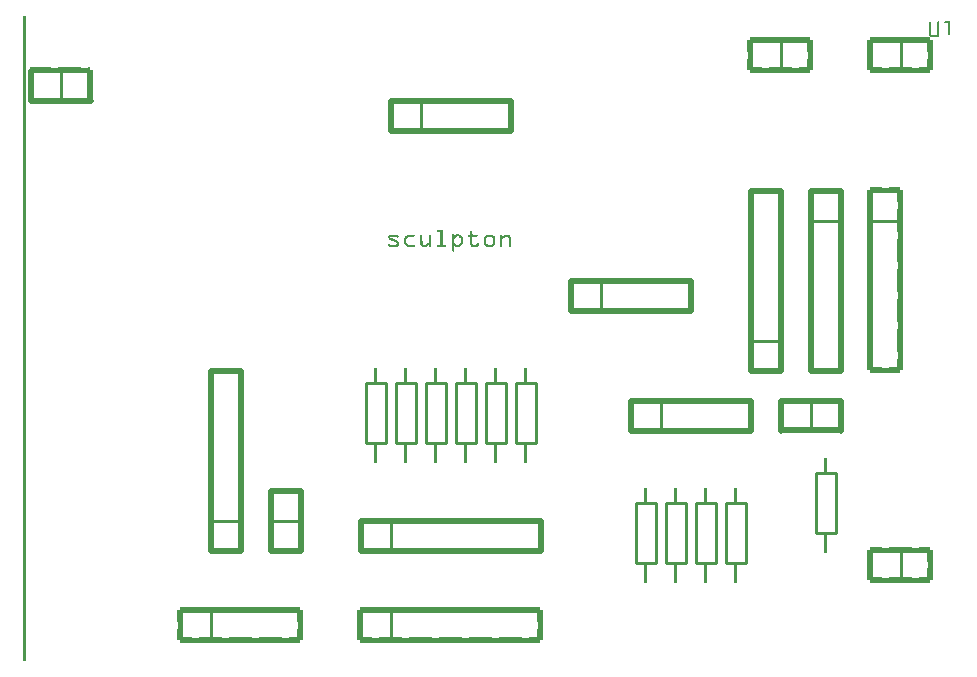
<source format=gto>
G04 MADE WITH FRITZING*
G04 WWW.FRITZING.ORG*
G04 DOUBLE SIDED*
G04 HOLES PLATED*
G04 CONTOUR ON CENTER OF CONTOUR VECTOR*
%ASAXBY*%
%FSLAX23Y23*%
%MOIN*%
%OFA0B0*%
%SFA1.0B1.0*%
%ADD10C,0.020000*%
%ADD11C,0.010000*%
%ADD12R,0.001000X0.001000*%
%LNSILK1*%
G90*
G70*
G54D10*
X28Y1872D02*
X228Y1872D01*
D02*
X28Y1972D02*
X28Y1872D01*
G54D11*
D02*
X128Y1872D02*
X128Y1972D01*
D02*
X2928Y272D02*
X2928Y372D01*
G54D10*
D02*
X2728Y772D02*
X2728Y872D01*
D02*
X2728Y872D02*
X2528Y872D01*
D02*
X2528Y872D02*
X2528Y772D01*
G54D11*
D02*
X2628Y772D02*
X2628Y872D01*
D02*
X2928Y1972D02*
X2928Y2072D01*
D02*
X1228Y72D02*
X1228Y172D01*
D02*
X2828Y1472D02*
X2928Y1472D01*
D02*
X2528Y1972D02*
X2528Y2072D01*
D02*
X628Y72D02*
X628Y172D01*
G54D10*
D02*
X2528Y972D02*
X2528Y1572D01*
D02*
X2528Y1572D02*
X2428Y1572D01*
D02*
X2428Y1572D02*
X2428Y972D01*
D02*
X2428Y972D02*
X2528Y972D01*
G54D11*
D02*
X2528Y1072D02*
X2428Y1072D01*
G54D10*
D02*
X928Y372D02*
X928Y572D01*
D02*
X928Y572D02*
X828Y572D01*
D02*
X828Y572D02*
X828Y372D01*
D02*
X828Y372D02*
X928Y372D01*
G54D11*
D02*
X928Y472D02*
X828Y472D01*
G54D10*
D02*
X1828Y1172D02*
X2228Y1172D01*
D02*
X2228Y1172D02*
X2228Y1272D01*
D02*
X2228Y1272D02*
X1828Y1272D01*
D02*
X1828Y1272D02*
X1828Y1172D01*
G54D11*
D02*
X1928Y1172D02*
X1928Y1272D01*
G54D10*
D02*
X2028Y772D02*
X2428Y772D01*
D02*
X2428Y772D02*
X2428Y872D01*
D02*
X2428Y872D02*
X2028Y872D01*
D02*
X2028Y872D02*
X2028Y772D01*
G54D11*
D02*
X2128Y772D02*
X2128Y872D01*
G54D10*
D02*
X1228Y1772D02*
X1628Y1772D01*
D02*
X1628Y1772D02*
X1628Y1872D01*
D02*
X1628Y1872D02*
X1228Y1872D01*
D02*
X1228Y1872D02*
X1228Y1772D01*
G54D11*
D02*
X1328Y1772D02*
X1328Y1872D01*
G54D10*
D02*
X728Y372D02*
X728Y972D01*
D02*
X728Y972D02*
X628Y972D01*
D02*
X628Y972D02*
X628Y372D01*
D02*
X628Y372D02*
X728Y372D01*
G54D11*
D02*
X728Y472D02*
X628Y472D01*
G54D10*
D02*
X2628Y1572D02*
X2628Y972D01*
D02*
X2628Y972D02*
X2728Y972D01*
D02*
X2728Y972D02*
X2728Y1572D01*
D02*
X2728Y1572D02*
X2628Y1572D01*
G54D11*
D02*
X2628Y1472D02*
X2728Y1472D01*
G54D10*
D02*
X1128Y372D02*
X1728Y372D01*
D02*
X1728Y372D02*
X1728Y472D01*
D02*
X1728Y472D02*
X1128Y472D01*
D02*
X1128Y472D02*
X1128Y372D01*
G54D11*
D02*
X1228Y372D02*
X1228Y472D01*
D02*
X1545Y732D02*
X1545Y932D01*
D02*
X1545Y932D02*
X1611Y932D01*
D02*
X1611Y932D02*
X1611Y732D01*
D02*
X1611Y732D02*
X1545Y732D01*
D02*
X1645Y732D02*
X1645Y932D01*
D02*
X1645Y932D02*
X1711Y932D01*
D02*
X1711Y932D02*
X1711Y732D01*
D02*
X1711Y732D02*
X1645Y732D01*
D02*
X1445Y732D02*
X1445Y932D01*
D02*
X1445Y932D02*
X1511Y932D01*
D02*
X1511Y932D02*
X1511Y732D01*
D02*
X1511Y732D02*
X1445Y732D01*
D02*
X1345Y732D02*
X1345Y932D01*
D02*
X1345Y932D02*
X1411Y932D01*
D02*
X1411Y932D02*
X1411Y732D01*
D02*
X1411Y732D02*
X1345Y732D01*
D02*
X1245Y732D02*
X1245Y932D01*
D02*
X1245Y932D02*
X1311Y932D01*
D02*
X1311Y932D02*
X1311Y732D01*
D02*
X1311Y732D02*
X1245Y732D01*
D02*
X1145Y732D02*
X1145Y932D01*
D02*
X1145Y932D02*
X1211Y932D01*
D02*
X1211Y932D02*
X1211Y732D01*
D02*
X1211Y732D02*
X1145Y732D01*
D02*
X2345Y332D02*
X2345Y532D01*
D02*
X2345Y532D02*
X2411Y532D01*
D02*
X2411Y532D02*
X2411Y332D01*
D02*
X2411Y332D02*
X2345Y332D01*
D02*
X2245Y332D02*
X2245Y532D01*
D02*
X2245Y532D02*
X2311Y532D01*
D02*
X2311Y532D02*
X2311Y332D01*
D02*
X2311Y332D02*
X2245Y332D01*
D02*
X2145Y332D02*
X2145Y532D01*
D02*
X2145Y532D02*
X2211Y532D01*
D02*
X2211Y532D02*
X2211Y332D01*
D02*
X2211Y332D02*
X2145Y332D01*
D02*
X2045Y332D02*
X2045Y532D01*
D02*
X2045Y532D02*
X2111Y532D01*
D02*
X2111Y532D02*
X2111Y332D01*
D02*
X2111Y332D02*
X2045Y332D01*
D02*
X2645Y432D02*
X2645Y632D01*
D02*
X2645Y632D02*
X2711Y632D01*
D02*
X2711Y632D02*
X2711Y432D01*
D02*
X2711Y432D02*
X2645Y432D01*
G54D12*
X4Y2155D02*
X11Y2155D01*
X4Y2154D02*
X11Y2154D01*
X4Y2153D02*
X11Y2153D01*
X4Y2152D02*
X11Y2152D01*
X4Y2151D02*
X11Y2151D01*
X4Y2150D02*
X11Y2150D01*
X4Y2149D02*
X11Y2149D01*
X4Y2148D02*
X11Y2148D01*
X4Y2147D02*
X11Y2147D01*
X4Y2146D02*
X11Y2146D01*
X4Y2145D02*
X11Y2145D01*
X4Y2144D02*
X11Y2144D01*
X4Y2143D02*
X11Y2143D01*
X4Y2142D02*
X11Y2142D01*
X4Y2141D02*
X11Y2141D01*
X4Y2140D02*
X11Y2140D01*
X4Y2139D02*
X11Y2139D01*
X4Y2138D02*
X11Y2138D01*
X4Y2137D02*
X11Y2137D01*
X3025Y2137D02*
X3027Y2137D01*
X3052Y2137D02*
X3055Y2137D01*
X3075Y2137D02*
X3093Y2137D01*
X4Y2136D02*
X11Y2136D01*
X3024Y2136D02*
X3028Y2136D01*
X3051Y2136D02*
X3056Y2136D01*
X3074Y2136D02*
X3093Y2136D01*
X4Y2135D02*
X11Y2135D01*
X3023Y2135D02*
X3029Y2135D01*
X3051Y2135D02*
X3056Y2135D01*
X3073Y2135D02*
X3093Y2135D01*
X4Y2134D02*
X11Y2134D01*
X3023Y2134D02*
X3029Y2134D01*
X3051Y2134D02*
X3057Y2134D01*
X3073Y2134D02*
X3093Y2134D01*
X4Y2133D02*
X11Y2133D01*
X3023Y2133D02*
X3029Y2133D01*
X3051Y2133D02*
X3057Y2133D01*
X3073Y2133D02*
X3093Y2133D01*
X4Y2132D02*
X11Y2132D01*
X3023Y2132D02*
X3029Y2132D01*
X3051Y2132D02*
X3057Y2132D01*
X3074Y2132D02*
X3093Y2132D01*
X4Y2131D02*
X11Y2131D01*
X3023Y2131D02*
X3029Y2131D01*
X3051Y2131D02*
X3057Y2131D01*
X3075Y2131D02*
X3093Y2131D01*
X4Y2130D02*
X11Y2130D01*
X3023Y2130D02*
X3029Y2130D01*
X3051Y2130D02*
X3057Y2130D01*
X3087Y2130D02*
X3093Y2130D01*
X4Y2129D02*
X11Y2129D01*
X3023Y2129D02*
X3029Y2129D01*
X3051Y2129D02*
X3057Y2129D01*
X3087Y2129D02*
X3093Y2129D01*
X4Y2128D02*
X11Y2128D01*
X3023Y2128D02*
X3029Y2128D01*
X3051Y2128D02*
X3057Y2128D01*
X3087Y2128D02*
X3093Y2128D01*
X4Y2127D02*
X11Y2127D01*
X3023Y2127D02*
X3029Y2127D01*
X3051Y2127D02*
X3057Y2127D01*
X3087Y2127D02*
X3093Y2127D01*
X4Y2126D02*
X11Y2126D01*
X3023Y2126D02*
X3029Y2126D01*
X3051Y2126D02*
X3057Y2126D01*
X3087Y2126D02*
X3093Y2126D01*
X4Y2125D02*
X11Y2125D01*
X3023Y2125D02*
X3029Y2125D01*
X3051Y2125D02*
X3057Y2125D01*
X3087Y2125D02*
X3093Y2125D01*
X4Y2124D02*
X11Y2124D01*
X3023Y2124D02*
X3029Y2124D01*
X3051Y2124D02*
X3057Y2124D01*
X3087Y2124D02*
X3093Y2124D01*
X4Y2123D02*
X11Y2123D01*
X3023Y2123D02*
X3029Y2123D01*
X3051Y2123D02*
X3057Y2123D01*
X3087Y2123D02*
X3093Y2123D01*
X4Y2122D02*
X11Y2122D01*
X3023Y2122D02*
X3029Y2122D01*
X3051Y2122D02*
X3057Y2122D01*
X3087Y2122D02*
X3093Y2122D01*
X4Y2121D02*
X11Y2121D01*
X3023Y2121D02*
X3029Y2121D01*
X3051Y2121D02*
X3057Y2121D01*
X3087Y2121D02*
X3093Y2121D01*
X4Y2120D02*
X11Y2120D01*
X3023Y2120D02*
X3029Y2120D01*
X3051Y2120D02*
X3057Y2120D01*
X3087Y2120D02*
X3093Y2120D01*
X4Y2119D02*
X11Y2119D01*
X3023Y2119D02*
X3029Y2119D01*
X3051Y2119D02*
X3057Y2119D01*
X3087Y2119D02*
X3093Y2119D01*
X4Y2118D02*
X11Y2118D01*
X3023Y2118D02*
X3029Y2118D01*
X3051Y2118D02*
X3057Y2118D01*
X3087Y2118D02*
X3093Y2118D01*
X4Y2117D02*
X11Y2117D01*
X3023Y2117D02*
X3029Y2117D01*
X3051Y2117D02*
X3057Y2117D01*
X3087Y2117D02*
X3093Y2117D01*
X4Y2116D02*
X11Y2116D01*
X3023Y2116D02*
X3029Y2116D01*
X3051Y2116D02*
X3057Y2116D01*
X3087Y2116D02*
X3093Y2116D01*
X4Y2115D02*
X11Y2115D01*
X3023Y2115D02*
X3029Y2115D01*
X3051Y2115D02*
X3057Y2115D01*
X3087Y2115D02*
X3093Y2115D01*
X4Y2114D02*
X11Y2114D01*
X3023Y2114D02*
X3029Y2114D01*
X3051Y2114D02*
X3057Y2114D01*
X3087Y2114D02*
X3093Y2114D01*
X4Y2113D02*
X11Y2113D01*
X3023Y2113D02*
X3029Y2113D01*
X3051Y2113D02*
X3057Y2113D01*
X3087Y2113D02*
X3093Y2113D01*
X4Y2112D02*
X11Y2112D01*
X3023Y2112D02*
X3029Y2112D01*
X3051Y2112D02*
X3057Y2112D01*
X3087Y2112D02*
X3093Y2112D01*
X4Y2111D02*
X11Y2111D01*
X3023Y2111D02*
X3029Y2111D01*
X3051Y2111D02*
X3057Y2111D01*
X3087Y2111D02*
X3093Y2111D01*
X4Y2110D02*
X11Y2110D01*
X3023Y2110D02*
X3029Y2110D01*
X3051Y2110D02*
X3057Y2110D01*
X3087Y2110D02*
X3093Y2110D01*
X4Y2109D02*
X11Y2109D01*
X3023Y2109D02*
X3029Y2109D01*
X3051Y2109D02*
X3057Y2109D01*
X3087Y2109D02*
X3093Y2109D01*
X4Y2108D02*
X11Y2108D01*
X3023Y2108D02*
X3029Y2108D01*
X3051Y2108D02*
X3057Y2108D01*
X3087Y2108D02*
X3093Y2108D01*
X4Y2107D02*
X11Y2107D01*
X3023Y2107D02*
X3029Y2107D01*
X3051Y2107D02*
X3057Y2107D01*
X3087Y2107D02*
X3093Y2107D01*
X4Y2106D02*
X11Y2106D01*
X3023Y2106D02*
X3029Y2106D01*
X3051Y2106D02*
X3057Y2106D01*
X3087Y2106D02*
X3093Y2106D01*
X4Y2105D02*
X11Y2105D01*
X3023Y2105D02*
X3029Y2105D01*
X3051Y2105D02*
X3057Y2105D01*
X3087Y2105D02*
X3093Y2105D01*
X4Y2104D02*
X11Y2104D01*
X3023Y2104D02*
X3029Y2104D01*
X3051Y2104D02*
X3057Y2104D01*
X3087Y2104D02*
X3093Y2104D01*
X4Y2103D02*
X11Y2103D01*
X3023Y2103D02*
X3029Y2103D01*
X3051Y2103D02*
X3057Y2103D01*
X3087Y2103D02*
X3093Y2103D01*
X4Y2102D02*
X11Y2102D01*
X3023Y2102D02*
X3029Y2102D01*
X3051Y2102D02*
X3057Y2102D01*
X3087Y2102D02*
X3093Y2102D01*
X4Y2101D02*
X11Y2101D01*
X3023Y2101D02*
X3029Y2101D01*
X3051Y2101D02*
X3057Y2101D01*
X3087Y2101D02*
X3093Y2101D01*
X4Y2100D02*
X11Y2100D01*
X3023Y2100D02*
X3029Y2100D01*
X3051Y2100D02*
X3057Y2100D01*
X3087Y2100D02*
X3093Y2100D01*
X4Y2099D02*
X11Y2099D01*
X3023Y2099D02*
X3029Y2099D01*
X3051Y2099D02*
X3057Y2099D01*
X3087Y2099D02*
X3093Y2099D01*
X4Y2098D02*
X11Y2098D01*
X3023Y2098D02*
X3029Y2098D01*
X3051Y2098D02*
X3057Y2098D01*
X3087Y2098D02*
X3093Y2098D01*
X4Y2097D02*
X11Y2097D01*
X3023Y2097D02*
X3029Y2097D01*
X3051Y2097D02*
X3057Y2097D01*
X3087Y2097D02*
X3093Y2097D01*
X4Y2096D02*
X11Y2096D01*
X3023Y2096D02*
X3029Y2096D01*
X3051Y2096D02*
X3057Y2096D01*
X3087Y2096D02*
X3093Y2096D01*
X4Y2095D02*
X11Y2095D01*
X3023Y2095D02*
X3029Y2095D01*
X3051Y2095D02*
X3057Y2095D01*
X3087Y2095D02*
X3093Y2095D01*
X4Y2094D02*
X11Y2094D01*
X3023Y2094D02*
X3029Y2094D01*
X3051Y2094D02*
X3057Y2094D01*
X3087Y2094D02*
X3093Y2094D01*
X4Y2093D02*
X11Y2093D01*
X3023Y2093D02*
X3029Y2093D01*
X3050Y2093D02*
X3057Y2093D01*
X3087Y2093D02*
X3093Y2093D01*
X4Y2092D02*
X11Y2092D01*
X3023Y2092D02*
X3030Y2092D01*
X3050Y2092D02*
X3056Y2092D01*
X3087Y2092D02*
X3093Y2092D01*
X4Y2091D02*
X11Y2091D01*
X3023Y2091D02*
X3030Y2091D01*
X3049Y2091D02*
X3056Y2091D01*
X3087Y2091D02*
X3093Y2091D01*
X4Y2090D02*
X11Y2090D01*
X3024Y2090D02*
X3056Y2090D01*
X4Y2089D02*
X11Y2089D01*
X3024Y2089D02*
X3055Y2089D01*
X4Y2088D02*
X11Y2088D01*
X3025Y2088D02*
X3055Y2088D01*
X4Y2087D02*
X11Y2087D01*
X3026Y2087D02*
X3054Y2087D01*
X4Y2086D02*
X11Y2086D01*
X3027Y2086D02*
X3053Y2086D01*
X4Y2085D02*
X11Y2085D01*
X3028Y2085D02*
X3052Y2085D01*
X4Y2084D02*
X11Y2084D01*
X3030Y2084D02*
X3050Y2084D01*
X3075Y2084D02*
X3105Y2084D01*
X4Y2083D02*
X11Y2083D01*
X2428Y2083D02*
X2626Y2083D01*
X2828Y2083D02*
X3026Y2083D01*
X4Y2082D02*
X11Y2082D01*
X2428Y2082D02*
X2627Y2082D01*
X2828Y2082D02*
X3027Y2082D01*
X4Y2081D02*
X11Y2081D01*
X2428Y2081D02*
X2627Y2081D01*
X2828Y2081D02*
X3027Y2081D01*
X4Y2080D02*
X11Y2080D01*
X2428Y2080D02*
X2627Y2080D01*
X2828Y2080D02*
X3027Y2080D01*
X4Y2079D02*
X11Y2079D01*
X2428Y2079D02*
X2627Y2079D01*
X2828Y2079D02*
X3027Y2079D01*
X4Y2078D02*
X11Y2078D01*
X2428Y2078D02*
X2627Y2078D01*
X2828Y2078D02*
X3027Y2078D01*
X4Y2077D02*
X11Y2077D01*
X2428Y2077D02*
X2627Y2077D01*
X2828Y2077D02*
X3027Y2077D01*
X4Y2076D02*
X11Y2076D01*
X2428Y2076D02*
X2627Y2076D01*
X2828Y2076D02*
X3027Y2076D01*
X4Y2075D02*
X11Y2075D01*
X2428Y2075D02*
X2627Y2075D01*
X2828Y2075D02*
X3027Y2075D01*
X4Y2074D02*
X11Y2074D01*
X2428Y2074D02*
X2627Y2074D01*
X2828Y2074D02*
X3027Y2074D01*
X4Y2073D02*
X11Y2073D01*
X2418Y2073D02*
X2636Y2073D01*
X2818Y2073D02*
X3036Y2073D01*
X4Y2072D02*
X11Y2072D01*
X2418Y2072D02*
X2637Y2072D01*
X2818Y2072D02*
X3037Y2072D01*
X4Y2071D02*
X11Y2071D01*
X2418Y2071D02*
X2637Y2071D01*
X2818Y2071D02*
X3037Y2071D01*
X4Y2070D02*
X11Y2070D01*
X2418Y2070D02*
X2637Y2070D01*
X2818Y2070D02*
X3037Y2070D01*
X4Y2069D02*
X11Y2069D01*
X2418Y2069D02*
X2637Y2069D01*
X2818Y2069D02*
X3037Y2069D01*
X4Y2068D02*
X11Y2068D01*
X2418Y2068D02*
X2637Y2068D01*
X2818Y2068D02*
X3037Y2068D01*
X4Y2067D02*
X11Y2067D01*
X2418Y2067D02*
X2637Y2067D01*
X2818Y2067D02*
X3037Y2067D01*
X4Y2066D02*
X11Y2066D01*
X2418Y2066D02*
X2637Y2066D01*
X2818Y2066D02*
X3037Y2066D01*
X4Y2065D02*
X11Y2065D01*
X2418Y2065D02*
X2470Y2065D01*
X2484Y2065D02*
X2570Y2065D01*
X2584Y2065D02*
X2637Y2065D01*
X2818Y2065D02*
X2870Y2065D01*
X2884Y2065D02*
X2970Y2065D01*
X2984Y2065D02*
X3037Y2065D01*
X4Y2064D02*
X11Y2064D01*
X2418Y2064D02*
X2466Y2064D01*
X2488Y2064D02*
X2566Y2064D01*
X2588Y2064D02*
X2637Y2064D01*
X2818Y2064D02*
X2866Y2064D01*
X2888Y2064D02*
X2966Y2064D01*
X2988Y2064D02*
X3037Y2064D01*
X4Y2063D02*
X11Y2063D01*
X2418Y2063D02*
X2437Y2063D01*
X2618Y2063D02*
X2637Y2063D01*
X2818Y2063D02*
X2837Y2063D01*
X3018Y2063D02*
X3037Y2063D01*
X4Y2062D02*
X11Y2062D01*
X2418Y2062D02*
X2437Y2062D01*
X2618Y2062D02*
X2637Y2062D01*
X2818Y2062D02*
X2837Y2062D01*
X3018Y2062D02*
X3037Y2062D01*
X4Y2061D02*
X11Y2061D01*
X2418Y2061D02*
X2437Y2061D01*
X2618Y2061D02*
X2637Y2061D01*
X2818Y2061D02*
X2837Y2061D01*
X3018Y2061D02*
X3037Y2061D01*
X4Y2060D02*
X11Y2060D01*
X2418Y2060D02*
X2437Y2060D01*
X2618Y2060D02*
X2637Y2060D01*
X2818Y2060D02*
X2837Y2060D01*
X3018Y2060D02*
X3037Y2060D01*
X4Y2059D02*
X11Y2059D01*
X2418Y2059D02*
X2437Y2059D01*
X2618Y2059D02*
X2637Y2059D01*
X2818Y2059D02*
X2837Y2059D01*
X3018Y2059D02*
X3037Y2059D01*
X4Y2058D02*
X11Y2058D01*
X2418Y2058D02*
X2437Y2058D01*
X2618Y2058D02*
X2637Y2058D01*
X2818Y2058D02*
X2837Y2058D01*
X3018Y2058D02*
X3037Y2058D01*
X4Y2057D02*
X11Y2057D01*
X2418Y2057D02*
X2437Y2057D01*
X2618Y2057D02*
X2637Y2057D01*
X2818Y2057D02*
X2837Y2057D01*
X3018Y2057D02*
X3037Y2057D01*
X4Y2056D02*
X11Y2056D01*
X2418Y2056D02*
X2437Y2056D01*
X2618Y2056D02*
X2637Y2056D01*
X2818Y2056D02*
X2837Y2056D01*
X3018Y2056D02*
X3037Y2056D01*
X4Y2055D02*
X11Y2055D01*
X2418Y2055D02*
X2437Y2055D01*
X2618Y2055D02*
X2637Y2055D01*
X2818Y2055D02*
X2837Y2055D01*
X3018Y2055D02*
X3037Y2055D01*
X4Y2054D02*
X11Y2054D01*
X2418Y2054D02*
X2437Y2054D01*
X2618Y2054D02*
X2637Y2054D01*
X2818Y2054D02*
X2837Y2054D01*
X3018Y2054D02*
X3037Y2054D01*
X4Y2053D02*
X11Y2053D01*
X2418Y2053D02*
X2437Y2053D01*
X2618Y2053D02*
X2637Y2053D01*
X2818Y2053D02*
X2837Y2053D01*
X3018Y2053D02*
X3037Y2053D01*
X4Y2052D02*
X11Y2052D01*
X2418Y2052D02*
X2437Y2052D01*
X2618Y2052D02*
X2637Y2052D01*
X2818Y2052D02*
X2837Y2052D01*
X3018Y2052D02*
X3037Y2052D01*
X4Y2051D02*
X11Y2051D01*
X2418Y2051D02*
X2437Y2051D01*
X2618Y2051D02*
X2637Y2051D01*
X2818Y2051D02*
X2837Y2051D01*
X3018Y2051D02*
X3037Y2051D01*
X4Y2050D02*
X11Y2050D01*
X2418Y2050D02*
X2437Y2050D01*
X2618Y2050D02*
X2637Y2050D01*
X2818Y2050D02*
X2837Y2050D01*
X3018Y2050D02*
X3037Y2050D01*
X4Y2049D02*
X11Y2049D01*
X2418Y2049D02*
X2437Y2049D01*
X2618Y2049D02*
X2637Y2049D01*
X2818Y2049D02*
X2837Y2049D01*
X3018Y2049D02*
X3037Y2049D01*
X4Y2048D02*
X11Y2048D01*
X2418Y2048D02*
X2437Y2048D01*
X2618Y2048D02*
X2637Y2048D01*
X2818Y2048D02*
X2837Y2048D01*
X3018Y2048D02*
X3037Y2048D01*
X4Y2047D02*
X11Y2047D01*
X2418Y2047D02*
X2437Y2047D01*
X2618Y2047D02*
X2637Y2047D01*
X2818Y2047D02*
X2837Y2047D01*
X3018Y2047D02*
X3037Y2047D01*
X4Y2046D02*
X11Y2046D01*
X2418Y2046D02*
X2437Y2046D01*
X2618Y2046D02*
X2637Y2046D01*
X2818Y2046D02*
X2837Y2046D01*
X3018Y2046D02*
X3037Y2046D01*
X4Y2045D02*
X11Y2045D01*
X2418Y2045D02*
X2437Y2045D01*
X2618Y2045D02*
X2637Y2045D01*
X2818Y2045D02*
X2837Y2045D01*
X3018Y2045D02*
X3037Y2045D01*
X4Y2044D02*
X11Y2044D01*
X2418Y2044D02*
X2437Y2044D01*
X2618Y2044D02*
X2637Y2044D01*
X2818Y2044D02*
X2837Y2044D01*
X3018Y2044D02*
X3037Y2044D01*
X4Y2043D02*
X11Y2043D01*
X2418Y2043D02*
X2437Y2043D01*
X2618Y2043D02*
X2637Y2043D01*
X2818Y2043D02*
X2837Y2043D01*
X3018Y2043D02*
X3037Y2043D01*
X4Y2042D02*
X11Y2042D01*
X2418Y2042D02*
X2437Y2042D01*
X2618Y2042D02*
X2637Y2042D01*
X2818Y2042D02*
X2837Y2042D01*
X3018Y2042D02*
X3037Y2042D01*
X4Y2041D02*
X11Y2041D01*
X2418Y2041D02*
X2437Y2041D01*
X2618Y2041D02*
X2637Y2041D01*
X2818Y2041D02*
X2837Y2041D01*
X3018Y2041D02*
X3037Y2041D01*
X4Y2040D02*
X11Y2040D01*
X2418Y2040D02*
X2437Y2040D01*
X2618Y2040D02*
X2637Y2040D01*
X2818Y2040D02*
X2837Y2040D01*
X3018Y2040D02*
X3037Y2040D01*
X4Y2039D02*
X11Y2039D01*
X2418Y2039D02*
X2437Y2039D01*
X2618Y2039D02*
X2637Y2039D01*
X2818Y2039D02*
X2837Y2039D01*
X3018Y2039D02*
X3037Y2039D01*
X4Y2038D02*
X11Y2038D01*
X2418Y2038D02*
X2437Y2038D01*
X2618Y2038D02*
X2637Y2038D01*
X2818Y2038D02*
X2837Y2038D01*
X3018Y2038D02*
X3037Y2038D01*
X4Y2037D02*
X11Y2037D01*
X2418Y2037D02*
X2437Y2037D01*
X2618Y2037D02*
X2637Y2037D01*
X2818Y2037D02*
X2837Y2037D01*
X3018Y2037D02*
X3037Y2037D01*
X4Y2036D02*
X11Y2036D01*
X2418Y2036D02*
X2437Y2036D01*
X2618Y2036D02*
X2637Y2036D01*
X2818Y2036D02*
X2837Y2036D01*
X3018Y2036D02*
X3037Y2036D01*
X4Y2035D02*
X11Y2035D01*
X2418Y2035D02*
X2436Y2035D01*
X2618Y2035D02*
X2637Y2035D01*
X2818Y2035D02*
X2836Y2035D01*
X3018Y2035D02*
X3037Y2035D01*
X4Y2034D02*
X11Y2034D01*
X2418Y2034D02*
X2436Y2034D01*
X2618Y2034D02*
X2637Y2034D01*
X2818Y2034D02*
X2836Y2034D01*
X3018Y2034D02*
X3037Y2034D01*
X4Y2033D02*
X11Y2033D01*
X2419Y2033D02*
X2436Y2033D01*
X2619Y2033D02*
X2637Y2033D01*
X2818Y2033D02*
X2836Y2033D01*
X3019Y2033D02*
X3037Y2033D01*
X4Y2032D02*
X11Y2032D01*
X2419Y2032D02*
X2435Y2032D01*
X2619Y2032D02*
X2637Y2032D01*
X2818Y2032D02*
X2835Y2032D01*
X3019Y2032D02*
X3037Y2032D01*
X4Y2031D02*
X11Y2031D01*
X2419Y2031D02*
X2435Y2031D01*
X2619Y2031D02*
X2637Y2031D01*
X2818Y2031D02*
X2835Y2031D01*
X3019Y2031D02*
X3037Y2031D01*
X4Y2030D02*
X11Y2030D01*
X2419Y2030D02*
X2435Y2030D01*
X2619Y2030D02*
X2637Y2030D01*
X2818Y2030D02*
X2835Y2030D01*
X3019Y2030D02*
X3037Y2030D01*
X4Y2029D02*
X11Y2029D01*
X2420Y2029D02*
X2435Y2029D01*
X2620Y2029D02*
X2637Y2029D01*
X2818Y2029D02*
X2835Y2029D01*
X3020Y2029D02*
X3037Y2029D01*
X4Y2028D02*
X11Y2028D01*
X2420Y2028D02*
X2435Y2028D01*
X2620Y2028D02*
X2637Y2028D01*
X2818Y2028D02*
X2835Y2028D01*
X3020Y2028D02*
X3037Y2028D01*
X4Y2027D02*
X11Y2027D01*
X2420Y2027D02*
X2434Y2027D01*
X2620Y2027D02*
X2637Y2027D01*
X2818Y2027D02*
X2834Y2027D01*
X3020Y2027D02*
X3037Y2027D01*
X4Y2026D02*
X11Y2026D01*
X2420Y2026D02*
X2434Y2026D01*
X2620Y2026D02*
X2637Y2026D01*
X2818Y2026D02*
X2834Y2026D01*
X3020Y2026D02*
X3037Y2026D01*
X4Y2025D02*
X11Y2025D01*
X2420Y2025D02*
X2434Y2025D01*
X2620Y2025D02*
X2637Y2025D01*
X2818Y2025D02*
X2834Y2025D01*
X3020Y2025D02*
X3037Y2025D01*
X4Y2024D02*
X11Y2024D01*
X2420Y2024D02*
X2434Y2024D01*
X2620Y2024D02*
X2637Y2024D01*
X2818Y2024D02*
X2834Y2024D01*
X3020Y2024D02*
X3037Y2024D01*
X4Y2023D02*
X11Y2023D01*
X2420Y2023D02*
X2434Y2023D01*
X2620Y2023D02*
X2637Y2023D01*
X2818Y2023D02*
X2834Y2023D01*
X3020Y2023D02*
X3037Y2023D01*
X4Y2022D02*
X11Y2022D01*
X2420Y2022D02*
X2434Y2022D01*
X2620Y2022D02*
X2637Y2022D01*
X2818Y2022D02*
X2834Y2022D01*
X3020Y2022D02*
X3037Y2022D01*
X4Y2021D02*
X11Y2021D01*
X2420Y2021D02*
X2434Y2021D01*
X2620Y2021D02*
X2637Y2021D01*
X2818Y2021D02*
X2834Y2021D01*
X3020Y2021D02*
X3037Y2021D01*
X4Y2020D02*
X11Y2020D01*
X2420Y2020D02*
X2434Y2020D01*
X2620Y2020D02*
X2637Y2020D01*
X2818Y2020D02*
X2834Y2020D01*
X3020Y2020D02*
X3037Y2020D01*
X4Y2019D02*
X11Y2019D01*
X2420Y2019D02*
X2434Y2019D01*
X2620Y2019D02*
X2637Y2019D01*
X2818Y2019D02*
X2834Y2019D01*
X3020Y2019D02*
X3037Y2019D01*
X4Y2018D02*
X11Y2018D01*
X2420Y2018D02*
X2435Y2018D01*
X2620Y2018D02*
X2637Y2018D01*
X2818Y2018D02*
X2835Y2018D01*
X3020Y2018D02*
X3037Y2018D01*
X4Y2017D02*
X11Y2017D01*
X2420Y2017D02*
X2435Y2017D01*
X2620Y2017D02*
X2637Y2017D01*
X2818Y2017D02*
X2835Y2017D01*
X3020Y2017D02*
X3037Y2017D01*
X4Y2016D02*
X11Y2016D01*
X2419Y2016D02*
X2435Y2016D01*
X2619Y2016D02*
X2637Y2016D01*
X2818Y2016D02*
X2835Y2016D01*
X3019Y2016D02*
X3037Y2016D01*
X4Y2015D02*
X11Y2015D01*
X2419Y2015D02*
X2435Y2015D01*
X2619Y2015D02*
X2637Y2015D01*
X2818Y2015D02*
X2835Y2015D01*
X3019Y2015D02*
X3037Y2015D01*
X4Y2014D02*
X11Y2014D01*
X2419Y2014D02*
X2435Y2014D01*
X2619Y2014D02*
X2637Y2014D01*
X2818Y2014D02*
X2835Y2014D01*
X3019Y2014D02*
X3037Y2014D01*
X4Y2013D02*
X11Y2013D01*
X2419Y2013D02*
X2436Y2013D01*
X2619Y2013D02*
X2637Y2013D01*
X2818Y2013D02*
X2836Y2013D01*
X3019Y2013D02*
X3037Y2013D01*
X4Y2012D02*
X11Y2012D01*
X2418Y2012D02*
X2436Y2012D01*
X2618Y2012D02*
X2637Y2012D01*
X2818Y2012D02*
X2836Y2012D01*
X3018Y2012D02*
X3037Y2012D01*
X4Y2011D02*
X11Y2011D01*
X2418Y2011D02*
X2436Y2011D01*
X2618Y2011D02*
X2637Y2011D01*
X2818Y2011D02*
X2836Y2011D01*
X3018Y2011D02*
X3037Y2011D01*
X4Y2010D02*
X11Y2010D01*
X2418Y2010D02*
X2437Y2010D01*
X2618Y2010D02*
X2637Y2010D01*
X2818Y2010D02*
X2837Y2010D01*
X3018Y2010D02*
X3037Y2010D01*
X4Y2009D02*
X11Y2009D01*
X2418Y2009D02*
X2437Y2009D01*
X2618Y2009D02*
X2637Y2009D01*
X2818Y2009D02*
X2837Y2009D01*
X3018Y2009D02*
X3037Y2009D01*
X4Y2008D02*
X11Y2008D01*
X2418Y2008D02*
X2437Y2008D01*
X2618Y2008D02*
X2637Y2008D01*
X2818Y2008D02*
X2837Y2008D01*
X3018Y2008D02*
X3037Y2008D01*
X4Y2007D02*
X11Y2007D01*
X2418Y2007D02*
X2437Y2007D01*
X2618Y2007D02*
X2637Y2007D01*
X2818Y2007D02*
X2837Y2007D01*
X3018Y2007D02*
X3037Y2007D01*
X4Y2006D02*
X11Y2006D01*
X2418Y2006D02*
X2437Y2006D01*
X2618Y2006D02*
X2637Y2006D01*
X2818Y2006D02*
X2837Y2006D01*
X3018Y2006D02*
X3037Y2006D01*
X4Y2005D02*
X11Y2005D01*
X2418Y2005D02*
X2437Y2005D01*
X2618Y2005D02*
X2637Y2005D01*
X2818Y2005D02*
X2837Y2005D01*
X3018Y2005D02*
X3037Y2005D01*
X4Y2004D02*
X11Y2004D01*
X2418Y2004D02*
X2437Y2004D01*
X2618Y2004D02*
X2637Y2004D01*
X2818Y2004D02*
X2837Y2004D01*
X3018Y2004D02*
X3037Y2004D01*
X4Y2003D02*
X11Y2003D01*
X2418Y2003D02*
X2437Y2003D01*
X2618Y2003D02*
X2637Y2003D01*
X2818Y2003D02*
X2837Y2003D01*
X3018Y2003D02*
X3037Y2003D01*
X4Y2002D02*
X11Y2002D01*
X2418Y2002D02*
X2437Y2002D01*
X2618Y2002D02*
X2637Y2002D01*
X2818Y2002D02*
X2837Y2002D01*
X3018Y2002D02*
X3037Y2002D01*
X4Y2001D02*
X11Y2001D01*
X2418Y2001D02*
X2437Y2001D01*
X2618Y2001D02*
X2637Y2001D01*
X2818Y2001D02*
X2837Y2001D01*
X3018Y2001D02*
X3037Y2001D01*
X4Y2000D02*
X11Y2000D01*
X2418Y2000D02*
X2437Y2000D01*
X2618Y2000D02*
X2637Y2000D01*
X2818Y2000D02*
X2837Y2000D01*
X3018Y2000D02*
X3037Y2000D01*
X4Y1999D02*
X11Y1999D01*
X2418Y1999D02*
X2437Y1999D01*
X2618Y1999D02*
X2637Y1999D01*
X2818Y1999D02*
X2837Y1999D01*
X3018Y1999D02*
X3037Y1999D01*
X4Y1998D02*
X11Y1998D01*
X2418Y1998D02*
X2437Y1998D01*
X2618Y1998D02*
X2637Y1998D01*
X2818Y1998D02*
X2837Y1998D01*
X3018Y1998D02*
X3037Y1998D01*
X4Y1997D02*
X11Y1997D01*
X2418Y1997D02*
X2437Y1997D01*
X2618Y1997D02*
X2637Y1997D01*
X2818Y1997D02*
X2837Y1997D01*
X3018Y1997D02*
X3037Y1997D01*
X4Y1996D02*
X11Y1996D01*
X2418Y1996D02*
X2437Y1996D01*
X2618Y1996D02*
X2637Y1996D01*
X2818Y1996D02*
X2837Y1996D01*
X3018Y1996D02*
X3037Y1996D01*
X4Y1995D02*
X11Y1995D01*
X2418Y1995D02*
X2437Y1995D01*
X2618Y1995D02*
X2637Y1995D01*
X2818Y1995D02*
X2837Y1995D01*
X3018Y1995D02*
X3037Y1995D01*
X4Y1994D02*
X11Y1994D01*
X2418Y1994D02*
X2437Y1994D01*
X2618Y1994D02*
X2637Y1994D01*
X2818Y1994D02*
X2837Y1994D01*
X3018Y1994D02*
X3037Y1994D01*
X4Y1993D02*
X11Y1993D01*
X2418Y1993D02*
X2437Y1993D01*
X2618Y1993D02*
X2637Y1993D01*
X2818Y1993D02*
X2837Y1993D01*
X3018Y1993D02*
X3037Y1993D01*
X4Y1992D02*
X11Y1992D01*
X2418Y1992D02*
X2437Y1992D01*
X2618Y1992D02*
X2637Y1992D01*
X2818Y1992D02*
X2837Y1992D01*
X3018Y1992D02*
X3037Y1992D01*
X4Y1991D02*
X11Y1991D01*
X2418Y1991D02*
X2437Y1991D01*
X2618Y1991D02*
X2637Y1991D01*
X2818Y1991D02*
X2837Y1991D01*
X3018Y1991D02*
X3037Y1991D01*
X4Y1990D02*
X11Y1990D01*
X2418Y1990D02*
X2437Y1990D01*
X2618Y1990D02*
X2637Y1990D01*
X2818Y1990D02*
X2837Y1990D01*
X3018Y1990D02*
X3037Y1990D01*
X4Y1989D02*
X11Y1989D01*
X2418Y1989D02*
X2437Y1989D01*
X2618Y1989D02*
X2637Y1989D01*
X2818Y1989D02*
X2837Y1989D01*
X3018Y1989D02*
X3037Y1989D01*
X4Y1988D02*
X11Y1988D01*
X2418Y1988D02*
X2437Y1988D01*
X2618Y1988D02*
X2637Y1988D01*
X2818Y1988D02*
X2837Y1988D01*
X3018Y1988D02*
X3037Y1988D01*
X4Y1987D02*
X11Y1987D01*
X2418Y1987D02*
X2437Y1987D01*
X2618Y1987D02*
X2637Y1987D01*
X2818Y1987D02*
X2837Y1987D01*
X3018Y1987D02*
X3037Y1987D01*
X4Y1986D02*
X11Y1986D01*
X2418Y1986D02*
X2437Y1986D01*
X2618Y1986D02*
X2637Y1986D01*
X2818Y1986D02*
X2837Y1986D01*
X3018Y1986D02*
X3037Y1986D01*
X4Y1985D02*
X11Y1985D01*
X2418Y1985D02*
X2437Y1985D01*
X2618Y1985D02*
X2637Y1985D01*
X2818Y1985D02*
X2837Y1985D01*
X3018Y1985D02*
X3037Y1985D01*
X4Y1984D02*
X11Y1984D01*
X2418Y1984D02*
X2437Y1984D01*
X2618Y1984D02*
X2637Y1984D01*
X2818Y1984D02*
X2837Y1984D01*
X3018Y1984D02*
X3037Y1984D01*
X4Y1983D02*
X11Y1983D01*
X28Y1983D02*
X94Y1983D01*
X120Y1983D02*
X194Y1983D01*
X220Y1983D02*
X226Y1983D01*
X2418Y1983D02*
X2464Y1983D01*
X2490Y1983D02*
X2564Y1983D01*
X2590Y1983D02*
X2637Y1983D01*
X2818Y1983D02*
X2864Y1983D01*
X2890Y1983D02*
X2964Y1983D01*
X2990Y1983D02*
X3037Y1983D01*
X4Y1982D02*
X11Y1982D01*
X28Y1982D02*
X97Y1982D01*
X117Y1982D02*
X197Y1982D01*
X217Y1982D02*
X227Y1982D01*
X2418Y1982D02*
X2467Y1982D01*
X2487Y1982D02*
X2567Y1982D01*
X2587Y1982D02*
X2637Y1982D01*
X2818Y1982D02*
X2867Y1982D01*
X2887Y1982D02*
X2967Y1982D01*
X2987Y1982D02*
X3037Y1982D01*
X4Y1981D02*
X11Y1981D01*
X28Y1981D02*
X102Y1981D01*
X113Y1981D02*
X202Y1981D01*
X213Y1981D02*
X227Y1981D01*
X2418Y1981D02*
X2472Y1981D01*
X2483Y1981D02*
X2572Y1981D01*
X2583Y1981D02*
X2637Y1981D01*
X2818Y1981D02*
X2872Y1981D01*
X2883Y1981D02*
X2972Y1981D01*
X2983Y1981D02*
X3037Y1981D01*
X4Y1980D02*
X11Y1980D01*
X28Y1980D02*
X227Y1980D01*
X2418Y1980D02*
X2637Y1980D01*
X2818Y1980D02*
X3037Y1980D01*
X4Y1979D02*
X11Y1979D01*
X28Y1979D02*
X227Y1979D01*
X2418Y1979D02*
X2637Y1979D01*
X2818Y1979D02*
X3037Y1979D01*
X4Y1978D02*
X11Y1978D01*
X28Y1978D02*
X227Y1978D01*
X2418Y1978D02*
X2637Y1978D01*
X2818Y1978D02*
X3037Y1978D01*
X4Y1977D02*
X11Y1977D01*
X28Y1977D02*
X227Y1977D01*
X2418Y1977D02*
X2637Y1977D01*
X2818Y1977D02*
X3037Y1977D01*
X4Y1976D02*
X11Y1976D01*
X28Y1976D02*
X227Y1976D01*
X2418Y1976D02*
X2637Y1976D01*
X2818Y1976D02*
X3037Y1976D01*
X4Y1975D02*
X11Y1975D01*
X28Y1975D02*
X227Y1975D01*
X2418Y1975D02*
X2637Y1975D01*
X2818Y1975D02*
X3037Y1975D01*
X4Y1974D02*
X11Y1974D01*
X28Y1974D02*
X227Y1974D01*
X2418Y1974D02*
X2637Y1974D01*
X2818Y1974D02*
X3037Y1974D01*
X4Y1973D02*
X11Y1973D01*
X28Y1973D02*
X236Y1973D01*
X2428Y1973D02*
X2627Y1973D01*
X2828Y1973D02*
X3027Y1973D01*
X4Y1972D02*
X11Y1972D01*
X28Y1972D02*
X237Y1972D01*
X2428Y1972D02*
X2627Y1972D01*
X2828Y1972D02*
X3027Y1972D01*
X4Y1971D02*
X11Y1971D01*
X28Y1971D02*
X237Y1971D01*
X2428Y1971D02*
X2627Y1971D01*
X2828Y1971D02*
X3027Y1971D01*
X4Y1970D02*
X11Y1970D01*
X28Y1970D02*
X237Y1970D01*
X2428Y1970D02*
X2627Y1970D01*
X2828Y1970D02*
X3027Y1970D01*
X4Y1969D02*
X11Y1969D01*
X28Y1969D02*
X237Y1969D01*
X2428Y1969D02*
X2627Y1969D01*
X2828Y1969D02*
X3027Y1969D01*
X4Y1968D02*
X11Y1968D01*
X28Y1968D02*
X237Y1968D01*
X2428Y1968D02*
X2627Y1968D01*
X2828Y1968D02*
X3027Y1968D01*
X4Y1967D02*
X11Y1967D01*
X28Y1967D02*
X237Y1967D01*
X2428Y1967D02*
X2627Y1967D01*
X2828Y1967D02*
X3027Y1967D01*
X4Y1966D02*
X11Y1966D01*
X28Y1966D02*
X237Y1966D01*
X2428Y1966D02*
X2627Y1966D01*
X2828Y1966D02*
X3027Y1966D01*
X4Y1965D02*
X11Y1965D01*
X28Y1965D02*
X237Y1965D01*
X2428Y1965D02*
X2627Y1965D01*
X2828Y1965D02*
X2870Y1965D01*
X2884Y1965D02*
X2970Y1965D01*
X2984Y1965D02*
X3027Y1965D01*
X4Y1964D02*
X11Y1964D01*
X28Y1964D02*
X237Y1964D01*
X2428Y1964D02*
X2627Y1964D01*
X2828Y1964D02*
X2866Y1964D01*
X2888Y1964D02*
X2966Y1964D01*
X2988Y1964D02*
X3027Y1964D01*
X4Y1963D02*
X11Y1963D01*
X218Y1963D02*
X237Y1963D01*
X4Y1962D02*
X11Y1962D01*
X218Y1962D02*
X237Y1962D01*
X4Y1961D02*
X11Y1961D01*
X218Y1961D02*
X237Y1961D01*
X4Y1960D02*
X11Y1960D01*
X218Y1960D02*
X237Y1960D01*
X4Y1959D02*
X11Y1959D01*
X218Y1959D02*
X237Y1959D01*
X4Y1958D02*
X11Y1958D01*
X218Y1958D02*
X237Y1958D01*
X4Y1957D02*
X11Y1957D01*
X218Y1957D02*
X237Y1957D01*
X4Y1956D02*
X11Y1956D01*
X218Y1956D02*
X237Y1956D01*
X4Y1955D02*
X11Y1955D01*
X218Y1955D02*
X237Y1955D01*
X4Y1954D02*
X11Y1954D01*
X218Y1954D02*
X237Y1954D01*
X4Y1953D02*
X11Y1953D01*
X218Y1953D02*
X237Y1953D01*
X4Y1952D02*
X11Y1952D01*
X218Y1952D02*
X237Y1952D01*
X4Y1951D02*
X11Y1951D01*
X218Y1951D02*
X237Y1951D01*
X4Y1950D02*
X11Y1950D01*
X218Y1950D02*
X237Y1950D01*
X4Y1949D02*
X11Y1949D01*
X218Y1949D02*
X237Y1949D01*
X4Y1948D02*
X11Y1948D01*
X218Y1948D02*
X237Y1948D01*
X4Y1947D02*
X11Y1947D01*
X218Y1947D02*
X237Y1947D01*
X4Y1946D02*
X11Y1946D01*
X218Y1946D02*
X237Y1946D01*
X4Y1945D02*
X11Y1945D01*
X218Y1945D02*
X237Y1945D01*
X4Y1944D02*
X11Y1944D01*
X218Y1944D02*
X237Y1944D01*
X4Y1943D02*
X11Y1943D01*
X218Y1943D02*
X237Y1943D01*
X4Y1942D02*
X11Y1942D01*
X218Y1942D02*
X237Y1942D01*
X4Y1941D02*
X11Y1941D01*
X218Y1941D02*
X237Y1941D01*
X4Y1940D02*
X11Y1940D01*
X218Y1940D02*
X237Y1940D01*
X4Y1939D02*
X11Y1939D01*
X218Y1939D02*
X237Y1939D01*
X4Y1938D02*
X11Y1938D01*
X218Y1938D02*
X237Y1938D01*
X4Y1937D02*
X11Y1937D01*
X218Y1937D02*
X237Y1937D01*
X4Y1936D02*
X11Y1936D01*
X218Y1936D02*
X237Y1936D01*
X4Y1935D02*
X11Y1935D01*
X218Y1935D02*
X237Y1935D01*
X4Y1934D02*
X11Y1934D01*
X218Y1934D02*
X237Y1934D01*
X4Y1933D02*
X11Y1933D01*
X218Y1933D02*
X237Y1933D01*
X4Y1932D02*
X11Y1932D01*
X218Y1932D02*
X237Y1932D01*
X4Y1931D02*
X11Y1931D01*
X218Y1931D02*
X237Y1931D01*
X4Y1930D02*
X11Y1930D01*
X218Y1930D02*
X237Y1930D01*
X4Y1929D02*
X11Y1929D01*
X218Y1929D02*
X237Y1929D01*
X4Y1928D02*
X11Y1928D01*
X218Y1928D02*
X237Y1928D01*
X4Y1927D02*
X11Y1927D01*
X218Y1927D02*
X237Y1927D01*
X4Y1926D02*
X11Y1926D01*
X218Y1926D02*
X237Y1926D01*
X4Y1925D02*
X11Y1925D01*
X218Y1925D02*
X237Y1925D01*
X4Y1924D02*
X11Y1924D01*
X218Y1924D02*
X237Y1924D01*
X4Y1923D02*
X11Y1923D01*
X218Y1923D02*
X237Y1923D01*
X4Y1922D02*
X11Y1922D01*
X218Y1922D02*
X237Y1922D01*
X4Y1921D02*
X11Y1921D01*
X218Y1921D02*
X237Y1921D01*
X4Y1920D02*
X11Y1920D01*
X218Y1920D02*
X237Y1920D01*
X4Y1919D02*
X11Y1919D01*
X218Y1919D02*
X237Y1919D01*
X4Y1918D02*
X11Y1918D01*
X218Y1918D02*
X237Y1918D01*
X4Y1917D02*
X11Y1917D01*
X218Y1917D02*
X237Y1917D01*
X4Y1916D02*
X11Y1916D01*
X218Y1916D02*
X237Y1916D01*
X4Y1915D02*
X11Y1915D01*
X218Y1915D02*
X237Y1915D01*
X4Y1914D02*
X11Y1914D01*
X218Y1914D02*
X237Y1914D01*
X4Y1913D02*
X11Y1913D01*
X218Y1913D02*
X237Y1913D01*
X4Y1912D02*
X11Y1912D01*
X218Y1912D02*
X237Y1912D01*
X4Y1911D02*
X11Y1911D01*
X218Y1911D02*
X237Y1911D01*
X4Y1910D02*
X11Y1910D01*
X218Y1910D02*
X237Y1910D01*
X4Y1909D02*
X11Y1909D01*
X218Y1909D02*
X237Y1909D01*
X4Y1908D02*
X11Y1908D01*
X218Y1908D02*
X237Y1908D01*
X4Y1907D02*
X11Y1907D01*
X218Y1907D02*
X237Y1907D01*
X4Y1906D02*
X11Y1906D01*
X218Y1906D02*
X237Y1906D01*
X4Y1905D02*
X11Y1905D01*
X218Y1905D02*
X237Y1905D01*
X4Y1904D02*
X11Y1904D01*
X218Y1904D02*
X237Y1904D01*
X4Y1903D02*
X11Y1903D01*
X218Y1903D02*
X237Y1903D01*
X4Y1902D02*
X11Y1902D01*
X218Y1902D02*
X237Y1902D01*
X4Y1901D02*
X11Y1901D01*
X218Y1901D02*
X237Y1901D01*
X4Y1900D02*
X11Y1900D01*
X218Y1900D02*
X237Y1900D01*
X4Y1899D02*
X11Y1899D01*
X218Y1899D02*
X237Y1899D01*
X4Y1898D02*
X11Y1898D01*
X218Y1898D02*
X237Y1898D01*
X4Y1897D02*
X11Y1897D01*
X218Y1897D02*
X237Y1897D01*
X4Y1896D02*
X11Y1896D01*
X218Y1896D02*
X237Y1896D01*
X4Y1895D02*
X11Y1895D01*
X218Y1895D02*
X237Y1895D01*
X4Y1894D02*
X11Y1894D01*
X218Y1894D02*
X237Y1894D01*
X4Y1893D02*
X11Y1893D01*
X218Y1893D02*
X237Y1893D01*
X4Y1892D02*
X11Y1892D01*
X218Y1892D02*
X237Y1892D01*
X4Y1891D02*
X11Y1891D01*
X218Y1891D02*
X237Y1891D01*
X4Y1890D02*
X11Y1890D01*
X218Y1890D02*
X237Y1890D01*
X4Y1889D02*
X11Y1889D01*
X218Y1889D02*
X237Y1889D01*
X4Y1888D02*
X11Y1888D01*
X218Y1888D02*
X237Y1888D01*
X4Y1887D02*
X11Y1887D01*
X218Y1887D02*
X237Y1887D01*
X4Y1886D02*
X11Y1886D01*
X218Y1886D02*
X237Y1886D01*
X4Y1885D02*
X11Y1885D01*
X218Y1885D02*
X237Y1885D01*
X4Y1884D02*
X11Y1884D01*
X218Y1884D02*
X237Y1884D01*
X4Y1883D02*
X11Y1883D01*
X218Y1883D02*
X237Y1883D01*
X4Y1882D02*
X11Y1882D01*
X218Y1882D02*
X237Y1882D01*
X4Y1881D02*
X11Y1881D01*
X218Y1881D02*
X237Y1881D01*
X4Y1880D02*
X11Y1880D01*
X218Y1880D02*
X237Y1880D01*
X4Y1879D02*
X11Y1879D01*
X218Y1879D02*
X237Y1879D01*
X4Y1878D02*
X11Y1878D01*
X218Y1878D02*
X237Y1878D01*
X4Y1877D02*
X11Y1877D01*
X218Y1877D02*
X237Y1877D01*
X4Y1876D02*
X11Y1876D01*
X218Y1876D02*
X237Y1876D01*
X4Y1875D02*
X11Y1875D01*
X218Y1875D02*
X237Y1875D01*
X4Y1874D02*
X11Y1874D01*
X218Y1874D02*
X237Y1874D01*
X4Y1873D02*
X11Y1873D01*
X4Y1872D02*
X11Y1872D01*
X4Y1871D02*
X11Y1871D01*
X4Y1870D02*
X11Y1870D01*
X4Y1869D02*
X11Y1869D01*
X4Y1868D02*
X11Y1868D01*
X4Y1867D02*
X11Y1867D01*
X4Y1866D02*
X11Y1866D01*
X4Y1865D02*
X11Y1865D01*
X4Y1864D02*
X11Y1864D01*
X4Y1863D02*
X11Y1863D01*
X4Y1862D02*
X11Y1862D01*
X4Y1861D02*
X11Y1861D01*
X4Y1860D02*
X11Y1860D01*
X4Y1859D02*
X11Y1859D01*
X4Y1858D02*
X11Y1858D01*
X4Y1857D02*
X11Y1857D01*
X4Y1856D02*
X11Y1856D01*
X4Y1855D02*
X11Y1855D01*
X4Y1854D02*
X11Y1854D01*
X4Y1853D02*
X11Y1853D01*
X4Y1852D02*
X11Y1852D01*
X4Y1851D02*
X11Y1851D01*
X4Y1850D02*
X11Y1850D01*
X4Y1849D02*
X11Y1849D01*
X4Y1848D02*
X11Y1848D01*
X4Y1847D02*
X11Y1847D01*
X4Y1846D02*
X11Y1846D01*
X4Y1845D02*
X11Y1845D01*
X4Y1844D02*
X11Y1844D01*
X4Y1843D02*
X11Y1843D01*
X4Y1842D02*
X11Y1842D01*
X4Y1841D02*
X11Y1841D01*
X4Y1840D02*
X11Y1840D01*
X4Y1839D02*
X11Y1839D01*
X4Y1838D02*
X11Y1838D01*
X4Y1837D02*
X11Y1837D01*
X4Y1836D02*
X11Y1836D01*
X4Y1835D02*
X11Y1835D01*
X4Y1834D02*
X11Y1834D01*
X4Y1833D02*
X11Y1833D01*
X4Y1832D02*
X11Y1832D01*
X4Y1831D02*
X11Y1831D01*
X4Y1830D02*
X11Y1830D01*
X4Y1829D02*
X11Y1829D01*
X4Y1828D02*
X11Y1828D01*
X4Y1827D02*
X11Y1827D01*
X4Y1826D02*
X11Y1826D01*
X4Y1825D02*
X11Y1825D01*
X4Y1824D02*
X11Y1824D01*
X4Y1823D02*
X11Y1823D01*
X4Y1822D02*
X11Y1822D01*
X4Y1821D02*
X11Y1821D01*
X4Y1820D02*
X11Y1820D01*
X4Y1819D02*
X11Y1819D01*
X4Y1818D02*
X11Y1818D01*
X4Y1817D02*
X11Y1817D01*
X4Y1816D02*
X11Y1816D01*
X4Y1815D02*
X11Y1815D01*
X4Y1814D02*
X11Y1814D01*
X4Y1813D02*
X11Y1813D01*
X4Y1812D02*
X11Y1812D01*
X4Y1811D02*
X11Y1811D01*
X4Y1810D02*
X11Y1810D01*
X4Y1809D02*
X11Y1809D01*
X4Y1808D02*
X11Y1808D01*
X4Y1807D02*
X11Y1807D01*
X4Y1806D02*
X11Y1806D01*
X4Y1805D02*
X11Y1805D01*
X4Y1804D02*
X11Y1804D01*
X4Y1803D02*
X11Y1803D01*
X4Y1802D02*
X11Y1802D01*
X4Y1801D02*
X11Y1801D01*
X4Y1800D02*
X11Y1800D01*
X4Y1799D02*
X11Y1799D01*
X4Y1798D02*
X11Y1798D01*
X4Y1797D02*
X11Y1797D01*
X4Y1796D02*
X11Y1796D01*
X4Y1795D02*
X11Y1795D01*
X4Y1794D02*
X11Y1794D01*
X4Y1793D02*
X11Y1793D01*
X4Y1792D02*
X11Y1792D01*
X4Y1791D02*
X11Y1791D01*
X4Y1790D02*
X11Y1790D01*
X4Y1789D02*
X11Y1789D01*
X4Y1788D02*
X11Y1788D01*
X4Y1787D02*
X11Y1787D01*
X4Y1786D02*
X11Y1786D01*
X4Y1785D02*
X11Y1785D01*
X4Y1784D02*
X11Y1784D01*
X4Y1783D02*
X11Y1783D01*
X4Y1782D02*
X11Y1782D01*
X4Y1781D02*
X11Y1781D01*
X4Y1780D02*
X11Y1780D01*
X4Y1779D02*
X11Y1779D01*
X4Y1778D02*
X11Y1778D01*
X4Y1777D02*
X11Y1777D01*
X4Y1776D02*
X11Y1776D01*
X4Y1775D02*
X11Y1775D01*
X4Y1774D02*
X11Y1774D01*
X4Y1773D02*
X11Y1773D01*
X4Y1772D02*
X11Y1772D01*
X4Y1771D02*
X11Y1771D01*
X4Y1770D02*
X11Y1770D01*
X4Y1769D02*
X11Y1769D01*
X4Y1768D02*
X11Y1768D01*
X4Y1767D02*
X11Y1767D01*
X4Y1766D02*
X11Y1766D01*
X4Y1765D02*
X11Y1765D01*
X4Y1764D02*
X11Y1764D01*
X4Y1763D02*
X11Y1763D01*
X4Y1762D02*
X11Y1762D01*
X4Y1761D02*
X11Y1761D01*
X4Y1760D02*
X11Y1760D01*
X4Y1759D02*
X11Y1759D01*
X4Y1758D02*
X11Y1758D01*
X4Y1757D02*
X11Y1757D01*
X4Y1756D02*
X11Y1756D01*
X4Y1755D02*
X11Y1755D01*
X4Y1754D02*
X11Y1754D01*
X4Y1753D02*
X11Y1753D01*
X4Y1752D02*
X11Y1752D01*
X4Y1751D02*
X11Y1751D01*
X4Y1750D02*
X11Y1750D01*
X4Y1749D02*
X11Y1749D01*
X4Y1748D02*
X11Y1748D01*
X4Y1747D02*
X11Y1747D01*
X4Y1746D02*
X11Y1746D01*
X4Y1745D02*
X11Y1745D01*
X4Y1744D02*
X11Y1744D01*
X4Y1743D02*
X11Y1743D01*
X4Y1742D02*
X11Y1742D01*
X4Y1741D02*
X11Y1741D01*
X4Y1740D02*
X11Y1740D01*
X4Y1739D02*
X11Y1739D01*
X4Y1738D02*
X11Y1738D01*
X4Y1737D02*
X11Y1737D01*
X4Y1736D02*
X11Y1736D01*
X4Y1735D02*
X11Y1735D01*
X4Y1734D02*
X11Y1734D01*
X4Y1733D02*
X11Y1733D01*
X4Y1732D02*
X11Y1732D01*
X4Y1731D02*
X11Y1731D01*
X4Y1730D02*
X11Y1730D01*
X4Y1729D02*
X11Y1729D01*
X4Y1728D02*
X11Y1728D01*
X4Y1727D02*
X11Y1727D01*
X4Y1726D02*
X11Y1726D01*
X4Y1725D02*
X11Y1725D01*
X4Y1724D02*
X11Y1724D01*
X4Y1723D02*
X11Y1723D01*
X4Y1722D02*
X11Y1722D01*
X4Y1721D02*
X11Y1721D01*
X4Y1720D02*
X11Y1720D01*
X4Y1719D02*
X11Y1719D01*
X4Y1718D02*
X11Y1718D01*
X4Y1717D02*
X11Y1717D01*
X4Y1716D02*
X11Y1716D01*
X4Y1715D02*
X11Y1715D01*
X4Y1714D02*
X11Y1714D01*
X4Y1713D02*
X11Y1713D01*
X4Y1712D02*
X11Y1712D01*
X4Y1711D02*
X11Y1711D01*
X4Y1710D02*
X11Y1710D01*
X4Y1709D02*
X11Y1709D01*
X4Y1708D02*
X11Y1708D01*
X4Y1707D02*
X11Y1707D01*
X4Y1706D02*
X11Y1706D01*
X4Y1705D02*
X11Y1705D01*
X4Y1704D02*
X11Y1704D01*
X4Y1703D02*
X11Y1703D01*
X4Y1702D02*
X11Y1702D01*
X4Y1701D02*
X11Y1701D01*
X4Y1700D02*
X11Y1700D01*
X4Y1699D02*
X11Y1699D01*
X4Y1698D02*
X11Y1698D01*
X4Y1697D02*
X11Y1697D01*
X4Y1696D02*
X11Y1696D01*
X4Y1695D02*
X11Y1695D01*
X4Y1694D02*
X11Y1694D01*
X4Y1693D02*
X11Y1693D01*
X4Y1692D02*
X11Y1692D01*
X4Y1691D02*
X11Y1691D01*
X4Y1690D02*
X11Y1690D01*
X4Y1689D02*
X11Y1689D01*
X4Y1688D02*
X11Y1688D01*
X4Y1687D02*
X11Y1687D01*
X4Y1686D02*
X11Y1686D01*
X4Y1685D02*
X11Y1685D01*
X4Y1684D02*
X11Y1684D01*
X4Y1683D02*
X11Y1683D01*
X4Y1682D02*
X11Y1682D01*
X4Y1681D02*
X11Y1681D01*
X4Y1680D02*
X11Y1680D01*
X4Y1679D02*
X11Y1679D01*
X4Y1678D02*
X11Y1678D01*
X4Y1677D02*
X11Y1677D01*
X4Y1676D02*
X11Y1676D01*
X4Y1675D02*
X11Y1675D01*
X4Y1674D02*
X11Y1674D01*
X4Y1673D02*
X11Y1673D01*
X4Y1672D02*
X11Y1672D01*
X4Y1671D02*
X11Y1671D01*
X4Y1670D02*
X11Y1670D01*
X4Y1669D02*
X11Y1669D01*
X4Y1668D02*
X11Y1668D01*
X4Y1667D02*
X11Y1667D01*
X4Y1666D02*
X11Y1666D01*
X4Y1665D02*
X11Y1665D01*
X4Y1664D02*
X11Y1664D01*
X4Y1663D02*
X11Y1663D01*
X4Y1662D02*
X11Y1662D01*
X4Y1661D02*
X11Y1661D01*
X4Y1660D02*
X11Y1660D01*
X4Y1659D02*
X11Y1659D01*
X4Y1658D02*
X11Y1658D01*
X4Y1657D02*
X11Y1657D01*
X4Y1656D02*
X11Y1656D01*
X4Y1655D02*
X11Y1655D01*
X4Y1654D02*
X11Y1654D01*
X4Y1653D02*
X11Y1653D01*
X4Y1652D02*
X11Y1652D01*
X4Y1651D02*
X11Y1651D01*
X4Y1650D02*
X11Y1650D01*
X4Y1649D02*
X11Y1649D01*
X4Y1648D02*
X11Y1648D01*
X4Y1647D02*
X11Y1647D01*
X4Y1646D02*
X11Y1646D01*
X4Y1645D02*
X11Y1645D01*
X4Y1644D02*
X11Y1644D01*
X4Y1643D02*
X11Y1643D01*
X4Y1642D02*
X11Y1642D01*
X4Y1641D02*
X11Y1641D01*
X4Y1640D02*
X11Y1640D01*
X4Y1639D02*
X11Y1639D01*
X4Y1638D02*
X11Y1638D01*
X4Y1637D02*
X11Y1637D01*
X4Y1636D02*
X11Y1636D01*
X4Y1635D02*
X11Y1635D01*
X4Y1634D02*
X11Y1634D01*
X4Y1633D02*
X11Y1633D01*
X4Y1632D02*
X11Y1632D01*
X4Y1631D02*
X11Y1631D01*
X4Y1630D02*
X11Y1630D01*
X4Y1629D02*
X11Y1629D01*
X4Y1628D02*
X11Y1628D01*
X4Y1627D02*
X11Y1627D01*
X4Y1626D02*
X11Y1626D01*
X4Y1625D02*
X11Y1625D01*
X4Y1624D02*
X11Y1624D01*
X4Y1623D02*
X11Y1623D01*
X4Y1622D02*
X11Y1622D01*
X4Y1621D02*
X11Y1621D01*
X4Y1620D02*
X11Y1620D01*
X4Y1619D02*
X11Y1619D01*
X4Y1618D02*
X11Y1618D01*
X4Y1617D02*
X11Y1617D01*
X4Y1616D02*
X11Y1616D01*
X4Y1615D02*
X11Y1615D01*
X4Y1614D02*
X11Y1614D01*
X4Y1613D02*
X11Y1613D01*
X4Y1612D02*
X11Y1612D01*
X4Y1611D02*
X11Y1611D01*
X4Y1610D02*
X11Y1610D01*
X4Y1609D02*
X11Y1609D01*
X4Y1608D02*
X11Y1608D01*
X4Y1607D02*
X11Y1607D01*
X4Y1606D02*
X11Y1606D01*
X4Y1605D02*
X11Y1605D01*
X4Y1604D02*
X11Y1604D01*
X4Y1603D02*
X11Y1603D01*
X4Y1602D02*
X11Y1602D01*
X4Y1601D02*
X11Y1601D01*
X4Y1600D02*
X11Y1600D01*
X4Y1599D02*
X11Y1599D01*
X4Y1598D02*
X11Y1598D01*
X4Y1597D02*
X11Y1597D01*
X4Y1596D02*
X11Y1596D01*
X4Y1595D02*
X11Y1595D01*
X4Y1594D02*
X11Y1594D01*
X4Y1593D02*
X11Y1593D01*
X4Y1592D02*
X11Y1592D01*
X4Y1591D02*
X11Y1591D01*
X4Y1590D02*
X11Y1590D01*
X4Y1589D02*
X11Y1589D01*
X4Y1588D02*
X11Y1588D01*
X4Y1587D02*
X11Y1587D01*
X4Y1586D02*
X11Y1586D01*
X4Y1585D02*
X11Y1585D01*
X4Y1584D02*
X11Y1584D01*
X4Y1583D02*
X11Y1583D01*
X2828Y1583D02*
X2864Y1583D01*
X2890Y1583D02*
X2927Y1583D01*
X4Y1582D02*
X11Y1582D01*
X2828Y1582D02*
X2868Y1582D01*
X2887Y1582D02*
X2927Y1582D01*
X4Y1581D02*
X11Y1581D01*
X2828Y1581D02*
X2873Y1581D01*
X2882Y1581D02*
X2927Y1581D01*
X4Y1580D02*
X11Y1580D01*
X2828Y1580D02*
X2927Y1580D01*
X4Y1579D02*
X11Y1579D01*
X2828Y1579D02*
X2927Y1579D01*
X4Y1578D02*
X11Y1578D01*
X2828Y1578D02*
X2927Y1578D01*
X4Y1577D02*
X11Y1577D01*
X2828Y1577D02*
X2927Y1577D01*
X4Y1576D02*
X11Y1576D01*
X2828Y1576D02*
X2927Y1576D01*
X4Y1575D02*
X11Y1575D01*
X2828Y1575D02*
X2927Y1575D01*
X4Y1574D02*
X11Y1574D01*
X2828Y1574D02*
X2927Y1574D01*
X4Y1573D02*
X11Y1573D01*
X2818Y1573D02*
X2937Y1573D01*
X4Y1572D02*
X11Y1572D01*
X2818Y1572D02*
X2937Y1572D01*
X4Y1571D02*
X11Y1571D01*
X2818Y1571D02*
X2937Y1571D01*
X4Y1570D02*
X11Y1570D01*
X2818Y1570D02*
X2937Y1570D01*
X4Y1569D02*
X11Y1569D01*
X2818Y1569D02*
X2937Y1569D01*
X4Y1568D02*
X11Y1568D01*
X2818Y1568D02*
X2937Y1568D01*
X4Y1567D02*
X11Y1567D01*
X2818Y1567D02*
X2937Y1567D01*
X4Y1566D02*
X11Y1566D01*
X2818Y1566D02*
X2937Y1566D01*
X4Y1565D02*
X11Y1565D01*
X2818Y1565D02*
X2870Y1565D01*
X2885Y1565D02*
X2937Y1565D01*
X4Y1564D02*
X11Y1564D01*
X2818Y1564D02*
X2866Y1564D01*
X2889Y1564D02*
X2937Y1564D01*
X4Y1563D02*
X11Y1563D01*
X2818Y1563D02*
X2837Y1563D01*
X2918Y1563D02*
X2937Y1563D01*
X4Y1562D02*
X11Y1562D01*
X2818Y1562D02*
X2837Y1562D01*
X2918Y1562D02*
X2937Y1562D01*
X4Y1561D02*
X11Y1561D01*
X2818Y1561D02*
X2837Y1561D01*
X2918Y1561D02*
X2937Y1561D01*
X4Y1560D02*
X11Y1560D01*
X2818Y1560D02*
X2837Y1560D01*
X2918Y1560D02*
X2937Y1560D01*
X4Y1559D02*
X11Y1559D01*
X2818Y1559D02*
X2837Y1559D01*
X2918Y1559D02*
X2937Y1559D01*
X4Y1558D02*
X11Y1558D01*
X2818Y1558D02*
X2837Y1558D01*
X2918Y1558D02*
X2937Y1558D01*
X4Y1557D02*
X11Y1557D01*
X2818Y1557D02*
X2837Y1557D01*
X2918Y1557D02*
X2937Y1557D01*
X4Y1556D02*
X11Y1556D01*
X2818Y1556D02*
X2837Y1556D01*
X2918Y1556D02*
X2937Y1556D01*
X4Y1555D02*
X11Y1555D01*
X2818Y1555D02*
X2837Y1555D01*
X2918Y1555D02*
X2937Y1555D01*
X4Y1554D02*
X11Y1554D01*
X2818Y1554D02*
X2837Y1554D01*
X2918Y1554D02*
X2937Y1554D01*
X4Y1553D02*
X11Y1553D01*
X2818Y1553D02*
X2837Y1553D01*
X2918Y1553D02*
X2937Y1553D01*
X4Y1552D02*
X11Y1552D01*
X2818Y1552D02*
X2837Y1552D01*
X2918Y1552D02*
X2937Y1552D01*
X4Y1551D02*
X11Y1551D01*
X2818Y1551D02*
X2837Y1551D01*
X2918Y1551D02*
X2937Y1551D01*
X4Y1550D02*
X11Y1550D01*
X2818Y1550D02*
X2837Y1550D01*
X2918Y1550D02*
X2937Y1550D01*
X4Y1549D02*
X11Y1549D01*
X2818Y1549D02*
X2837Y1549D01*
X2918Y1549D02*
X2937Y1549D01*
X4Y1548D02*
X11Y1548D01*
X2818Y1548D02*
X2837Y1548D01*
X2918Y1548D02*
X2937Y1548D01*
X4Y1547D02*
X11Y1547D01*
X2818Y1547D02*
X2837Y1547D01*
X2918Y1547D02*
X2937Y1547D01*
X4Y1546D02*
X11Y1546D01*
X2818Y1546D02*
X2837Y1546D01*
X2918Y1546D02*
X2937Y1546D01*
X4Y1545D02*
X11Y1545D01*
X2818Y1545D02*
X2837Y1545D01*
X2918Y1545D02*
X2937Y1545D01*
X4Y1544D02*
X11Y1544D01*
X2818Y1544D02*
X2837Y1544D01*
X2918Y1544D02*
X2937Y1544D01*
X4Y1543D02*
X11Y1543D01*
X2818Y1543D02*
X2837Y1543D01*
X2918Y1543D02*
X2937Y1543D01*
X4Y1542D02*
X11Y1542D01*
X2818Y1542D02*
X2837Y1542D01*
X2918Y1542D02*
X2937Y1542D01*
X4Y1541D02*
X11Y1541D01*
X2818Y1541D02*
X2837Y1541D01*
X2918Y1541D02*
X2937Y1541D01*
X4Y1540D02*
X11Y1540D01*
X2818Y1540D02*
X2837Y1540D01*
X2918Y1540D02*
X2937Y1540D01*
X4Y1539D02*
X11Y1539D01*
X2818Y1539D02*
X2837Y1539D01*
X2918Y1539D02*
X2937Y1539D01*
X4Y1538D02*
X11Y1538D01*
X2818Y1538D02*
X2837Y1538D01*
X2918Y1538D02*
X2937Y1538D01*
X4Y1537D02*
X11Y1537D01*
X2818Y1537D02*
X2837Y1537D01*
X2918Y1537D02*
X2937Y1537D01*
X4Y1536D02*
X11Y1536D01*
X2818Y1536D02*
X2837Y1536D01*
X2918Y1536D02*
X2937Y1536D01*
X4Y1535D02*
X11Y1535D01*
X2818Y1535D02*
X2836Y1535D01*
X2918Y1535D02*
X2936Y1535D01*
X4Y1534D02*
X11Y1534D01*
X2818Y1534D02*
X2836Y1534D01*
X2918Y1534D02*
X2936Y1534D01*
X4Y1533D02*
X11Y1533D01*
X2818Y1533D02*
X2836Y1533D01*
X2919Y1533D02*
X2936Y1533D01*
X4Y1532D02*
X11Y1532D01*
X2818Y1532D02*
X2835Y1532D01*
X2919Y1532D02*
X2935Y1532D01*
X4Y1531D02*
X11Y1531D01*
X2818Y1531D02*
X2835Y1531D01*
X2919Y1531D02*
X2935Y1531D01*
X4Y1530D02*
X11Y1530D01*
X2818Y1530D02*
X2835Y1530D01*
X2919Y1530D02*
X2935Y1530D01*
X4Y1529D02*
X11Y1529D01*
X2818Y1529D02*
X2835Y1529D01*
X2920Y1529D02*
X2935Y1529D01*
X4Y1528D02*
X11Y1528D01*
X2818Y1528D02*
X2835Y1528D01*
X2920Y1528D02*
X2935Y1528D01*
X4Y1527D02*
X11Y1527D01*
X2818Y1527D02*
X2834Y1527D01*
X2920Y1527D02*
X2934Y1527D01*
X4Y1526D02*
X11Y1526D01*
X2818Y1526D02*
X2834Y1526D01*
X2920Y1526D02*
X2934Y1526D01*
X4Y1525D02*
X11Y1525D01*
X2818Y1525D02*
X2834Y1525D01*
X2920Y1525D02*
X2934Y1525D01*
X4Y1524D02*
X11Y1524D01*
X2818Y1524D02*
X2834Y1524D01*
X2920Y1524D02*
X2934Y1524D01*
X4Y1523D02*
X11Y1523D01*
X2818Y1523D02*
X2834Y1523D01*
X2920Y1523D02*
X2934Y1523D01*
X4Y1522D02*
X11Y1522D01*
X2818Y1522D02*
X2834Y1522D01*
X2920Y1522D02*
X2934Y1522D01*
X4Y1521D02*
X11Y1521D01*
X2818Y1521D02*
X2834Y1521D01*
X2920Y1521D02*
X2934Y1521D01*
X4Y1520D02*
X11Y1520D01*
X2818Y1520D02*
X2834Y1520D01*
X2920Y1520D02*
X2934Y1520D01*
X4Y1519D02*
X11Y1519D01*
X2818Y1519D02*
X2834Y1519D01*
X2920Y1519D02*
X2934Y1519D01*
X4Y1518D02*
X11Y1518D01*
X2818Y1518D02*
X2835Y1518D01*
X2920Y1518D02*
X2935Y1518D01*
X4Y1517D02*
X11Y1517D01*
X2818Y1517D02*
X2835Y1517D01*
X2920Y1517D02*
X2935Y1517D01*
X4Y1516D02*
X11Y1516D01*
X2818Y1516D02*
X2835Y1516D01*
X2919Y1516D02*
X2935Y1516D01*
X4Y1515D02*
X11Y1515D01*
X2818Y1515D02*
X2835Y1515D01*
X2919Y1515D02*
X2935Y1515D01*
X4Y1514D02*
X11Y1514D01*
X2818Y1514D02*
X2835Y1514D01*
X2919Y1514D02*
X2935Y1514D01*
X4Y1513D02*
X11Y1513D01*
X2818Y1513D02*
X2836Y1513D01*
X2919Y1513D02*
X2936Y1513D01*
X4Y1512D02*
X11Y1512D01*
X2818Y1512D02*
X2836Y1512D01*
X2918Y1512D02*
X2936Y1512D01*
X4Y1511D02*
X11Y1511D01*
X2818Y1511D02*
X2836Y1511D01*
X2918Y1511D02*
X2936Y1511D01*
X4Y1510D02*
X11Y1510D01*
X2818Y1510D02*
X2837Y1510D01*
X2918Y1510D02*
X2937Y1510D01*
X4Y1509D02*
X11Y1509D01*
X2818Y1509D02*
X2837Y1509D01*
X2918Y1509D02*
X2937Y1509D01*
X4Y1508D02*
X11Y1508D01*
X2818Y1508D02*
X2837Y1508D01*
X2918Y1508D02*
X2937Y1508D01*
X4Y1507D02*
X11Y1507D01*
X2818Y1507D02*
X2837Y1507D01*
X2918Y1507D02*
X2937Y1507D01*
X4Y1506D02*
X11Y1506D01*
X2818Y1506D02*
X2837Y1506D01*
X2918Y1506D02*
X2937Y1506D01*
X4Y1505D02*
X11Y1505D01*
X2818Y1505D02*
X2837Y1505D01*
X2918Y1505D02*
X2937Y1505D01*
X4Y1504D02*
X11Y1504D01*
X2818Y1504D02*
X2837Y1504D01*
X2918Y1504D02*
X2937Y1504D01*
X4Y1503D02*
X11Y1503D01*
X2818Y1503D02*
X2837Y1503D01*
X2918Y1503D02*
X2937Y1503D01*
X4Y1502D02*
X11Y1502D01*
X2818Y1502D02*
X2837Y1502D01*
X2918Y1502D02*
X2937Y1502D01*
X4Y1501D02*
X11Y1501D01*
X2818Y1501D02*
X2837Y1501D01*
X2918Y1501D02*
X2937Y1501D01*
X4Y1500D02*
X11Y1500D01*
X2818Y1500D02*
X2837Y1500D01*
X2918Y1500D02*
X2937Y1500D01*
X4Y1499D02*
X11Y1499D01*
X2818Y1499D02*
X2837Y1499D01*
X2918Y1499D02*
X2937Y1499D01*
X4Y1498D02*
X11Y1498D01*
X2818Y1498D02*
X2837Y1498D01*
X2918Y1498D02*
X2937Y1498D01*
X4Y1497D02*
X11Y1497D01*
X2818Y1497D02*
X2837Y1497D01*
X2918Y1497D02*
X2937Y1497D01*
X4Y1496D02*
X11Y1496D01*
X2818Y1496D02*
X2837Y1496D01*
X2918Y1496D02*
X2937Y1496D01*
X4Y1495D02*
X11Y1495D01*
X2818Y1495D02*
X2837Y1495D01*
X2918Y1495D02*
X2937Y1495D01*
X4Y1494D02*
X11Y1494D01*
X2818Y1494D02*
X2837Y1494D01*
X2918Y1494D02*
X2937Y1494D01*
X4Y1493D02*
X11Y1493D01*
X2818Y1493D02*
X2837Y1493D01*
X2918Y1493D02*
X2937Y1493D01*
X4Y1492D02*
X11Y1492D01*
X2818Y1492D02*
X2837Y1492D01*
X2918Y1492D02*
X2937Y1492D01*
X4Y1491D02*
X11Y1491D01*
X2818Y1491D02*
X2837Y1491D01*
X2918Y1491D02*
X2937Y1491D01*
X4Y1490D02*
X11Y1490D01*
X2818Y1490D02*
X2837Y1490D01*
X2918Y1490D02*
X2937Y1490D01*
X4Y1489D02*
X11Y1489D01*
X2818Y1489D02*
X2837Y1489D01*
X2918Y1489D02*
X2937Y1489D01*
X4Y1488D02*
X11Y1488D01*
X2818Y1488D02*
X2837Y1488D01*
X2918Y1488D02*
X2937Y1488D01*
X4Y1487D02*
X11Y1487D01*
X2818Y1487D02*
X2837Y1487D01*
X2918Y1487D02*
X2937Y1487D01*
X4Y1486D02*
X11Y1486D01*
X2818Y1486D02*
X2837Y1486D01*
X2918Y1486D02*
X2937Y1486D01*
X4Y1485D02*
X11Y1485D01*
X2818Y1485D02*
X2837Y1485D01*
X2918Y1485D02*
X2937Y1485D01*
X4Y1484D02*
X11Y1484D01*
X2818Y1484D02*
X2837Y1484D01*
X2918Y1484D02*
X2937Y1484D01*
X4Y1483D02*
X11Y1483D01*
X2818Y1483D02*
X2837Y1483D01*
X2918Y1483D02*
X2937Y1483D01*
X4Y1482D02*
X11Y1482D01*
X2818Y1482D02*
X2837Y1482D01*
X2918Y1482D02*
X2937Y1482D01*
X4Y1481D02*
X11Y1481D01*
X2818Y1481D02*
X2837Y1481D01*
X2918Y1481D02*
X2937Y1481D01*
X4Y1480D02*
X11Y1480D01*
X2818Y1480D02*
X2837Y1480D01*
X2918Y1480D02*
X2937Y1480D01*
X4Y1479D02*
X11Y1479D01*
X2818Y1479D02*
X2837Y1479D01*
X2918Y1479D02*
X2937Y1479D01*
X4Y1478D02*
X11Y1478D01*
X2818Y1478D02*
X2837Y1478D01*
X2918Y1478D02*
X2937Y1478D01*
X4Y1477D02*
X11Y1477D01*
X2818Y1477D02*
X2837Y1477D01*
X2918Y1477D02*
X2937Y1477D01*
X4Y1476D02*
X11Y1476D01*
X2818Y1476D02*
X2837Y1476D01*
X2918Y1476D02*
X2937Y1476D01*
X4Y1475D02*
X11Y1475D01*
X2818Y1475D02*
X2837Y1475D01*
X2918Y1475D02*
X2937Y1475D01*
X4Y1474D02*
X11Y1474D01*
X2818Y1474D02*
X2837Y1474D01*
X2918Y1474D02*
X2937Y1474D01*
X4Y1473D02*
X11Y1473D01*
X2818Y1473D02*
X2837Y1473D01*
X2918Y1473D02*
X2937Y1473D01*
X4Y1472D02*
X11Y1472D01*
X2818Y1472D02*
X2837Y1472D01*
X2918Y1472D02*
X2937Y1472D01*
X4Y1471D02*
X11Y1471D01*
X2818Y1471D02*
X2837Y1471D01*
X2918Y1471D02*
X2937Y1471D01*
X4Y1470D02*
X11Y1470D01*
X2818Y1470D02*
X2837Y1470D01*
X2918Y1470D02*
X2937Y1470D01*
X4Y1469D02*
X11Y1469D01*
X2818Y1469D02*
X2837Y1469D01*
X2918Y1469D02*
X2937Y1469D01*
X4Y1468D02*
X11Y1468D01*
X2818Y1468D02*
X2837Y1468D01*
X2918Y1468D02*
X2937Y1468D01*
X4Y1467D02*
X11Y1467D01*
X2818Y1467D02*
X2837Y1467D01*
X2918Y1467D02*
X2937Y1467D01*
X4Y1466D02*
X11Y1466D01*
X2818Y1466D02*
X2837Y1466D01*
X2918Y1466D02*
X2937Y1466D01*
X4Y1465D02*
X11Y1465D01*
X2818Y1465D02*
X2837Y1465D01*
X2918Y1465D02*
X2937Y1465D01*
X4Y1464D02*
X11Y1464D01*
X2818Y1464D02*
X2837Y1464D01*
X2918Y1464D02*
X2937Y1464D01*
X4Y1463D02*
X11Y1463D01*
X2818Y1463D02*
X2837Y1463D01*
X2918Y1463D02*
X2937Y1463D01*
X4Y1462D02*
X11Y1462D01*
X2818Y1462D02*
X2837Y1462D01*
X2918Y1462D02*
X2937Y1462D01*
X4Y1461D02*
X11Y1461D01*
X2818Y1461D02*
X2837Y1461D01*
X2918Y1461D02*
X2937Y1461D01*
X4Y1460D02*
X11Y1460D01*
X2818Y1460D02*
X2837Y1460D01*
X2918Y1460D02*
X2937Y1460D01*
X4Y1459D02*
X11Y1459D01*
X2818Y1459D02*
X2837Y1459D01*
X2918Y1459D02*
X2937Y1459D01*
X4Y1458D02*
X11Y1458D01*
X2818Y1458D02*
X2837Y1458D01*
X2918Y1458D02*
X2937Y1458D01*
X4Y1457D02*
X11Y1457D01*
X2818Y1457D02*
X2837Y1457D01*
X2918Y1457D02*
X2937Y1457D01*
X4Y1456D02*
X11Y1456D01*
X2818Y1456D02*
X2837Y1456D01*
X2918Y1456D02*
X2937Y1456D01*
X4Y1455D02*
X11Y1455D01*
X2818Y1455D02*
X2837Y1455D01*
X2918Y1455D02*
X2937Y1455D01*
X4Y1454D02*
X11Y1454D01*
X2818Y1454D02*
X2837Y1454D01*
X2918Y1454D02*
X2937Y1454D01*
X4Y1453D02*
X11Y1453D01*
X2818Y1453D02*
X2837Y1453D01*
X2918Y1453D02*
X2937Y1453D01*
X4Y1452D02*
X11Y1452D01*
X2818Y1452D02*
X2837Y1452D01*
X2918Y1452D02*
X2937Y1452D01*
X4Y1451D02*
X11Y1451D01*
X2818Y1451D02*
X2837Y1451D01*
X2918Y1451D02*
X2937Y1451D01*
X4Y1450D02*
X11Y1450D01*
X2818Y1450D02*
X2837Y1450D01*
X2918Y1450D02*
X2937Y1450D01*
X4Y1449D02*
X11Y1449D01*
X2818Y1449D02*
X2837Y1449D01*
X2918Y1449D02*
X2937Y1449D01*
X4Y1448D02*
X11Y1448D01*
X2818Y1448D02*
X2837Y1448D01*
X2918Y1448D02*
X2937Y1448D01*
X4Y1447D02*
X11Y1447D01*
X2818Y1447D02*
X2837Y1447D01*
X2918Y1447D02*
X2937Y1447D01*
X4Y1446D02*
X11Y1446D01*
X2818Y1446D02*
X2837Y1446D01*
X2918Y1446D02*
X2937Y1446D01*
X4Y1445D02*
X11Y1445D01*
X2818Y1445D02*
X2837Y1445D01*
X2918Y1445D02*
X2937Y1445D01*
X4Y1444D02*
X11Y1444D01*
X2818Y1444D02*
X2837Y1444D01*
X2918Y1444D02*
X2937Y1444D01*
X4Y1443D02*
X11Y1443D01*
X2818Y1443D02*
X2837Y1443D01*
X2918Y1443D02*
X2937Y1443D01*
X4Y1442D02*
X11Y1442D01*
X1386Y1442D02*
X1399Y1442D01*
X2818Y1442D02*
X2837Y1442D01*
X2918Y1442D02*
X2937Y1442D01*
X4Y1441D02*
X11Y1441D01*
X1384Y1441D02*
X1400Y1441D01*
X2818Y1441D02*
X2837Y1441D01*
X2918Y1441D02*
X2937Y1441D01*
X4Y1440D02*
X11Y1440D01*
X1384Y1440D02*
X1401Y1440D01*
X2818Y1440D02*
X2837Y1440D01*
X2918Y1440D02*
X2937Y1440D01*
X4Y1439D02*
X11Y1439D01*
X1383Y1439D02*
X1401Y1439D01*
X1496Y1439D02*
X1498Y1439D01*
X2818Y1439D02*
X2837Y1439D01*
X2918Y1439D02*
X2937Y1439D01*
X4Y1438D02*
X11Y1438D01*
X1384Y1438D02*
X1401Y1438D01*
X1495Y1438D02*
X1499Y1438D01*
X2818Y1438D02*
X2837Y1438D01*
X2918Y1438D02*
X2937Y1438D01*
X4Y1437D02*
X11Y1437D01*
X1384Y1437D02*
X1401Y1437D01*
X1494Y1437D02*
X1500Y1437D01*
X2818Y1437D02*
X2837Y1437D01*
X2918Y1437D02*
X2937Y1437D01*
X4Y1436D02*
X11Y1436D01*
X1385Y1436D02*
X1401Y1436D01*
X1494Y1436D02*
X1500Y1436D01*
X2818Y1436D02*
X2837Y1436D01*
X2918Y1436D02*
X2937Y1436D01*
X4Y1435D02*
X11Y1435D01*
X1387Y1435D02*
X1401Y1435D01*
X1494Y1435D02*
X1500Y1435D01*
X2818Y1435D02*
X2836Y1435D01*
X2918Y1435D02*
X2936Y1435D01*
X4Y1434D02*
X11Y1434D01*
X1394Y1434D02*
X1401Y1434D01*
X1494Y1434D02*
X1500Y1434D01*
X2818Y1434D02*
X2836Y1434D01*
X2918Y1434D02*
X2936Y1434D01*
X4Y1433D02*
X11Y1433D01*
X1394Y1433D02*
X1401Y1433D01*
X1494Y1433D02*
X1500Y1433D01*
X2818Y1433D02*
X2836Y1433D01*
X2919Y1433D02*
X2936Y1433D01*
X4Y1432D02*
X11Y1432D01*
X1394Y1432D02*
X1401Y1432D01*
X1494Y1432D02*
X1500Y1432D01*
X2818Y1432D02*
X2835Y1432D01*
X2919Y1432D02*
X2935Y1432D01*
X4Y1431D02*
X11Y1431D01*
X1394Y1431D02*
X1401Y1431D01*
X1494Y1431D02*
X1500Y1431D01*
X2818Y1431D02*
X2835Y1431D01*
X2919Y1431D02*
X2935Y1431D01*
X4Y1430D02*
X11Y1430D01*
X1394Y1430D02*
X1401Y1430D01*
X1494Y1430D02*
X1500Y1430D01*
X2818Y1430D02*
X2835Y1430D01*
X2919Y1430D02*
X2935Y1430D01*
X4Y1429D02*
X11Y1429D01*
X1394Y1429D02*
X1401Y1429D01*
X1494Y1429D02*
X1500Y1429D01*
X2818Y1429D02*
X2835Y1429D01*
X2920Y1429D02*
X2935Y1429D01*
X4Y1428D02*
X11Y1428D01*
X1394Y1428D02*
X1401Y1428D01*
X1435Y1428D02*
X1437Y1428D01*
X1448Y1428D02*
X1454Y1428D01*
X1494Y1428D02*
X1500Y1428D01*
X2818Y1428D02*
X2834Y1428D01*
X2920Y1428D02*
X2934Y1428D01*
X4Y1427D02*
X11Y1427D01*
X1394Y1427D02*
X1401Y1427D01*
X1434Y1427D02*
X1439Y1427D01*
X1446Y1427D02*
X1457Y1427D01*
X1494Y1427D02*
X1501Y1427D01*
X2818Y1427D02*
X2834Y1427D01*
X2920Y1427D02*
X2934Y1427D01*
X4Y1426D02*
X11Y1426D01*
X1226Y1426D02*
X1249Y1426D01*
X1286Y1426D02*
X1307Y1426D01*
X1328Y1426D02*
X1331Y1426D01*
X1357Y1426D02*
X1361Y1426D01*
X1394Y1426D02*
X1401Y1426D01*
X1433Y1426D02*
X1439Y1426D01*
X1444Y1426D02*
X1458Y1426D01*
X1488Y1426D02*
X1517Y1426D01*
X1550Y1426D02*
X1566Y1426D01*
X1595Y1426D02*
X1598Y1426D01*
X1610Y1426D02*
X1621Y1426D01*
X2818Y1426D02*
X2834Y1426D01*
X2920Y1426D02*
X2934Y1426D01*
X4Y1425D02*
X11Y1425D01*
X1225Y1425D02*
X1251Y1425D01*
X1284Y1425D02*
X1308Y1425D01*
X1327Y1425D02*
X1332Y1425D01*
X1356Y1425D02*
X1362Y1425D01*
X1394Y1425D02*
X1401Y1425D01*
X1433Y1425D02*
X1440Y1425D01*
X1443Y1425D02*
X1460Y1425D01*
X1487Y1425D02*
X1518Y1425D01*
X1548Y1425D02*
X1568Y1425D01*
X1594Y1425D02*
X1599Y1425D01*
X1608Y1425D02*
X1623Y1425D01*
X2818Y1425D02*
X2834Y1425D01*
X2920Y1425D02*
X2934Y1425D01*
X4Y1424D02*
X11Y1424D01*
X1223Y1424D02*
X1252Y1424D01*
X1283Y1424D02*
X1309Y1424D01*
X1327Y1424D02*
X1333Y1424D01*
X1356Y1424D02*
X1362Y1424D01*
X1394Y1424D02*
X1401Y1424D01*
X1433Y1424D02*
X1440Y1424D01*
X1442Y1424D02*
X1461Y1424D01*
X1487Y1424D02*
X1518Y1424D01*
X1546Y1424D02*
X1569Y1424D01*
X1593Y1424D02*
X1600Y1424D01*
X1606Y1424D02*
X1624Y1424D01*
X2818Y1424D02*
X2834Y1424D01*
X2920Y1424D02*
X2934Y1424D01*
X4Y1423D02*
X11Y1423D01*
X1222Y1423D02*
X1253Y1423D01*
X1282Y1423D02*
X1309Y1423D01*
X1326Y1423D02*
X1333Y1423D01*
X1356Y1423D02*
X1362Y1423D01*
X1394Y1423D02*
X1401Y1423D01*
X1433Y1423D02*
X1462Y1423D01*
X1487Y1423D02*
X1519Y1423D01*
X1545Y1423D02*
X1570Y1423D01*
X1593Y1423D02*
X1600Y1423D01*
X1605Y1423D02*
X1625Y1423D01*
X2818Y1423D02*
X2834Y1423D01*
X2920Y1423D02*
X2934Y1423D01*
X4Y1422D02*
X11Y1422D01*
X1222Y1422D02*
X1254Y1422D01*
X1281Y1422D02*
X1309Y1422D01*
X1326Y1422D02*
X1333Y1422D01*
X1356Y1422D02*
X1362Y1422D01*
X1394Y1422D02*
X1401Y1422D01*
X1433Y1422D02*
X1463Y1422D01*
X1487Y1422D02*
X1518Y1422D01*
X1544Y1422D02*
X1572Y1422D01*
X1593Y1422D02*
X1600Y1422D01*
X1603Y1422D02*
X1626Y1422D01*
X2818Y1422D02*
X2834Y1422D01*
X2920Y1422D02*
X2934Y1422D01*
X4Y1421D02*
X11Y1421D01*
X1221Y1421D02*
X1254Y1421D01*
X1279Y1421D02*
X1308Y1421D01*
X1327Y1421D02*
X1333Y1421D01*
X1356Y1421D02*
X1362Y1421D01*
X1394Y1421D02*
X1401Y1421D01*
X1433Y1421D02*
X1464Y1421D01*
X1487Y1421D02*
X1518Y1421D01*
X1543Y1421D02*
X1573Y1421D01*
X1593Y1421D02*
X1600Y1421D01*
X1602Y1421D02*
X1627Y1421D01*
X2818Y1421D02*
X2834Y1421D01*
X2920Y1421D02*
X2934Y1421D01*
X4Y1420D02*
X11Y1420D01*
X1221Y1420D02*
X1255Y1420D01*
X1278Y1420D02*
X1307Y1420D01*
X1327Y1420D02*
X1333Y1420D01*
X1356Y1420D02*
X1362Y1420D01*
X1394Y1420D02*
X1401Y1420D01*
X1433Y1420D02*
X1448Y1420D01*
X1455Y1420D02*
X1465Y1420D01*
X1488Y1420D02*
X1517Y1420D01*
X1542Y1420D02*
X1574Y1420D01*
X1593Y1420D02*
X1627Y1420D01*
X2818Y1420D02*
X2834Y1420D01*
X2920Y1420D02*
X2934Y1420D01*
X4Y1419D02*
X11Y1419D01*
X1221Y1419D02*
X1228Y1419D01*
X1247Y1419D02*
X1255Y1419D01*
X1277Y1419D02*
X1288Y1419D01*
X1327Y1419D02*
X1333Y1419D01*
X1356Y1419D02*
X1362Y1419D01*
X1394Y1419D02*
X1401Y1419D01*
X1433Y1419D02*
X1447Y1419D01*
X1456Y1419D02*
X1466Y1419D01*
X1494Y1419D02*
X1500Y1419D01*
X1542Y1419D02*
X1551Y1419D01*
X1564Y1419D02*
X1574Y1419D01*
X1593Y1419D02*
X1611Y1419D01*
X1619Y1419D02*
X1628Y1419D01*
X2818Y1419D02*
X2834Y1419D01*
X2920Y1419D02*
X2934Y1419D01*
X4Y1418D02*
X11Y1418D01*
X1221Y1418D02*
X1227Y1418D01*
X1249Y1418D02*
X1254Y1418D01*
X1276Y1418D02*
X1287Y1418D01*
X1327Y1418D02*
X1333Y1418D01*
X1356Y1418D02*
X1362Y1418D01*
X1394Y1418D02*
X1401Y1418D01*
X1433Y1418D02*
X1446Y1418D01*
X1457Y1418D02*
X1467Y1418D01*
X1494Y1418D02*
X1500Y1418D01*
X1541Y1418D02*
X1550Y1418D01*
X1566Y1418D02*
X1575Y1418D01*
X1593Y1418D02*
X1610Y1418D01*
X1621Y1418D02*
X1628Y1418D01*
X2818Y1418D02*
X2835Y1418D01*
X2920Y1418D02*
X2935Y1418D01*
X4Y1417D02*
X11Y1417D01*
X1221Y1417D02*
X1227Y1417D01*
X1250Y1417D02*
X1253Y1417D01*
X1275Y1417D02*
X1285Y1417D01*
X1327Y1417D02*
X1333Y1417D01*
X1356Y1417D02*
X1362Y1417D01*
X1394Y1417D02*
X1401Y1417D01*
X1433Y1417D02*
X1445Y1417D01*
X1458Y1417D02*
X1468Y1417D01*
X1494Y1417D02*
X1500Y1417D01*
X1541Y1417D02*
X1549Y1417D01*
X1567Y1417D02*
X1575Y1417D01*
X1593Y1417D02*
X1608Y1417D01*
X1621Y1417D02*
X1628Y1417D01*
X2818Y1417D02*
X2835Y1417D01*
X2920Y1417D02*
X2935Y1417D01*
X4Y1416D02*
X11Y1416D01*
X1221Y1416D02*
X1227Y1416D01*
X1275Y1416D02*
X1284Y1416D01*
X1327Y1416D02*
X1333Y1416D01*
X1356Y1416D02*
X1362Y1416D01*
X1394Y1416D02*
X1401Y1416D01*
X1433Y1416D02*
X1444Y1416D01*
X1459Y1416D02*
X1468Y1416D01*
X1494Y1416D02*
X1500Y1416D01*
X1540Y1416D02*
X1547Y1416D01*
X1568Y1416D02*
X1575Y1416D01*
X1593Y1416D02*
X1607Y1416D01*
X1622Y1416D02*
X1628Y1416D01*
X2818Y1416D02*
X2835Y1416D01*
X2919Y1416D02*
X2935Y1416D01*
X4Y1415D02*
X11Y1415D01*
X1221Y1415D02*
X1229Y1415D01*
X1274Y1415D02*
X1283Y1415D01*
X1327Y1415D02*
X1333Y1415D01*
X1356Y1415D02*
X1362Y1415D01*
X1394Y1415D02*
X1401Y1415D01*
X1433Y1415D02*
X1443Y1415D01*
X1461Y1415D02*
X1469Y1415D01*
X1494Y1415D02*
X1500Y1415D01*
X1540Y1415D02*
X1547Y1415D01*
X1569Y1415D02*
X1576Y1415D01*
X1593Y1415D02*
X1605Y1415D01*
X1622Y1415D02*
X1628Y1415D01*
X2818Y1415D02*
X2835Y1415D01*
X2919Y1415D02*
X2935Y1415D01*
X4Y1414D02*
X11Y1414D01*
X1221Y1414D02*
X1231Y1414D01*
X1274Y1414D02*
X1282Y1414D01*
X1327Y1414D02*
X1333Y1414D01*
X1356Y1414D02*
X1362Y1414D01*
X1394Y1414D02*
X1401Y1414D01*
X1433Y1414D02*
X1442Y1414D01*
X1462Y1414D02*
X1469Y1414D01*
X1494Y1414D02*
X1500Y1414D01*
X1540Y1414D02*
X1546Y1414D01*
X1569Y1414D02*
X1576Y1414D01*
X1593Y1414D02*
X1604Y1414D01*
X1622Y1414D02*
X1628Y1414D01*
X2818Y1414D02*
X2835Y1414D01*
X2919Y1414D02*
X2935Y1414D01*
X4Y1413D02*
X11Y1413D01*
X1222Y1413D02*
X1234Y1413D01*
X1273Y1413D02*
X1281Y1413D01*
X1327Y1413D02*
X1333Y1413D01*
X1356Y1413D02*
X1362Y1413D01*
X1394Y1413D02*
X1401Y1413D01*
X1433Y1413D02*
X1441Y1413D01*
X1462Y1413D02*
X1469Y1413D01*
X1494Y1413D02*
X1500Y1413D01*
X1540Y1413D02*
X1546Y1413D01*
X1569Y1413D02*
X1576Y1413D01*
X1593Y1413D02*
X1602Y1413D01*
X1622Y1413D02*
X1628Y1413D01*
X2818Y1413D02*
X2836Y1413D01*
X2919Y1413D02*
X2936Y1413D01*
X4Y1412D02*
X11Y1412D01*
X1222Y1412D02*
X1236Y1412D01*
X1273Y1412D02*
X1280Y1412D01*
X1327Y1412D02*
X1333Y1412D01*
X1356Y1412D02*
X1362Y1412D01*
X1394Y1412D02*
X1401Y1412D01*
X1433Y1412D02*
X1440Y1412D01*
X1462Y1412D02*
X1469Y1412D01*
X1494Y1412D02*
X1500Y1412D01*
X1540Y1412D02*
X1546Y1412D01*
X1569Y1412D02*
X1576Y1412D01*
X1593Y1412D02*
X1600Y1412D01*
X1622Y1412D02*
X1628Y1412D01*
X2818Y1412D02*
X2836Y1412D01*
X2918Y1412D02*
X2936Y1412D01*
X4Y1411D02*
X11Y1411D01*
X1223Y1411D02*
X1238Y1411D01*
X1273Y1411D02*
X1280Y1411D01*
X1327Y1411D02*
X1333Y1411D01*
X1356Y1411D02*
X1362Y1411D01*
X1394Y1411D02*
X1401Y1411D01*
X1433Y1411D02*
X1440Y1411D01*
X1462Y1411D02*
X1469Y1411D01*
X1494Y1411D02*
X1500Y1411D01*
X1540Y1411D02*
X1546Y1411D01*
X1569Y1411D02*
X1576Y1411D01*
X1593Y1411D02*
X1600Y1411D01*
X1622Y1411D02*
X1628Y1411D01*
X2818Y1411D02*
X2836Y1411D01*
X2918Y1411D02*
X2936Y1411D01*
X4Y1410D02*
X11Y1410D01*
X1224Y1410D02*
X1241Y1410D01*
X1273Y1410D02*
X1280Y1410D01*
X1327Y1410D02*
X1333Y1410D01*
X1356Y1410D02*
X1362Y1410D01*
X1394Y1410D02*
X1401Y1410D01*
X1433Y1410D02*
X1440Y1410D01*
X1462Y1410D02*
X1469Y1410D01*
X1494Y1410D02*
X1500Y1410D01*
X1540Y1410D02*
X1546Y1410D01*
X1569Y1410D02*
X1576Y1410D01*
X1593Y1410D02*
X1600Y1410D01*
X1622Y1410D02*
X1628Y1410D01*
X2818Y1410D02*
X2837Y1410D01*
X2918Y1410D02*
X2937Y1410D01*
X4Y1409D02*
X11Y1409D01*
X1225Y1409D02*
X1243Y1409D01*
X1273Y1409D02*
X1280Y1409D01*
X1327Y1409D02*
X1333Y1409D01*
X1356Y1409D02*
X1362Y1409D01*
X1394Y1409D02*
X1401Y1409D01*
X1433Y1409D02*
X1440Y1409D01*
X1462Y1409D02*
X1469Y1409D01*
X1494Y1409D02*
X1500Y1409D01*
X1540Y1409D02*
X1546Y1409D01*
X1569Y1409D02*
X1576Y1409D01*
X1593Y1409D02*
X1600Y1409D01*
X1622Y1409D02*
X1628Y1409D01*
X2818Y1409D02*
X2837Y1409D01*
X2918Y1409D02*
X2937Y1409D01*
X4Y1408D02*
X11Y1408D01*
X1228Y1408D02*
X1245Y1408D01*
X1273Y1408D02*
X1280Y1408D01*
X1327Y1408D02*
X1333Y1408D01*
X1356Y1408D02*
X1362Y1408D01*
X1394Y1408D02*
X1401Y1408D01*
X1433Y1408D02*
X1440Y1408D01*
X1462Y1408D02*
X1469Y1408D01*
X1494Y1408D02*
X1500Y1408D01*
X1540Y1408D02*
X1546Y1408D01*
X1569Y1408D02*
X1576Y1408D01*
X1593Y1408D02*
X1600Y1408D01*
X1622Y1408D02*
X1628Y1408D01*
X2818Y1408D02*
X2837Y1408D01*
X2918Y1408D02*
X2937Y1408D01*
X4Y1407D02*
X11Y1407D01*
X1230Y1407D02*
X1248Y1407D01*
X1273Y1407D02*
X1280Y1407D01*
X1327Y1407D02*
X1333Y1407D01*
X1356Y1407D02*
X1362Y1407D01*
X1394Y1407D02*
X1401Y1407D01*
X1433Y1407D02*
X1440Y1407D01*
X1462Y1407D02*
X1469Y1407D01*
X1494Y1407D02*
X1500Y1407D01*
X1540Y1407D02*
X1546Y1407D01*
X1569Y1407D02*
X1576Y1407D01*
X1593Y1407D02*
X1600Y1407D01*
X1622Y1407D02*
X1628Y1407D01*
X2818Y1407D02*
X2837Y1407D01*
X2918Y1407D02*
X2937Y1407D01*
X4Y1406D02*
X11Y1406D01*
X1232Y1406D02*
X1250Y1406D01*
X1273Y1406D02*
X1280Y1406D01*
X1327Y1406D02*
X1333Y1406D01*
X1356Y1406D02*
X1362Y1406D01*
X1394Y1406D02*
X1401Y1406D01*
X1433Y1406D02*
X1440Y1406D01*
X1462Y1406D02*
X1469Y1406D01*
X1494Y1406D02*
X1500Y1406D01*
X1540Y1406D02*
X1546Y1406D01*
X1569Y1406D02*
X1576Y1406D01*
X1593Y1406D02*
X1600Y1406D01*
X1622Y1406D02*
X1628Y1406D01*
X2818Y1406D02*
X2837Y1406D01*
X2918Y1406D02*
X2937Y1406D01*
X4Y1405D02*
X11Y1405D01*
X1235Y1405D02*
X1251Y1405D01*
X1273Y1405D02*
X1280Y1405D01*
X1327Y1405D02*
X1333Y1405D01*
X1356Y1405D02*
X1362Y1405D01*
X1394Y1405D02*
X1401Y1405D01*
X1433Y1405D02*
X1440Y1405D01*
X1462Y1405D02*
X1469Y1405D01*
X1494Y1405D02*
X1500Y1405D01*
X1540Y1405D02*
X1546Y1405D01*
X1569Y1405D02*
X1576Y1405D01*
X1593Y1405D02*
X1600Y1405D01*
X1622Y1405D02*
X1628Y1405D01*
X2818Y1405D02*
X2837Y1405D01*
X2918Y1405D02*
X2937Y1405D01*
X4Y1404D02*
X11Y1404D01*
X1237Y1404D02*
X1252Y1404D01*
X1273Y1404D02*
X1280Y1404D01*
X1327Y1404D02*
X1334Y1404D01*
X1356Y1404D02*
X1362Y1404D01*
X1394Y1404D02*
X1401Y1404D01*
X1433Y1404D02*
X1440Y1404D01*
X1462Y1404D02*
X1469Y1404D01*
X1494Y1404D02*
X1500Y1404D01*
X1540Y1404D02*
X1546Y1404D01*
X1569Y1404D02*
X1576Y1404D01*
X1593Y1404D02*
X1600Y1404D01*
X1622Y1404D02*
X1628Y1404D01*
X2818Y1404D02*
X2837Y1404D01*
X2918Y1404D02*
X2937Y1404D01*
X4Y1403D02*
X11Y1403D01*
X1239Y1403D02*
X1253Y1403D01*
X1273Y1403D02*
X1280Y1403D01*
X1327Y1403D02*
X1334Y1403D01*
X1356Y1403D02*
X1362Y1403D01*
X1394Y1403D02*
X1401Y1403D01*
X1433Y1403D02*
X1440Y1403D01*
X1462Y1403D02*
X1469Y1403D01*
X1494Y1403D02*
X1500Y1403D01*
X1540Y1403D02*
X1546Y1403D01*
X1569Y1403D02*
X1576Y1403D01*
X1593Y1403D02*
X1600Y1403D01*
X1622Y1403D02*
X1629Y1403D01*
X2818Y1403D02*
X2837Y1403D01*
X2918Y1403D02*
X2937Y1403D01*
X4Y1402D02*
X11Y1402D01*
X1241Y1402D02*
X1254Y1402D01*
X1273Y1402D02*
X1280Y1402D01*
X1327Y1402D02*
X1334Y1402D01*
X1356Y1402D02*
X1362Y1402D01*
X1394Y1402D02*
X1401Y1402D01*
X1433Y1402D02*
X1440Y1402D01*
X1462Y1402D02*
X1469Y1402D01*
X1494Y1402D02*
X1500Y1402D01*
X1540Y1402D02*
X1546Y1402D01*
X1569Y1402D02*
X1576Y1402D01*
X1593Y1402D02*
X1600Y1402D01*
X1622Y1402D02*
X1629Y1402D01*
X2818Y1402D02*
X2837Y1402D01*
X2918Y1402D02*
X2937Y1402D01*
X4Y1401D02*
X11Y1401D01*
X1244Y1401D02*
X1254Y1401D01*
X1273Y1401D02*
X1280Y1401D01*
X1327Y1401D02*
X1334Y1401D01*
X1356Y1401D02*
X1362Y1401D01*
X1394Y1401D02*
X1401Y1401D01*
X1433Y1401D02*
X1440Y1401D01*
X1462Y1401D02*
X1469Y1401D01*
X1494Y1401D02*
X1500Y1401D01*
X1540Y1401D02*
X1546Y1401D01*
X1569Y1401D02*
X1576Y1401D01*
X1593Y1401D02*
X1600Y1401D01*
X1622Y1401D02*
X1629Y1401D01*
X2818Y1401D02*
X2837Y1401D01*
X2918Y1401D02*
X2937Y1401D01*
X4Y1400D02*
X11Y1400D01*
X1246Y1400D02*
X1255Y1400D01*
X1273Y1400D02*
X1280Y1400D01*
X1327Y1400D02*
X1334Y1400D01*
X1356Y1400D02*
X1362Y1400D01*
X1394Y1400D02*
X1401Y1400D01*
X1433Y1400D02*
X1440Y1400D01*
X1462Y1400D02*
X1469Y1400D01*
X1494Y1400D02*
X1500Y1400D01*
X1540Y1400D02*
X1546Y1400D01*
X1569Y1400D02*
X1576Y1400D01*
X1593Y1400D02*
X1600Y1400D01*
X1622Y1400D02*
X1629Y1400D01*
X2818Y1400D02*
X2837Y1400D01*
X2918Y1400D02*
X2937Y1400D01*
X4Y1399D02*
X11Y1399D01*
X1248Y1399D02*
X1255Y1399D01*
X1273Y1399D02*
X1280Y1399D01*
X1327Y1399D02*
X1334Y1399D01*
X1354Y1399D02*
X1362Y1399D01*
X1394Y1399D02*
X1401Y1399D01*
X1433Y1399D02*
X1440Y1399D01*
X1462Y1399D02*
X1469Y1399D01*
X1494Y1399D02*
X1500Y1399D01*
X1540Y1399D02*
X1546Y1399D01*
X1569Y1399D02*
X1576Y1399D01*
X1593Y1399D02*
X1600Y1399D01*
X1622Y1399D02*
X1629Y1399D01*
X2818Y1399D02*
X2837Y1399D01*
X2918Y1399D02*
X2937Y1399D01*
X4Y1398D02*
X11Y1398D01*
X1248Y1398D02*
X1255Y1398D01*
X1274Y1398D02*
X1281Y1398D01*
X1327Y1398D02*
X1334Y1398D01*
X1353Y1398D02*
X1362Y1398D01*
X1394Y1398D02*
X1401Y1398D01*
X1433Y1398D02*
X1441Y1398D01*
X1462Y1398D02*
X1469Y1398D01*
X1494Y1398D02*
X1500Y1398D01*
X1518Y1398D02*
X1521Y1398D01*
X1540Y1398D02*
X1546Y1398D01*
X1569Y1398D02*
X1576Y1398D01*
X1593Y1398D02*
X1600Y1398D01*
X1622Y1398D02*
X1629Y1398D01*
X2818Y1398D02*
X2837Y1398D01*
X2918Y1398D02*
X2937Y1398D01*
X4Y1397D02*
X11Y1397D01*
X1249Y1397D02*
X1255Y1397D01*
X1274Y1397D02*
X1283Y1397D01*
X1327Y1397D02*
X1334Y1397D01*
X1351Y1397D02*
X1362Y1397D01*
X1394Y1397D02*
X1401Y1397D01*
X1433Y1397D02*
X1442Y1397D01*
X1461Y1397D02*
X1469Y1397D01*
X1494Y1397D02*
X1500Y1397D01*
X1517Y1397D02*
X1522Y1397D01*
X1540Y1397D02*
X1547Y1397D01*
X1569Y1397D02*
X1576Y1397D01*
X1593Y1397D02*
X1600Y1397D01*
X1622Y1397D02*
X1629Y1397D01*
X2818Y1397D02*
X2837Y1397D01*
X2918Y1397D02*
X2937Y1397D01*
X4Y1396D02*
X11Y1396D01*
X1249Y1396D02*
X1255Y1396D01*
X1274Y1396D02*
X1284Y1396D01*
X1327Y1396D02*
X1334Y1396D01*
X1349Y1396D02*
X1362Y1396D01*
X1394Y1396D02*
X1401Y1396D01*
X1433Y1396D02*
X1443Y1396D01*
X1460Y1396D02*
X1468Y1396D01*
X1494Y1396D02*
X1500Y1396D01*
X1516Y1396D02*
X1522Y1396D01*
X1540Y1396D02*
X1547Y1396D01*
X1568Y1396D02*
X1576Y1396D01*
X1593Y1396D02*
X1600Y1396D01*
X1622Y1396D02*
X1629Y1396D01*
X2818Y1396D02*
X2837Y1396D01*
X2918Y1396D02*
X2937Y1396D01*
X4Y1395D02*
X11Y1395D01*
X1222Y1395D02*
X1224Y1395D01*
X1249Y1395D02*
X1255Y1395D01*
X1275Y1395D02*
X1285Y1395D01*
X1327Y1395D02*
X1334Y1395D01*
X1348Y1395D02*
X1362Y1395D01*
X1394Y1395D02*
X1401Y1395D01*
X1433Y1395D02*
X1444Y1395D01*
X1459Y1395D02*
X1468Y1395D01*
X1494Y1395D02*
X1500Y1395D01*
X1516Y1395D02*
X1522Y1395D01*
X1540Y1395D02*
X1548Y1395D01*
X1567Y1395D02*
X1575Y1395D01*
X1593Y1395D02*
X1600Y1395D01*
X1622Y1395D02*
X1629Y1395D01*
X2818Y1395D02*
X2837Y1395D01*
X2918Y1395D02*
X2937Y1395D01*
X4Y1394D02*
X11Y1394D01*
X1220Y1394D02*
X1226Y1394D01*
X1248Y1394D02*
X1255Y1394D01*
X1276Y1394D02*
X1286Y1394D01*
X1327Y1394D02*
X1334Y1394D01*
X1346Y1394D02*
X1362Y1394D01*
X1394Y1394D02*
X1401Y1394D01*
X1433Y1394D02*
X1445Y1394D01*
X1458Y1394D02*
X1467Y1394D01*
X1494Y1394D02*
X1501Y1394D01*
X1515Y1394D02*
X1522Y1394D01*
X1541Y1394D02*
X1549Y1394D01*
X1566Y1394D02*
X1575Y1394D01*
X1593Y1394D02*
X1600Y1394D01*
X1622Y1394D02*
X1629Y1394D01*
X2818Y1394D02*
X2837Y1394D01*
X2918Y1394D02*
X2937Y1394D01*
X4Y1393D02*
X11Y1393D01*
X1220Y1393D02*
X1227Y1393D01*
X1247Y1393D02*
X1255Y1393D01*
X1277Y1393D02*
X1287Y1393D01*
X1328Y1393D02*
X1335Y1393D01*
X1345Y1393D02*
X1362Y1393D01*
X1394Y1393D02*
X1401Y1393D01*
X1433Y1393D02*
X1446Y1393D01*
X1456Y1393D02*
X1467Y1393D01*
X1494Y1393D02*
X1502Y1393D01*
X1514Y1393D02*
X1522Y1393D01*
X1541Y1393D02*
X1551Y1393D01*
X1565Y1393D02*
X1574Y1393D01*
X1593Y1393D02*
X1600Y1393D01*
X1622Y1393D02*
X1629Y1393D01*
X2818Y1393D02*
X2837Y1393D01*
X2918Y1393D02*
X2937Y1393D01*
X4Y1392D02*
X11Y1392D01*
X1220Y1392D02*
X1255Y1392D01*
X1278Y1392D02*
X1307Y1392D01*
X1328Y1392D02*
X1362Y1392D01*
X1386Y1392D02*
X1410Y1392D01*
X1433Y1392D02*
X1447Y1392D01*
X1455Y1392D02*
X1466Y1392D01*
X1495Y1392D02*
X1522Y1392D01*
X1542Y1392D02*
X1574Y1392D01*
X1593Y1392D02*
X1600Y1392D01*
X1622Y1392D02*
X1629Y1392D01*
X2818Y1392D02*
X2837Y1392D01*
X2918Y1392D02*
X2937Y1392D01*
X4Y1391D02*
X11Y1391D01*
X1220Y1391D02*
X1254Y1391D01*
X1279Y1391D02*
X1308Y1391D01*
X1328Y1391D02*
X1362Y1391D01*
X1384Y1391D02*
X1411Y1391D01*
X1433Y1391D02*
X1449Y1391D01*
X1454Y1391D02*
X1465Y1391D01*
X1495Y1391D02*
X1521Y1391D01*
X1543Y1391D02*
X1573Y1391D01*
X1593Y1391D02*
X1600Y1391D01*
X1622Y1391D02*
X1629Y1391D01*
X2818Y1391D02*
X2837Y1391D01*
X2918Y1391D02*
X2937Y1391D01*
X4Y1390D02*
X11Y1390D01*
X1220Y1390D02*
X1254Y1390D01*
X1280Y1390D02*
X1309Y1390D01*
X1329Y1390D02*
X1353Y1390D01*
X1356Y1390D02*
X1362Y1390D01*
X1384Y1390D02*
X1412Y1390D01*
X1433Y1390D02*
X1463Y1390D01*
X1496Y1390D02*
X1521Y1390D01*
X1544Y1390D02*
X1572Y1390D01*
X1593Y1390D02*
X1600Y1390D01*
X1623Y1390D02*
X1629Y1390D01*
X2818Y1390D02*
X2837Y1390D01*
X2918Y1390D02*
X2937Y1390D01*
X4Y1389D02*
X11Y1389D01*
X1221Y1389D02*
X1253Y1389D01*
X1282Y1389D02*
X1309Y1389D01*
X1330Y1389D02*
X1351Y1389D01*
X1356Y1389D02*
X1362Y1389D01*
X1383Y1389D02*
X1412Y1389D01*
X1433Y1389D02*
X1462Y1389D01*
X1496Y1389D02*
X1520Y1389D01*
X1545Y1389D02*
X1571Y1389D01*
X1593Y1389D02*
X1600Y1389D01*
X1623Y1389D02*
X1629Y1389D01*
X2818Y1389D02*
X2837Y1389D01*
X2918Y1389D02*
X2937Y1389D01*
X4Y1388D02*
X11Y1388D01*
X1222Y1388D02*
X1252Y1388D01*
X1283Y1388D02*
X1309Y1388D01*
X1331Y1388D02*
X1350Y1388D01*
X1356Y1388D02*
X1362Y1388D01*
X1383Y1388D02*
X1412Y1388D01*
X1433Y1388D02*
X1461Y1388D01*
X1497Y1388D02*
X1519Y1388D01*
X1546Y1388D02*
X1570Y1388D01*
X1593Y1388D02*
X1600Y1388D01*
X1623Y1388D02*
X1629Y1388D01*
X2818Y1388D02*
X2837Y1388D01*
X2918Y1388D02*
X2937Y1388D01*
X4Y1387D02*
X11Y1387D01*
X1224Y1387D02*
X1251Y1387D01*
X1284Y1387D02*
X1308Y1387D01*
X1332Y1387D02*
X1348Y1387D01*
X1356Y1387D02*
X1362Y1387D01*
X1384Y1387D02*
X1412Y1387D01*
X1433Y1387D02*
X1440Y1387D01*
X1442Y1387D02*
X1460Y1387D01*
X1498Y1387D02*
X1518Y1387D01*
X1547Y1387D02*
X1568Y1387D01*
X1594Y1387D02*
X1599Y1387D01*
X1623Y1387D02*
X1629Y1387D01*
X2818Y1387D02*
X2837Y1387D01*
X2918Y1387D02*
X2937Y1387D01*
X4Y1386D02*
X11Y1386D01*
X1225Y1386D02*
X1249Y1386D01*
X1285Y1386D02*
X1308Y1386D01*
X1333Y1386D02*
X1346Y1386D01*
X1357Y1386D02*
X1361Y1386D01*
X1385Y1386D02*
X1411Y1386D01*
X1433Y1386D02*
X1440Y1386D01*
X1443Y1386D02*
X1459Y1386D01*
X1500Y1386D02*
X1516Y1386D01*
X1549Y1386D02*
X1567Y1386D01*
X1594Y1386D02*
X1599Y1386D01*
X1624Y1386D02*
X1628Y1386D01*
X2818Y1386D02*
X2837Y1386D01*
X2918Y1386D02*
X2937Y1386D01*
X4Y1385D02*
X11Y1385D01*
X1229Y1385D02*
X1246Y1385D01*
X1289Y1385D02*
X1306Y1385D01*
X1337Y1385D02*
X1343Y1385D01*
X1358Y1385D02*
X1359Y1385D01*
X1386Y1385D02*
X1409Y1385D01*
X1433Y1385D02*
X1440Y1385D01*
X1445Y1385D02*
X1457Y1385D01*
X1503Y1385D02*
X1513Y1385D01*
X1552Y1385D02*
X1564Y1385D01*
X1596Y1385D02*
X1597Y1385D01*
X1625Y1385D02*
X1626Y1385D01*
X2818Y1385D02*
X2837Y1385D01*
X2918Y1385D02*
X2937Y1385D01*
X4Y1384D02*
X11Y1384D01*
X1433Y1384D02*
X1440Y1384D01*
X1447Y1384D02*
X1455Y1384D01*
X2818Y1384D02*
X2837Y1384D01*
X2918Y1384D02*
X2937Y1384D01*
X4Y1383D02*
X11Y1383D01*
X1433Y1383D02*
X1440Y1383D01*
X2818Y1383D02*
X2837Y1383D01*
X2918Y1383D02*
X2937Y1383D01*
X4Y1382D02*
X11Y1382D01*
X1433Y1382D02*
X1440Y1382D01*
X2818Y1382D02*
X2837Y1382D01*
X2918Y1382D02*
X2937Y1382D01*
X4Y1381D02*
X11Y1381D01*
X1433Y1381D02*
X1440Y1381D01*
X2818Y1381D02*
X2837Y1381D01*
X2918Y1381D02*
X2937Y1381D01*
X4Y1380D02*
X11Y1380D01*
X1433Y1380D02*
X1440Y1380D01*
X2818Y1380D02*
X2837Y1380D01*
X2918Y1380D02*
X2937Y1380D01*
X4Y1379D02*
X11Y1379D01*
X1433Y1379D02*
X1440Y1379D01*
X2818Y1379D02*
X2837Y1379D01*
X2918Y1379D02*
X2937Y1379D01*
X4Y1378D02*
X11Y1378D01*
X1433Y1378D02*
X1440Y1378D01*
X2818Y1378D02*
X2837Y1378D01*
X2918Y1378D02*
X2937Y1378D01*
X4Y1377D02*
X11Y1377D01*
X1433Y1377D02*
X1440Y1377D01*
X2818Y1377D02*
X2837Y1377D01*
X2918Y1377D02*
X2937Y1377D01*
X4Y1376D02*
X11Y1376D01*
X1433Y1376D02*
X1440Y1376D01*
X2818Y1376D02*
X2837Y1376D01*
X2918Y1376D02*
X2937Y1376D01*
X4Y1375D02*
X11Y1375D01*
X1433Y1375D02*
X1440Y1375D01*
X2818Y1375D02*
X2837Y1375D01*
X2918Y1375D02*
X2937Y1375D01*
X4Y1374D02*
X11Y1374D01*
X1433Y1374D02*
X1440Y1374D01*
X2818Y1374D02*
X2837Y1374D01*
X2918Y1374D02*
X2937Y1374D01*
X4Y1373D02*
X11Y1373D01*
X1433Y1373D02*
X1440Y1373D01*
X2818Y1373D02*
X2837Y1373D01*
X2918Y1373D02*
X2937Y1373D01*
X4Y1372D02*
X11Y1372D01*
X1433Y1372D02*
X1440Y1372D01*
X2818Y1372D02*
X2837Y1372D01*
X2918Y1372D02*
X2937Y1372D01*
X4Y1371D02*
X11Y1371D01*
X1434Y1371D02*
X1439Y1371D01*
X2818Y1371D02*
X2837Y1371D01*
X2918Y1371D02*
X2937Y1371D01*
X4Y1370D02*
X11Y1370D01*
X1435Y1370D02*
X1438Y1370D01*
X2818Y1370D02*
X2837Y1370D01*
X2918Y1370D02*
X2937Y1370D01*
X4Y1369D02*
X11Y1369D01*
X2818Y1369D02*
X2837Y1369D01*
X2918Y1369D02*
X2937Y1369D01*
X4Y1368D02*
X11Y1368D01*
X2818Y1368D02*
X2837Y1368D01*
X2918Y1368D02*
X2937Y1368D01*
X4Y1367D02*
X11Y1367D01*
X2818Y1367D02*
X2837Y1367D01*
X2918Y1367D02*
X2937Y1367D01*
X4Y1366D02*
X11Y1366D01*
X2818Y1366D02*
X2837Y1366D01*
X2918Y1366D02*
X2937Y1366D01*
X4Y1365D02*
X11Y1365D01*
X2818Y1365D02*
X2837Y1365D01*
X2918Y1365D02*
X2937Y1365D01*
X4Y1364D02*
X11Y1364D01*
X2818Y1364D02*
X2837Y1364D01*
X2918Y1364D02*
X2937Y1364D01*
X4Y1363D02*
X11Y1363D01*
X2818Y1363D02*
X2837Y1363D01*
X2918Y1363D02*
X2937Y1363D01*
X4Y1362D02*
X11Y1362D01*
X2818Y1362D02*
X2837Y1362D01*
X2918Y1362D02*
X2937Y1362D01*
X4Y1361D02*
X11Y1361D01*
X2818Y1361D02*
X2837Y1361D01*
X2918Y1361D02*
X2937Y1361D01*
X4Y1360D02*
X11Y1360D01*
X2818Y1360D02*
X2837Y1360D01*
X2918Y1360D02*
X2937Y1360D01*
X4Y1359D02*
X11Y1359D01*
X2818Y1359D02*
X2837Y1359D01*
X2918Y1359D02*
X2937Y1359D01*
X4Y1358D02*
X11Y1358D01*
X2818Y1358D02*
X2837Y1358D01*
X2918Y1358D02*
X2937Y1358D01*
X4Y1357D02*
X11Y1357D01*
X2818Y1357D02*
X2837Y1357D01*
X2918Y1357D02*
X2937Y1357D01*
X4Y1356D02*
X11Y1356D01*
X2818Y1356D02*
X2837Y1356D01*
X2918Y1356D02*
X2937Y1356D01*
X4Y1355D02*
X11Y1355D01*
X2818Y1355D02*
X2837Y1355D01*
X2918Y1355D02*
X2937Y1355D01*
X4Y1354D02*
X11Y1354D01*
X2818Y1354D02*
X2837Y1354D01*
X2918Y1354D02*
X2937Y1354D01*
X4Y1353D02*
X11Y1353D01*
X2818Y1353D02*
X2837Y1353D01*
X2918Y1353D02*
X2937Y1353D01*
X4Y1352D02*
X11Y1352D01*
X2818Y1352D02*
X2837Y1352D01*
X2918Y1352D02*
X2937Y1352D01*
X4Y1351D02*
X11Y1351D01*
X2818Y1351D02*
X2837Y1351D01*
X2918Y1351D02*
X2937Y1351D01*
X4Y1350D02*
X11Y1350D01*
X2818Y1350D02*
X2837Y1350D01*
X2918Y1350D02*
X2937Y1350D01*
X4Y1349D02*
X11Y1349D01*
X2818Y1349D02*
X2837Y1349D01*
X2918Y1349D02*
X2937Y1349D01*
X4Y1348D02*
X11Y1348D01*
X2818Y1348D02*
X2837Y1348D01*
X2918Y1348D02*
X2937Y1348D01*
X4Y1347D02*
X11Y1347D01*
X2818Y1347D02*
X2837Y1347D01*
X2918Y1347D02*
X2937Y1347D01*
X4Y1346D02*
X11Y1346D01*
X2818Y1346D02*
X2837Y1346D01*
X2918Y1346D02*
X2937Y1346D01*
X4Y1345D02*
X11Y1345D01*
X2818Y1345D02*
X2837Y1345D01*
X2918Y1345D02*
X2937Y1345D01*
X4Y1344D02*
X11Y1344D01*
X2818Y1344D02*
X2837Y1344D01*
X2918Y1344D02*
X2937Y1344D01*
X4Y1343D02*
X11Y1343D01*
X2818Y1343D02*
X2837Y1343D01*
X2918Y1343D02*
X2937Y1343D01*
X4Y1342D02*
X11Y1342D01*
X2818Y1342D02*
X2837Y1342D01*
X2918Y1342D02*
X2937Y1342D01*
X4Y1341D02*
X11Y1341D01*
X2818Y1341D02*
X2837Y1341D01*
X2918Y1341D02*
X2937Y1341D01*
X4Y1340D02*
X11Y1340D01*
X2818Y1340D02*
X2837Y1340D01*
X2918Y1340D02*
X2937Y1340D01*
X4Y1339D02*
X11Y1339D01*
X2818Y1339D02*
X2837Y1339D01*
X2918Y1339D02*
X2937Y1339D01*
X4Y1338D02*
X11Y1338D01*
X2818Y1338D02*
X2837Y1338D01*
X2918Y1338D02*
X2937Y1338D01*
X4Y1337D02*
X11Y1337D01*
X2818Y1337D02*
X2837Y1337D01*
X2918Y1337D02*
X2937Y1337D01*
X4Y1336D02*
X11Y1336D01*
X2818Y1336D02*
X2837Y1336D01*
X2918Y1336D02*
X2937Y1336D01*
X4Y1335D02*
X11Y1335D01*
X2818Y1335D02*
X2836Y1335D01*
X2918Y1335D02*
X2936Y1335D01*
X4Y1334D02*
X11Y1334D01*
X2818Y1334D02*
X2836Y1334D01*
X2918Y1334D02*
X2936Y1334D01*
X4Y1333D02*
X11Y1333D01*
X2818Y1333D02*
X2836Y1333D01*
X2919Y1333D02*
X2936Y1333D01*
X4Y1332D02*
X11Y1332D01*
X2818Y1332D02*
X2835Y1332D01*
X2919Y1332D02*
X2935Y1332D01*
X4Y1331D02*
X11Y1331D01*
X2818Y1331D02*
X2835Y1331D01*
X2919Y1331D02*
X2935Y1331D01*
X4Y1330D02*
X11Y1330D01*
X2818Y1330D02*
X2835Y1330D01*
X2919Y1330D02*
X2935Y1330D01*
X4Y1329D02*
X11Y1329D01*
X2818Y1329D02*
X2835Y1329D01*
X2920Y1329D02*
X2935Y1329D01*
X4Y1328D02*
X11Y1328D01*
X2818Y1328D02*
X2834Y1328D01*
X2920Y1328D02*
X2934Y1328D01*
X4Y1327D02*
X11Y1327D01*
X2818Y1327D02*
X2834Y1327D01*
X2920Y1327D02*
X2934Y1327D01*
X4Y1326D02*
X11Y1326D01*
X2818Y1326D02*
X2834Y1326D01*
X2920Y1326D02*
X2934Y1326D01*
X4Y1325D02*
X11Y1325D01*
X2818Y1325D02*
X2834Y1325D01*
X2920Y1325D02*
X2934Y1325D01*
X4Y1324D02*
X11Y1324D01*
X2818Y1324D02*
X2834Y1324D01*
X2920Y1324D02*
X2934Y1324D01*
X4Y1323D02*
X11Y1323D01*
X2818Y1323D02*
X2834Y1323D01*
X2920Y1323D02*
X2934Y1323D01*
X4Y1322D02*
X11Y1322D01*
X2818Y1322D02*
X2834Y1322D01*
X2920Y1322D02*
X2934Y1322D01*
X4Y1321D02*
X11Y1321D01*
X2818Y1321D02*
X2834Y1321D01*
X2920Y1321D02*
X2934Y1321D01*
X4Y1320D02*
X11Y1320D01*
X2818Y1320D02*
X2834Y1320D01*
X2920Y1320D02*
X2934Y1320D01*
X4Y1319D02*
X11Y1319D01*
X2818Y1319D02*
X2834Y1319D01*
X2920Y1319D02*
X2934Y1319D01*
X4Y1318D02*
X11Y1318D01*
X2818Y1318D02*
X2835Y1318D01*
X2920Y1318D02*
X2935Y1318D01*
X4Y1317D02*
X11Y1317D01*
X2818Y1317D02*
X2835Y1317D01*
X2920Y1317D02*
X2935Y1317D01*
X4Y1316D02*
X11Y1316D01*
X2818Y1316D02*
X2835Y1316D01*
X2919Y1316D02*
X2935Y1316D01*
X4Y1315D02*
X11Y1315D01*
X2818Y1315D02*
X2835Y1315D01*
X2919Y1315D02*
X2935Y1315D01*
X4Y1314D02*
X11Y1314D01*
X2818Y1314D02*
X2835Y1314D01*
X2919Y1314D02*
X2935Y1314D01*
X4Y1313D02*
X11Y1313D01*
X2818Y1313D02*
X2836Y1313D01*
X2919Y1313D02*
X2936Y1313D01*
X4Y1312D02*
X11Y1312D01*
X2818Y1312D02*
X2836Y1312D01*
X2918Y1312D02*
X2936Y1312D01*
X4Y1311D02*
X11Y1311D01*
X2818Y1311D02*
X2836Y1311D01*
X2918Y1311D02*
X2936Y1311D01*
X4Y1310D02*
X11Y1310D01*
X2818Y1310D02*
X2837Y1310D01*
X2918Y1310D02*
X2937Y1310D01*
X4Y1309D02*
X11Y1309D01*
X2818Y1309D02*
X2837Y1309D01*
X2918Y1309D02*
X2937Y1309D01*
X4Y1308D02*
X11Y1308D01*
X2818Y1308D02*
X2837Y1308D01*
X2918Y1308D02*
X2937Y1308D01*
X4Y1307D02*
X11Y1307D01*
X2818Y1307D02*
X2837Y1307D01*
X2918Y1307D02*
X2937Y1307D01*
X4Y1306D02*
X11Y1306D01*
X2818Y1306D02*
X2837Y1306D01*
X2918Y1306D02*
X2937Y1306D01*
X4Y1305D02*
X11Y1305D01*
X2818Y1305D02*
X2837Y1305D01*
X2918Y1305D02*
X2937Y1305D01*
X4Y1304D02*
X11Y1304D01*
X2818Y1304D02*
X2837Y1304D01*
X2918Y1304D02*
X2937Y1304D01*
X4Y1303D02*
X11Y1303D01*
X2818Y1303D02*
X2837Y1303D01*
X2918Y1303D02*
X2937Y1303D01*
X4Y1302D02*
X11Y1302D01*
X2818Y1302D02*
X2837Y1302D01*
X2918Y1302D02*
X2937Y1302D01*
X4Y1301D02*
X11Y1301D01*
X2818Y1301D02*
X2837Y1301D01*
X2918Y1301D02*
X2937Y1301D01*
X4Y1300D02*
X11Y1300D01*
X2818Y1300D02*
X2837Y1300D01*
X2918Y1300D02*
X2937Y1300D01*
X4Y1299D02*
X11Y1299D01*
X2818Y1299D02*
X2837Y1299D01*
X2918Y1299D02*
X2937Y1299D01*
X4Y1298D02*
X11Y1298D01*
X2818Y1298D02*
X2837Y1298D01*
X2918Y1298D02*
X2937Y1298D01*
X4Y1297D02*
X11Y1297D01*
X2818Y1297D02*
X2837Y1297D01*
X2918Y1297D02*
X2937Y1297D01*
X4Y1296D02*
X11Y1296D01*
X2818Y1296D02*
X2837Y1296D01*
X2918Y1296D02*
X2937Y1296D01*
X4Y1295D02*
X11Y1295D01*
X2818Y1295D02*
X2837Y1295D01*
X2918Y1295D02*
X2937Y1295D01*
X4Y1294D02*
X11Y1294D01*
X2818Y1294D02*
X2837Y1294D01*
X2918Y1294D02*
X2937Y1294D01*
X4Y1293D02*
X11Y1293D01*
X2818Y1293D02*
X2837Y1293D01*
X2918Y1293D02*
X2937Y1293D01*
X4Y1292D02*
X11Y1292D01*
X2818Y1292D02*
X2837Y1292D01*
X2918Y1292D02*
X2937Y1292D01*
X4Y1291D02*
X11Y1291D01*
X2818Y1291D02*
X2837Y1291D01*
X2918Y1291D02*
X2937Y1291D01*
X4Y1290D02*
X11Y1290D01*
X2818Y1290D02*
X2837Y1290D01*
X2918Y1290D02*
X2937Y1290D01*
X4Y1289D02*
X11Y1289D01*
X2818Y1289D02*
X2837Y1289D01*
X2918Y1289D02*
X2937Y1289D01*
X4Y1288D02*
X11Y1288D01*
X2818Y1288D02*
X2837Y1288D01*
X2918Y1288D02*
X2937Y1288D01*
X4Y1287D02*
X11Y1287D01*
X2818Y1287D02*
X2837Y1287D01*
X2918Y1287D02*
X2937Y1287D01*
X4Y1286D02*
X11Y1286D01*
X2818Y1286D02*
X2837Y1286D01*
X2918Y1286D02*
X2937Y1286D01*
X4Y1285D02*
X11Y1285D01*
X2818Y1285D02*
X2837Y1285D01*
X2918Y1285D02*
X2937Y1285D01*
X4Y1284D02*
X11Y1284D01*
X2818Y1284D02*
X2837Y1284D01*
X2918Y1284D02*
X2937Y1284D01*
X4Y1283D02*
X11Y1283D01*
X2818Y1283D02*
X2837Y1283D01*
X2918Y1283D02*
X2937Y1283D01*
X4Y1282D02*
X11Y1282D01*
X2818Y1282D02*
X2837Y1282D01*
X2918Y1282D02*
X2937Y1282D01*
X4Y1281D02*
X11Y1281D01*
X2818Y1281D02*
X2837Y1281D01*
X2918Y1281D02*
X2937Y1281D01*
X4Y1280D02*
X11Y1280D01*
X2818Y1280D02*
X2837Y1280D01*
X2918Y1280D02*
X2937Y1280D01*
X4Y1279D02*
X11Y1279D01*
X2818Y1279D02*
X2837Y1279D01*
X2918Y1279D02*
X2937Y1279D01*
X4Y1278D02*
X11Y1278D01*
X2818Y1278D02*
X2837Y1278D01*
X2918Y1278D02*
X2937Y1278D01*
X4Y1277D02*
X11Y1277D01*
X2818Y1277D02*
X2837Y1277D01*
X2918Y1277D02*
X2937Y1277D01*
X4Y1276D02*
X11Y1276D01*
X2818Y1276D02*
X2837Y1276D01*
X2918Y1276D02*
X2937Y1276D01*
X4Y1275D02*
X11Y1275D01*
X2818Y1275D02*
X2837Y1275D01*
X2918Y1275D02*
X2937Y1275D01*
X4Y1274D02*
X11Y1274D01*
X2818Y1274D02*
X2837Y1274D01*
X2918Y1274D02*
X2937Y1274D01*
X4Y1273D02*
X11Y1273D01*
X2818Y1273D02*
X2837Y1273D01*
X2918Y1273D02*
X2937Y1273D01*
X4Y1272D02*
X11Y1272D01*
X2818Y1272D02*
X2837Y1272D01*
X2918Y1272D02*
X2937Y1272D01*
X4Y1271D02*
X11Y1271D01*
X2818Y1271D02*
X2837Y1271D01*
X2918Y1271D02*
X2937Y1271D01*
X4Y1270D02*
X11Y1270D01*
X2818Y1270D02*
X2837Y1270D01*
X2918Y1270D02*
X2937Y1270D01*
X4Y1269D02*
X11Y1269D01*
X2818Y1269D02*
X2837Y1269D01*
X2918Y1269D02*
X2937Y1269D01*
X4Y1268D02*
X11Y1268D01*
X2818Y1268D02*
X2837Y1268D01*
X2918Y1268D02*
X2937Y1268D01*
X4Y1267D02*
X11Y1267D01*
X2818Y1267D02*
X2837Y1267D01*
X2918Y1267D02*
X2937Y1267D01*
X4Y1266D02*
X11Y1266D01*
X2818Y1266D02*
X2837Y1266D01*
X2918Y1266D02*
X2937Y1266D01*
X4Y1265D02*
X11Y1265D01*
X2818Y1265D02*
X2837Y1265D01*
X2918Y1265D02*
X2937Y1265D01*
X4Y1264D02*
X11Y1264D01*
X2818Y1264D02*
X2837Y1264D01*
X2918Y1264D02*
X2937Y1264D01*
X4Y1263D02*
X11Y1263D01*
X2818Y1263D02*
X2837Y1263D01*
X2918Y1263D02*
X2937Y1263D01*
X4Y1262D02*
X11Y1262D01*
X2818Y1262D02*
X2837Y1262D01*
X2918Y1262D02*
X2937Y1262D01*
X4Y1261D02*
X11Y1261D01*
X2818Y1261D02*
X2837Y1261D01*
X2918Y1261D02*
X2937Y1261D01*
X4Y1260D02*
X11Y1260D01*
X2818Y1260D02*
X2837Y1260D01*
X2918Y1260D02*
X2937Y1260D01*
X4Y1259D02*
X11Y1259D01*
X2818Y1259D02*
X2837Y1259D01*
X2918Y1259D02*
X2937Y1259D01*
X4Y1258D02*
X11Y1258D01*
X2818Y1258D02*
X2837Y1258D01*
X2918Y1258D02*
X2937Y1258D01*
X4Y1257D02*
X11Y1257D01*
X2818Y1257D02*
X2837Y1257D01*
X2918Y1257D02*
X2937Y1257D01*
X4Y1256D02*
X11Y1256D01*
X2818Y1256D02*
X2837Y1256D01*
X2918Y1256D02*
X2937Y1256D01*
X4Y1255D02*
X11Y1255D01*
X2818Y1255D02*
X2837Y1255D01*
X2918Y1255D02*
X2937Y1255D01*
X4Y1254D02*
X11Y1254D01*
X2818Y1254D02*
X2837Y1254D01*
X2918Y1254D02*
X2937Y1254D01*
X4Y1253D02*
X11Y1253D01*
X2818Y1253D02*
X2837Y1253D01*
X2918Y1253D02*
X2937Y1253D01*
X4Y1252D02*
X11Y1252D01*
X2818Y1252D02*
X2837Y1252D01*
X2918Y1252D02*
X2937Y1252D01*
X4Y1251D02*
X11Y1251D01*
X2818Y1251D02*
X2837Y1251D01*
X2918Y1251D02*
X2937Y1251D01*
X4Y1250D02*
X11Y1250D01*
X2818Y1250D02*
X2837Y1250D01*
X2918Y1250D02*
X2937Y1250D01*
X4Y1249D02*
X11Y1249D01*
X2818Y1249D02*
X2837Y1249D01*
X2918Y1249D02*
X2937Y1249D01*
X4Y1248D02*
X11Y1248D01*
X2818Y1248D02*
X2837Y1248D01*
X2918Y1248D02*
X2937Y1248D01*
X4Y1247D02*
X11Y1247D01*
X2818Y1247D02*
X2837Y1247D01*
X2918Y1247D02*
X2937Y1247D01*
X4Y1246D02*
X11Y1246D01*
X2818Y1246D02*
X2837Y1246D01*
X2918Y1246D02*
X2937Y1246D01*
X4Y1245D02*
X11Y1245D01*
X2818Y1245D02*
X2837Y1245D01*
X2918Y1245D02*
X2937Y1245D01*
X4Y1244D02*
X11Y1244D01*
X2818Y1244D02*
X2837Y1244D01*
X2918Y1244D02*
X2937Y1244D01*
X4Y1243D02*
X11Y1243D01*
X2818Y1243D02*
X2837Y1243D01*
X2918Y1243D02*
X2937Y1243D01*
X4Y1242D02*
X11Y1242D01*
X2818Y1242D02*
X2837Y1242D01*
X2918Y1242D02*
X2937Y1242D01*
X4Y1241D02*
X11Y1241D01*
X2818Y1241D02*
X2837Y1241D01*
X2918Y1241D02*
X2937Y1241D01*
X4Y1240D02*
X11Y1240D01*
X2818Y1240D02*
X2837Y1240D01*
X2918Y1240D02*
X2937Y1240D01*
X4Y1239D02*
X11Y1239D01*
X2818Y1239D02*
X2837Y1239D01*
X2918Y1239D02*
X2937Y1239D01*
X4Y1238D02*
X11Y1238D01*
X2818Y1238D02*
X2837Y1238D01*
X2918Y1238D02*
X2937Y1238D01*
X4Y1237D02*
X11Y1237D01*
X2818Y1237D02*
X2837Y1237D01*
X2918Y1237D02*
X2937Y1237D01*
X4Y1236D02*
X11Y1236D01*
X2818Y1236D02*
X2837Y1236D01*
X2918Y1236D02*
X2937Y1236D01*
X4Y1235D02*
X11Y1235D01*
X2818Y1235D02*
X2836Y1235D01*
X2918Y1235D02*
X2936Y1235D01*
X4Y1234D02*
X11Y1234D01*
X2818Y1234D02*
X2836Y1234D01*
X2918Y1234D02*
X2936Y1234D01*
X4Y1233D02*
X11Y1233D01*
X2818Y1233D02*
X2836Y1233D01*
X2919Y1233D02*
X2936Y1233D01*
X4Y1232D02*
X11Y1232D01*
X2818Y1232D02*
X2835Y1232D01*
X2919Y1232D02*
X2935Y1232D01*
X4Y1231D02*
X11Y1231D01*
X2818Y1231D02*
X2835Y1231D01*
X2919Y1231D02*
X2935Y1231D01*
X4Y1230D02*
X11Y1230D01*
X2818Y1230D02*
X2835Y1230D01*
X2920Y1230D02*
X2935Y1230D01*
X4Y1229D02*
X11Y1229D01*
X2818Y1229D02*
X2835Y1229D01*
X2920Y1229D02*
X2935Y1229D01*
X4Y1228D02*
X11Y1228D01*
X2818Y1228D02*
X2834Y1228D01*
X2920Y1228D02*
X2934Y1228D01*
X4Y1227D02*
X11Y1227D01*
X2818Y1227D02*
X2834Y1227D01*
X2920Y1227D02*
X2934Y1227D01*
X4Y1226D02*
X11Y1226D01*
X2818Y1226D02*
X2834Y1226D01*
X2920Y1226D02*
X2934Y1226D01*
X4Y1225D02*
X11Y1225D01*
X2818Y1225D02*
X2834Y1225D01*
X2920Y1225D02*
X2934Y1225D01*
X4Y1224D02*
X11Y1224D01*
X2818Y1224D02*
X2834Y1224D01*
X2920Y1224D02*
X2934Y1224D01*
X4Y1223D02*
X11Y1223D01*
X2818Y1223D02*
X2834Y1223D01*
X2920Y1223D02*
X2934Y1223D01*
X4Y1222D02*
X11Y1222D01*
X2818Y1222D02*
X2834Y1222D01*
X2920Y1222D02*
X2934Y1222D01*
X4Y1221D02*
X11Y1221D01*
X2818Y1221D02*
X2834Y1221D01*
X2920Y1221D02*
X2934Y1221D01*
X4Y1220D02*
X11Y1220D01*
X2818Y1220D02*
X2834Y1220D01*
X2920Y1220D02*
X2934Y1220D01*
X4Y1219D02*
X11Y1219D01*
X2818Y1219D02*
X2834Y1219D01*
X2920Y1219D02*
X2934Y1219D01*
X4Y1218D02*
X11Y1218D01*
X2818Y1218D02*
X2835Y1218D01*
X2920Y1218D02*
X2935Y1218D01*
X4Y1217D02*
X11Y1217D01*
X2818Y1217D02*
X2835Y1217D01*
X2920Y1217D02*
X2935Y1217D01*
X4Y1216D02*
X11Y1216D01*
X2818Y1216D02*
X2835Y1216D01*
X2919Y1216D02*
X2935Y1216D01*
X4Y1215D02*
X11Y1215D01*
X2818Y1215D02*
X2835Y1215D01*
X2919Y1215D02*
X2935Y1215D01*
X4Y1214D02*
X11Y1214D01*
X2818Y1214D02*
X2835Y1214D01*
X2919Y1214D02*
X2935Y1214D01*
X4Y1213D02*
X11Y1213D01*
X2818Y1213D02*
X2836Y1213D01*
X2919Y1213D02*
X2936Y1213D01*
X4Y1212D02*
X11Y1212D01*
X2818Y1212D02*
X2836Y1212D01*
X2918Y1212D02*
X2936Y1212D01*
X4Y1211D02*
X11Y1211D01*
X2818Y1211D02*
X2836Y1211D01*
X2918Y1211D02*
X2936Y1211D01*
X4Y1210D02*
X11Y1210D01*
X2818Y1210D02*
X2837Y1210D01*
X2918Y1210D02*
X2937Y1210D01*
X4Y1209D02*
X11Y1209D01*
X2818Y1209D02*
X2837Y1209D01*
X2918Y1209D02*
X2937Y1209D01*
X4Y1208D02*
X11Y1208D01*
X2818Y1208D02*
X2837Y1208D01*
X2918Y1208D02*
X2937Y1208D01*
X4Y1207D02*
X11Y1207D01*
X2818Y1207D02*
X2837Y1207D01*
X2918Y1207D02*
X2937Y1207D01*
X4Y1206D02*
X11Y1206D01*
X2818Y1206D02*
X2837Y1206D01*
X2918Y1206D02*
X2937Y1206D01*
X4Y1205D02*
X11Y1205D01*
X2818Y1205D02*
X2837Y1205D01*
X2918Y1205D02*
X2937Y1205D01*
X4Y1204D02*
X11Y1204D01*
X2818Y1204D02*
X2837Y1204D01*
X2918Y1204D02*
X2937Y1204D01*
X4Y1203D02*
X11Y1203D01*
X2818Y1203D02*
X2837Y1203D01*
X2918Y1203D02*
X2937Y1203D01*
X4Y1202D02*
X11Y1202D01*
X2818Y1202D02*
X2837Y1202D01*
X2918Y1202D02*
X2937Y1202D01*
X4Y1201D02*
X11Y1201D01*
X2818Y1201D02*
X2837Y1201D01*
X2918Y1201D02*
X2937Y1201D01*
X4Y1200D02*
X11Y1200D01*
X2818Y1200D02*
X2837Y1200D01*
X2918Y1200D02*
X2937Y1200D01*
X4Y1199D02*
X11Y1199D01*
X2818Y1199D02*
X2837Y1199D01*
X2918Y1199D02*
X2937Y1199D01*
X4Y1198D02*
X11Y1198D01*
X2818Y1198D02*
X2837Y1198D01*
X2918Y1198D02*
X2937Y1198D01*
X4Y1197D02*
X11Y1197D01*
X2818Y1197D02*
X2837Y1197D01*
X2918Y1197D02*
X2937Y1197D01*
X4Y1196D02*
X11Y1196D01*
X2818Y1196D02*
X2837Y1196D01*
X2918Y1196D02*
X2937Y1196D01*
X4Y1195D02*
X11Y1195D01*
X2818Y1195D02*
X2837Y1195D01*
X2918Y1195D02*
X2937Y1195D01*
X4Y1194D02*
X11Y1194D01*
X2818Y1194D02*
X2837Y1194D01*
X2918Y1194D02*
X2937Y1194D01*
X4Y1193D02*
X11Y1193D01*
X2818Y1193D02*
X2837Y1193D01*
X2918Y1193D02*
X2937Y1193D01*
X4Y1192D02*
X11Y1192D01*
X2818Y1192D02*
X2837Y1192D01*
X2918Y1192D02*
X2937Y1192D01*
X4Y1191D02*
X11Y1191D01*
X2818Y1191D02*
X2837Y1191D01*
X2918Y1191D02*
X2937Y1191D01*
X4Y1190D02*
X11Y1190D01*
X2818Y1190D02*
X2837Y1190D01*
X2918Y1190D02*
X2937Y1190D01*
X4Y1189D02*
X11Y1189D01*
X2818Y1189D02*
X2837Y1189D01*
X2918Y1189D02*
X2937Y1189D01*
X4Y1188D02*
X11Y1188D01*
X2818Y1188D02*
X2837Y1188D01*
X2918Y1188D02*
X2937Y1188D01*
X4Y1187D02*
X11Y1187D01*
X2818Y1187D02*
X2837Y1187D01*
X2918Y1187D02*
X2937Y1187D01*
X4Y1186D02*
X11Y1186D01*
X2818Y1186D02*
X2837Y1186D01*
X2918Y1186D02*
X2937Y1186D01*
X4Y1185D02*
X11Y1185D01*
X2818Y1185D02*
X2837Y1185D01*
X2918Y1185D02*
X2937Y1185D01*
X4Y1184D02*
X11Y1184D01*
X2818Y1184D02*
X2837Y1184D01*
X2918Y1184D02*
X2937Y1184D01*
X4Y1183D02*
X11Y1183D01*
X2818Y1183D02*
X2837Y1183D01*
X2918Y1183D02*
X2937Y1183D01*
X4Y1182D02*
X11Y1182D01*
X2818Y1182D02*
X2837Y1182D01*
X2918Y1182D02*
X2937Y1182D01*
X4Y1181D02*
X11Y1181D01*
X2818Y1181D02*
X2837Y1181D01*
X2918Y1181D02*
X2937Y1181D01*
X4Y1180D02*
X11Y1180D01*
X2818Y1180D02*
X2837Y1180D01*
X2918Y1180D02*
X2937Y1180D01*
X4Y1179D02*
X11Y1179D01*
X2818Y1179D02*
X2837Y1179D01*
X2918Y1179D02*
X2937Y1179D01*
X4Y1178D02*
X11Y1178D01*
X2818Y1178D02*
X2837Y1178D01*
X2918Y1178D02*
X2937Y1178D01*
X4Y1177D02*
X11Y1177D01*
X2818Y1177D02*
X2837Y1177D01*
X2918Y1177D02*
X2937Y1177D01*
X4Y1176D02*
X11Y1176D01*
X2818Y1176D02*
X2837Y1176D01*
X2918Y1176D02*
X2937Y1176D01*
X4Y1175D02*
X11Y1175D01*
X2818Y1175D02*
X2837Y1175D01*
X2918Y1175D02*
X2937Y1175D01*
X4Y1174D02*
X11Y1174D01*
X2818Y1174D02*
X2837Y1174D01*
X2918Y1174D02*
X2937Y1174D01*
X4Y1173D02*
X11Y1173D01*
X2818Y1173D02*
X2837Y1173D01*
X2918Y1173D02*
X2937Y1173D01*
X4Y1172D02*
X11Y1172D01*
X2818Y1172D02*
X2837Y1172D01*
X2918Y1172D02*
X2937Y1172D01*
X4Y1171D02*
X11Y1171D01*
X2818Y1171D02*
X2837Y1171D01*
X2918Y1171D02*
X2937Y1171D01*
X4Y1170D02*
X11Y1170D01*
X2818Y1170D02*
X2837Y1170D01*
X2918Y1170D02*
X2937Y1170D01*
X4Y1169D02*
X11Y1169D01*
X2818Y1169D02*
X2837Y1169D01*
X2918Y1169D02*
X2937Y1169D01*
X4Y1168D02*
X11Y1168D01*
X2818Y1168D02*
X2837Y1168D01*
X2918Y1168D02*
X2937Y1168D01*
X4Y1167D02*
X11Y1167D01*
X2818Y1167D02*
X2837Y1167D01*
X2918Y1167D02*
X2937Y1167D01*
X4Y1166D02*
X11Y1166D01*
X2818Y1166D02*
X2837Y1166D01*
X2918Y1166D02*
X2937Y1166D01*
X4Y1165D02*
X11Y1165D01*
X2818Y1165D02*
X2837Y1165D01*
X2918Y1165D02*
X2937Y1165D01*
X4Y1164D02*
X11Y1164D01*
X2818Y1164D02*
X2837Y1164D01*
X2918Y1164D02*
X2937Y1164D01*
X4Y1163D02*
X11Y1163D01*
X2818Y1163D02*
X2837Y1163D01*
X2918Y1163D02*
X2937Y1163D01*
X4Y1162D02*
X11Y1162D01*
X2818Y1162D02*
X2837Y1162D01*
X2918Y1162D02*
X2937Y1162D01*
X4Y1161D02*
X11Y1161D01*
X2818Y1161D02*
X2837Y1161D01*
X2918Y1161D02*
X2937Y1161D01*
X4Y1160D02*
X11Y1160D01*
X2818Y1160D02*
X2837Y1160D01*
X2918Y1160D02*
X2937Y1160D01*
X4Y1159D02*
X11Y1159D01*
X2818Y1159D02*
X2837Y1159D01*
X2918Y1159D02*
X2937Y1159D01*
X4Y1158D02*
X11Y1158D01*
X2818Y1158D02*
X2837Y1158D01*
X2918Y1158D02*
X2937Y1158D01*
X4Y1157D02*
X11Y1157D01*
X2818Y1157D02*
X2837Y1157D01*
X2918Y1157D02*
X2937Y1157D01*
X4Y1156D02*
X11Y1156D01*
X2818Y1156D02*
X2837Y1156D01*
X2918Y1156D02*
X2937Y1156D01*
X4Y1155D02*
X11Y1155D01*
X2818Y1155D02*
X2837Y1155D01*
X2918Y1155D02*
X2937Y1155D01*
X4Y1154D02*
X11Y1154D01*
X2818Y1154D02*
X2837Y1154D01*
X2918Y1154D02*
X2937Y1154D01*
X4Y1153D02*
X11Y1153D01*
X2818Y1153D02*
X2837Y1153D01*
X2918Y1153D02*
X2937Y1153D01*
X4Y1152D02*
X11Y1152D01*
X2818Y1152D02*
X2837Y1152D01*
X2918Y1152D02*
X2937Y1152D01*
X4Y1151D02*
X11Y1151D01*
X2818Y1151D02*
X2837Y1151D01*
X2918Y1151D02*
X2937Y1151D01*
X4Y1150D02*
X11Y1150D01*
X2818Y1150D02*
X2837Y1150D01*
X2918Y1150D02*
X2937Y1150D01*
X4Y1149D02*
X11Y1149D01*
X2818Y1149D02*
X2837Y1149D01*
X2918Y1149D02*
X2937Y1149D01*
X4Y1148D02*
X11Y1148D01*
X2818Y1148D02*
X2837Y1148D01*
X2918Y1148D02*
X2937Y1148D01*
X4Y1147D02*
X11Y1147D01*
X2818Y1147D02*
X2837Y1147D01*
X2918Y1147D02*
X2937Y1147D01*
X4Y1146D02*
X11Y1146D01*
X2818Y1146D02*
X2837Y1146D01*
X2918Y1146D02*
X2937Y1146D01*
X4Y1145D02*
X11Y1145D01*
X2818Y1145D02*
X2837Y1145D01*
X2918Y1145D02*
X2937Y1145D01*
X4Y1144D02*
X11Y1144D01*
X2818Y1144D02*
X2837Y1144D01*
X2918Y1144D02*
X2937Y1144D01*
X4Y1143D02*
X11Y1143D01*
X2818Y1143D02*
X2837Y1143D01*
X2918Y1143D02*
X2937Y1143D01*
X4Y1142D02*
X11Y1142D01*
X2818Y1142D02*
X2837Y1142D01*
X2918Y1142D02*
X2937Y1142D01*
X4Y1141D02*
X11Y1141D01*
X2818Y1141D02*
X2837Y1141D01*
X2918Y1141D02*
X2937Y1141D01*
X4Y1140D02*
X11Y1140D01*
X2818Y1140D02*
X2837Y1140D01*
X2918Y1140D02*
X2937Y1140D01*
X4Y1139D02*
X11Y1139D01*
X2818Y1139D02*
X2837Y1139D01*
X2918Y1139D02*
X2937Y1139D01*
X4Y1138D02*
X11Y1138D01*
X2818Y1138D02*
X2837Y1138D01*
X2918Y1138D02*
X2937Y1138D01*
X4Y1137D02*
X11Y1137D01*
X2818Y1137D02*
X2837Y1137D01*
X2918Y1137D02*
X2937Y1137D01*
X4Y1136D02*
X11Y1136D01*
X2818Y1136D02*
X2837Y1136D01*
X2918Y1136D02*
X2937Y1136D01*
X4Y1135D02*
X11Y1135D01*
X2818Y1135D02*
X2836Y1135D01*
X2918Y1135D02*
X2936Y1135D01*
X4Y1134D02*
X11Y1134D01*
X2818Y1134D02*
X2836Y1134D01*
X2918Y1134D02*
X2936Y1134D01*
X4Y1133D02*
X11Y1133D01*
X2818Y1133D02*
X2836Y1133D01*
X2919Y1133D02*
X2936Y1133D01*
X4Y1132D02*
X11Y1132D01*
X2818Y1132D02*
X2835Y1132D01*
X2919Y1132D02*
X2935Y1132D01*
X4Y1131D02*
X11Y1131D01*
X2818Y1131D02*
X2835Y1131D01*
X2919Y1131D02*
X2935Y1131D01*
X4Y1130D02*
X11Y1130D01*
X2818Y1130D02*
X2835Y1130D01*
X2920Y1130D02*
X2935Y1130D01*
X4Y1129D02*
X11Y1129D01*
X2818Y1129D02*
X2835Y1129D01*
X2920Y1129D02*
X2935Y1129D01*
X4Y1128D02*
X11Y1128D01*
X2818Y1128D02*
X2834Y1128D01*
X2920Y1128D02*
X2934Y1128D01*
X4Y1127D02*
X11Y1127D01*
X2818Y1127D02*
X2834Y1127D01*
X2920Y1127D02*
X2934Y1127D01*
X4Y1126D02*
X11Y1126D01*
X2818Y1126D02*
X2834Y1126D01*
X2920Y1126D02*
X2934Y1126D01*
X4Y1125D02*
X11Y1125D01*
X2818Y1125D02*
X2834Y1125D01*
X2920Y1125D02*
X2934Y1125D01*
X4Y1124D02*
X11Y1124D01*
X2818Y1124D02*
X2834Y1124D01*
X2920Y1124D02*
X2934Y1124D01*
X4Y1123D02*
X11Y1123D01*
X2818Y1123D02*
X2834Y1123D01*
X2920Y1123D02*
X2934Y1123D01*
X4Y1122D02*
X11Y1122D01*
X2818Y1122D02*
X2834Y1122D01*
X2920Y1122D02*
X2934Y1122D01*
X4Y1121D02*
X11Y1121D01*
X2818Y1121D02*
X2834Y1121D01*
X2920Y1121D02*
X2934Y1121D01*
X4Y1120D02*
X11Y1120D01*
X2818Y1120D02*
X2834Y1120D01*
X2920Y1120D02*
X2934Y1120D01*
X4Y1119D02*
X11Y1119D01*
X2818Y1119D02*
X2834Y1119D01*
X2920Y1119D02*
X2934Y1119D01*
X4Y1118D02*
X11Y1118D01*
X2818Y1118D02*
X2835Y1118D01*
X2920Y1118D02*
X2935Y1118D01*
X4Y1117D02*
X11Y1117D01*
X2818Y1117D02*
X2835Y1117D01*
X2920Y1117D02*
X2935Y1117D01*
X4Y1116D02*
X11Y1116D01*
X2818Y1116D02*
X2835Y1116D01*
X2919Y1116D02*
X2935Y1116D01*
X4Y1115D02*
X11Y1115D01*
X2818Y1115D02*
X2835Y1115D01*
X2919Y1115D02*
X2935Y1115D01*
X4Y1114D02*
X11Y1114D01*
X2818Y1114D02*
X2835Y1114D01*
X2919Y1114D02*
X2935Y1114D01*
X4Y1113D02*
X11Y1113D01*
X2818Y1113D02*
X2836Y1113D01*
X2919Y1113D02*
X2936Y1113D01*
X4Y1112D02*
X11Y1112D01*
X2818Y1112D02*
X2836Y1112D01*
X2918Y1112D02*
X2936Y1112D01*
X4Y1111D02*
X11Y1111D01*
X2818Y1111D02*
X2836Y1111D01*
X2918Y1111D02*
X2936Y1111D01*
X4Y1110D02*
X11Y1110D01*
X2818Y1110D02*
X2837Y1110D01*
X2918Y1110D02*
X2937Y1110D01*
X4Y1109D02*
X11Y1109D01*
X2818Y1109D02*
X2837Y1109D01*
X2918Y1109D02*
X2937Y1109D01*
X4Y1108D02*
X11Y1108D01*
X2818Y1108D02*
X2837Y1108D01*
X2918Y1108D02*
X2937Y1108D01*
X4Y1107D02*
X11Y1107D01*
X2818Y1107D02*
X2837Y1107D01*
X2918Y1107D02*
X2937Y1107D01*
X4Y1106D02*
X11Y1106D01*
X2818Y1106D02*
X2837Y1106D01*
X2918Y1106D02*
X2937Y1106D01*
X4Y1105D02*
X11Y1105D01*
X2818Y1105D02*
X2837Y1105D01*
X2918Y1105D02*
X2937Y1105D01*
X4Y1104D02*
X11Y1104D01*
X2818Y1104D02*
X2837Y1104D01*
X2918Y1104D02*
X2937Y1104D01*
X4Y1103D02*
X11Y1103D01*
X2818Y1103D02*
X2837Y1103D01*
X2918Y1103D02*
X2937Y1103D01*
X4Y1102D02*
X11Y1102D01*
X2818Y1102D02*
X2837Y1102D01*
X2918Y1102D02*
X2937Y1102D01*
X4Y1101D02*
X11Y1101D01*
X2818Y1101D02*
X2837Y1101D01*
X2918Y1101D02*
X2937Y1101D01*
X4Y1100D02*
X11Y1100D01*
X2818Y1100D02*
X2837Y1100D01*
X2918Y1100D02*
X2937Y1100D01*
X4Y1099D02*
X11Y1099D01*
X2818Y1099D02*
X2837Y1099D01*
X2918Y1099D02*
X2937Y1099D01*
X4Y1098D02*
X11Y1098D01*
X2818Y1098D02*
X2837Y1098D01*
X2918Y1098D02*
X2937Y1098D01*
X4Y1097D02*
X11Y1097D01*
X2818Y1097D02*
X2837Y1097D01*
X2918Y1097D02*
X2937Y1097D01*
X4Y1096D02*
X11Y1096D01*
X2818Y1096D02*
X2837Y1096D01*
X2918Y1096D02*
X2937Y1096D01*
X4Y1095D02*
X11Y1095D01*
X2818Y1095D02*
X2837Y1095D01*
X2918Y1095D02*
X2937Y1095D01*
X4Y1094D02*
X11Y1094D01*
X2818Y1094D02*
X2837Y1094D01*
X2918Y1094D02*
X2937Y1094D01*
X4Y1093D02*
X11Y1093D01*
X2818Y1093D02*
X2837Y1093D01*
X2918Y1093D02*
X2937Y1093D01*
X4Y1092D02*
X11Y1092D01*
X2818Y1092D02*
X2837Y1092D01*
X2918Y1092D02*
X2937Y1092D01*
X4Y1091D02*
X11Y1091D01*
X2818Y1091D02*
X2837Y1091D01*
X2918Y1091D02*
X2937Y1091D01*
X4Y1090D02*
X11Y1090D01*
X2818Y1090D02*
X2837Y1090D01*
X2918Y1090D02*
X2937Y1090D01*
X4Y1089D02*
X11Y1089D01*
X2818Y1089D02*
X2837Y1089D01*
X2918Y1089D02*
X2937Y1089D01*
X4Y1088D02*
X11Y1088D01*
X2818Y1088D02*
X2837Y1088D01*
X2918Y1088D02*
X2937Y1088D01*
X4Y1087D02*
X11Y1087D01*
X2818Y1087D02*
X2837Y1087D01*
X2918Y1087D02*
X2937Y1087D01*
X4Y1086D02*
X11Y1086D01*
X2818Y1086D02*
X2837Y1086D01*
X2918Y1086D02*
X2937Y1086D01*
X4Y1085D02*
X11Y1085D01*
X2818Y1085D02*
X2837Y1085D01*
X2918Y1085D02*
X2937Y1085D01*
X4Y1084D02*
X11Y1084D01*
X2818Y1084D02*
X2837Y1084D01*
X2918Y1084D02*
X2937Y1084D01*
X4Y1083D02*
X11Y1083D01*
X2818Y1083D02*
X2837Y1083D01*
X2918Y1083D02*
X2937Y1083D01*
X4Y1082D02*
X11Y1082D01*
X2818Y1082D02*
X2837Y1082D01*
X2918Y1082D02*
X2937Y1082D01*
X4Y1081D02*
X11Y1081D01*
X2818Y1081D02*
X2837Y1081D01*
X2918Y1081D02*
X2937Y1081D01*
X4Y1080D02*
X11Y1080D01*
X2818Y1080D02*
X2837Y1080D01*
X2918Y1080D02*
X2937Y1080D01*
X4Y1079D02*
X11Y1079D01*
X2818Y1079D02*
X2837Y1079D01*
X2918Y1079D02*
X2937Y1079D01*
X4Y1078D02*
X11Y1078D01*
X2818Y1078D02*
X2837Y1078D01*
X2918Y1078D02*
X2937Y1078D01*
X4Y1077D02*
X11Y1077D01*
X2818Y1077D02*
X2837Y1077D01*
X2918Y1077D02*
X2937Y1077D01*
X4Y1076D02*
X11Y1076D01*
X2818Y1076D02*
X2837Y1076D01*
X2918Y1076D02*
X2937Y1076D01*
X4Y1075D02*
X11Y1075D01*
X2818Y1075D02*
X2837Y1075D01*
X2918Y1075D02*
X2937Y1075D01*
X4Y1074D02*
X11Y1074D01*
X2818Y1074D02*
X2837Y1074D01*
X2918Y1074D02*
X2937Y1074D01*
X4Y1073D02*
X11Y1073D01*
X2818Y1073D02*
X2837Y1073D01*
X2918Y1073D02*
X2937Y1073D01*
X4Y1072D02*
X11Y1072D01*
X2818Y1072D02*
X2837Y1072D01*
X2918Y1072D02*
X2937Y1072D01*
X4Y1071D02*
X11Y1071D01*
X2818Y1071D02*
X2837Y1071D01*
X2918Y1071D02*
X2937Y1071D01*
X4Y1070D02*
X11Y1070D01*
X2818Y1070D02*
X2837Y1070D01*
X2918Y1070D02*
X2937Y1070D01*
X4Y1069D02*
X11Y1069D01*
X2818Y1069D02*
X2837Y1069D01*
X2918Y1069D02*
X2937Y1069D01*
X4Y1068D02*
X11Y1068D01*
X2818Y1068D02*
X2837Y1068D01*
X2918Y1068D02*
X2937Y1068D01*
X4Y1067D02*
X11Y1067D01*
X2818Y1067D02*
X2837Y1067D01*
X2918Y1067D02*
X2937Y1067D01*
X4Y1066D02*
X11Y1066D01*
X2818Y1066D02*
X2837Y1066D01*
X2918Y1066D02*
X2937Y1066D01*
X4Y1065D02*
X11Y1065D01*
X2818Y1065D02*
X2837Y1065D01*
X2918Y1065D02*
X2937Y1065D01*
X4Y1064D02*
X11Y1064D01*
X2818Y1064D02*
X2837Y1064D01*
X2918Y1064D02*
X2937Y1064D01*
X4Y1063D02*
X11Y1063D01*
X2818Y1063D02*
X2837Y1063D01*
X2918Y1063D02*
X2937Y1063D01*
X4Y1062D02*
X11Y1062D01*
X2818Y1062D02*
X2837Y1062D01*
X2918Y1062D02*
X2937Y1062D01*
X4Y1061D02*
X11Y1061D01*
X2818Y1061D02*
X2837Y1061D01*
X2918Y1061D02*
X2937Y1061D01*
X4Y1060D02*
X11Y1060D01*
X2818Y1060D02*
X2837Y1060D01*
X2918Y1060D02*
X2937Y1060D01*
X4Y1059D02*
X11Y1059D01*
X2818Y1059D02*
X2837Y1059D01*
X2918Y1059D02*
X2937Y1059D01*
X4Y1058D02*
X11Y1058D01*
X2818Y1058D02*
X2837Y1058D01*
X2918Y1058D02*
X2937Y1058D01*
X4Y1057D02*
X11Y1057D01*
X2818Y1057D02*
X2837Y1057D01*
X2918Y1057D02*
X2937Y1057D01*
X4Y1056D02*
X11Y1056D01*
X2818Y1056D02*
X2837Y1056D01*
X2918Y1056D02*
X2937Y1056D01*
X4Y1055D02*
X11Y1055D01*
X2818Y1055D02*
X2837Y1055D01*
X2918Y1055D02*
X2937Y1055D01*
X4Y1054D02*
X11Y1054D01*
X2818Y1054D02*
X2837Y1054D01*
X2918Y1054D02*
X2937Y1054D01*
X4Y1053D02*
X11Y1053D01*
X2818Y1053D02*
X2837Y1053D01*
X2918Y1053D02*
X2937Y1053D01*
X4Y1052D02*
X11Y1052D01*
X2818Y1052D02*
X2837Y1052D01*
X2918Y1052D02*
X2937Y1052D01*
X4Y1051D02*
X11Y1051D01*
X2818Y1051D02*
X2837Y1051D01*
X2918Y1051D02*
X2937Y1051D01*
X4Y1050D02*
X11Y1050D01*
X2818Y1050D02*
X2837Y1050D01*
X2918Y1050D02*
X2937Y1050D01*
X4Y1049D02*
X11Y1049D01*
X2818Y1049D02*
X2837Y1049D01*
X2918Y1049D02*
X2937Y1049D01*
X4Y1048D02*
X11Y1048D01*
X2818Y1048D02*
X2837Y1048D01*
X2918Y1048D02*
X2937Y1048D01*
X4Y1047D02*
X11Y1047D01*
X2818Y1047D02*
X2837Y1047D01*
X2918Y1047D02*
X2937Y1047D01*
X4Y1046D02*
X11Y1046D01*
X2818Y1046D02*
X2837Y1046D01*
X2918Y1046D02*
X2937Y1046D01*
X4Y1045D02*
X11Y1045D01*
X2818Y1045D02*
X2837Y1045D01*
X2918Y1045D02*
X2937Y1045D01*
X4Y1044D02*
X11Y1044D01*
X2818Y1044D02*
X2837Y1044D01*
X2918Y1044D02*
X2937Y1044D01*
X4Y1043D02*
X11Y1043D01*
X2818Y1043D02*
X2837Y1043D01*
X2918Y1043D02*
X2937Y1043D01*
X4Y1042D02*
X11Y1042D01*
X2818Y1042D02*
X2837Y1042D01*
X2918Y1042D02*
X2937Y1042D01*
X4Y1041D02*
X11Y1041D01*
X2818Y1041D02*
X2837Y1041D01*
X2918Y1041D02*
X2937Y1041D01*
X4Y1040D02*
X11Y1040D01*
X2818Y1040D02*
X2837Y1040D01*
X2918Y1040D02*
X2937Y1040D01*
X4Y1039D02*
X11Y1039D01*
X2818Y1039D02*
X2837Y1039D01*
X2918Y1039D02*
X2937Y1039D01*
X4Y1038D02*
X11Y1038D01*
X2818Y1038D02*
X2837Y1038D01*
X2918Y1038D02*
X2937Y1038D01*
X4Y1037D02*
X11Y1037D01*
X2818Y1037D02*
X2837Y1037D01*
X2918Y1037D02*
X2937Y1037D01*
X4Y1036D02*
X11Y1036D01*
X2818Y1036D02*
X2837Y1036D01*
X2918Y1036D02*
X2937Y1036D01*
X4Y1035D02*
X11Y1035D01*
X2818Y1035D02*
X2836Y1035D01*
X2918Y1035D02*
X2936Y1035D01*
X4Y1034D02*
X11Y1034D01*
X2818Y1034D02*
X2836Y1034D01*
X2919Y1034D02*
X2936Y1034D01*
X4Y1033D02*
X11Y1033D01*
X2818Y1033D02*
X2836Y1033D01*
X2919Y1033D02*
X2936Y1033D01*
X4Y1032D02*
X11Y1032D01*
X2818Y1032D02*
X2835Y1032D01*
X2919Y1032D02*
X2935Y1032D01*
X4Y1031D02*
X11Y1031D01*
X2818Y1031D02*
X2835Y1031D01*
X2919Y1031D02*
X2935Y1031D01*
X4Y1030D02*
X11Y1030D01*
X2818Y1030D02*
X2835Y1030D01*
X2920Y1030D02*
X2935Y1030D01*
X4Y1029D02*
X11Y1029D01*
X2818Y1029D02*
X2835Y1029D01*
X2920Y1029D02*
X2935Y1029D01*
X4Y1028D02*
X11Y1028D01*
X2818Y1028D02*
X2834Y1028D01*
X2920Y1028D02*
X2934Y1028D01*
X4Y1027D02*
X11Y1027D01*
X2818Y1027D02*
X2834Y1027D01*
X2920Y1027D02*
X2934Y1027D01*
X4Y1026D02*
X11Y1026D01*
X2818Y1026D02*
X2834Y1026D01*
X2920Y1026D02*
X2934Y1026D01*
X4Y1025D02*
X11Y1025D01*
X2818Y1025D02*
X2834Y1025D01*
X2920Y1025D02*
X2934Y1025D01*
X4Y1024D02*
X11Y1024D01*
X2818Y1024D02*
X2834Y1024D01*
X2920Y1024D02*
X2934Y1024D01*
X4Y1023D02*
X11Y1023D01*
X2818Y1023D02*
X2834Y1023D01*
X2920Y1023D02*
X2934Y1023D01*
X4Y1022D02*
X11Y1022D01*
X2818Y1022D02*
X2834Y1022D01*
X2920Y1022D02*
X2934Y1022D01*
X4Y1021D02*
X11Y1021D01*
X2818Y1021D02*
X2834Y1021D01*
X2920Y1021D02*
X2934Y1021D01*
X4Y1020D02*
X11Y1020D01*
X2818Y1020D02*
X2834Y1020D01*
X2920Y1020D02*
X2934Y1020D01*
X4Y1019D02*
X11Y1019D01*
X2818Y1019D02*
X2834Y1019D01*
X2920Y1019D02*
X2934Y1019D01*
X4Y1018D02*
X11Y1018D01*
X2818Y1018D02*
X2835Y1018D01*
X2920Y1018D02*
X2935Y1018D01*
X4Y1017D02*
X11Y1017D01*
X2818Y1017D02*
X2835Y1017D01*
X2920Y1017D02*
X2935Y1017D01*
X4Y1016D02*
X11Y1016D01*
X2818Y1016D02*
X2835Y1016D01*
X2919Y1016D02*
X2935Y1016D01*
X4Y1015D02*
X11Y1015D01*
X2818Y1015D02*
X2835Y1015D01*
X2919Y1015D02*
X2935Y1015D01*
X4Y1014D02*
X11Y1014D01*
X2818Y1014D02*
X2835Y1014D01*
X2919Y1014D02*
X2935Y1014D01*
X4Y1013D02*
X11Y1013D01*
X2818Y1013D02*
X2836Y1013D01*
X2919Y1013D02*
X2936Y1013D01*
X4Y1012D02*
X11Y1012D01*
X2818Y1012D02*
X2836Y1012D01*
X2918Y1012D02*
X2936Y1012D01*
X4Y1011D02*
X11Y1011D01*
X2818Y1011D02*
X2836Y1011D01*
X2918Y1011D02*
X2936Y1011D01*
X4Y1010D02*
X11Y1010D01*
X2818Y1010D02*
X2837Y1010D01*
X2918Y1010D02*
X2937Y1010D01*
X4Y1009D02*
X11Y1009D01*
X2818Y1009D02*
X2837Y1009D01*
X2918Y1009D02*
X2937Y1009D01*
X4Y1008D02*
X11Y1008D01*
X2818Y1008D02*
X2837Y1008D01*
X2918Y1008D02*
X2937Y1008D01*
X4Y1007D02*
X11Y1007D01*
X2818Y1007D02*
X2837Y1007D01*
X2918Y1007D02*
X2937Y1007D01*
X4Y1006D02*
X11Y1006D01*
X2818Y1006D02*
X2837Y1006D01*
X2918Y1006D02*
X2937Y1006D01*
X4Y1005D02*
X11Y1005D01*
X2818Y1005D02*
X2837Y1005D01*
X2918Y1005D02*
X2937Y1005D01*
X4Y1004D02*
X11Y1004D01*
X2818Y1004D02*
X2837Y1004D01*
X2918Y1004D02*
X2937Y1004D01*
X4Y1003D02*
X11Y1003D01*
X2818Y1003D02*
X2837Y1003D01*
X2918Y1003D02*
X2937Y1003D01*
X4Y1002D02*
X11Y1002D01*
X2818Y1002D02*
X2837Y1002D01*
X2918Y1002D02*
X2937Y1002D01*
X4Y1001D02*
X11Y1001D01*
X2818Y1001D02*
X2837Y1001D01*
X2918Y1001D02*
X2937Y1001D01*
X4Y1000D02*
X11Y1000D01*
X2818Y1000D02*
X2837Y1000D01*
X2918Y1000D02*
X2937Y1000D01*
X4Y999D02*
X11Y999D01*
X2818Y999D02*
X2837Y999D01*
X2918Y999D02*
X2937Y999D01*
X4Y998D02*
X11Y998D01*
X2818Y998D02*
X2837Y998D01*
X2918Y998D02*
X2937Y998D01*
X4Y997D02*
X11Y997D01*
X2818Y997D02*
X2837Y997D01*
X2918Y997D02*
X2937Y997D01*
X4Y996D02*
X11Y996D01*
X2818Y996D02*
X2837Y996D01*
X2918Y996D02*
X2937Y996D01*
X4Y995D02*
X11Y995D01*
X2818Y995D02*
X2837Y995D01*
X2918Y995D02*
X2937Y995D01*
X4Y994D02*
X11Y994D01*
X2818Y994D02*
X2837Y994D01*
X2918Y994D02*
X2937Y994D01*
X4Y993D02*
X11Y993D01*
X2818Y993D02*
X2837Y993D01*
X2918Y993D02*
X2937Y993D01*
X4Y992D02*
X11Y992D01*
X2818Y992D02*
X2837Y992D01*
X2918Y992D02*
X2937Y992D01*
X4Y991D02*
X11Y991D01*
X2818Y991D02*
X2837Y991D01*
X2918Y991D02*
X2937Y991D01*
X4Y990D02*
X11Y990D01*
X2818Y990D02*
X2837Y990D01*
X2918Y990D02*
X2937Y990D01*
X4Y989D02*
X11Y989D01*
X2818Y989D02*
X2837Y989D01*
X2918Y989D02*
X2937Y989D01*
X4Y988D02*
X11Y988D01*
X2818Y988D02*
X2837Y988D01*
X2918Y988D02*
X2937Y988D01*
X4Y987D02*
X11Y987D01*
X2818Y987D02*
X2837Y987D01*
X2918Y987D02*
X2937Y987D01*
X4Y986D02*
X11Y986D01*
X2818Y986D02*
X2837Y986D01*
X2918Y986D02*
X2937Y986D01*
X4Y985D02*
X11Y985D01*
X2818Y985D02*
X2837Y985D01*
X2918Y985D02*
X2937Y985D01*
X4Y984D02*
X11Y984D01*
X2818Y984D02*
X2837Y984D01*
X2918Y984D02*
X2937Y984D01*
X4Y983D02*
X11Y983D01*
X2818Y983D02*
X2865Y983D01*
X2889Y983D02*
X2937Y983D01*
X4Y982D02*
X11Y982D01*
X2818Y982D02*
X2868Y982D01*
X2886Y982D02*
X2937Y982D01*
X4Y981D02*
X11Y981D01*
X1173Y981D02*
X1175Y981D01*
X1180Y981D02*
X1182Y981D01*
X1273Y981D02*
X1275Y981D01*
X1280Y981D02*
X1282Y981D01*
X1373Y981D02*
X1375Y981D01*
X1380Y981D02*
X1382Y981D01*
X1473Y981D02*
X1475Y981D01*
X1480Y981D02*
X1482Y981D01*
X1573Y981D02*
X1575Y981D01*
X1580Y981D02*
X1582Y981D01*
X1673Y981D02*
X1675Y981D01*
X1680Y981D02*
X1682Y981D01*
X2818Y981D02*
X2875Y981D01*
X2880Y981D02*
X2937Y981D01*
X4Y980D02*
X11Y980D01*
X1173Y980D02*
X1182Y980D01*
X1273Y980D02*
X1282Y980D01*
X1373Y980D02*
X1382Y980D01*
X1473Y980D02*
X1482Y980D01*
X1573Y980D02*
X1582Y980D01*
X1673Y980D02*
X1682Y980D01*
X2818Y980D02*
X2937Y980D01*
X4Y979D02*
X11Y979D01*
X1173Y979D02*
X1182Y979D01*
X1273Y979D02*
X1282Y979D01*
X1373Y979D02*
X1382Y979D01*
X1473Y979D02*
X1482Y979D01*
X1573Y979D02*
X1582Y979D01*
X1673Y979D02*
X1682Y979D01*
X2818Y979D02*
X2937Y979D01*
X4Y978D02*
X11Y978D01*
X1173Y978D02*
X1182Y978D01*
X1273Y978D02*
X1282Y978D01*
X1373Y978D02*
X1382Y978D01*
X1473Y978D02*
X1482Y978D01*
X1573Y978D02*
X1582Y978D01*
X1673Y978D02*
X1682Y978D01*
X2818Y978D02*
X2937Y978D01*
X4Y977D02*
X11Y977D01*
X1173Y977D02*
X1182Y977D01*
X1273Y977D02*
X1282Y977D01*
X1373Y977D02*
X1382Y977D01*
X1473Y977D02*
X1482Y977D01*
X1573Y977D02*
X1582Y977D01*
X1673Y977D02*
X1682Y977D01*
X2818Y977D02*
X2937Y977D01*
X4Y976D02*
X11Y976D01*
X1173Y976D02*
X1182Y976D01*
X1273Y976D02*
X1282Y976D01*
X1373Y976D02*
X1382Y976D01*
X1473Y976D02*
X1482Y976D01*
X1573Y976D02*
X1582Y976D01*
X1673Y976D02*
X1682Y976D01*
X2818Y976D02*
X2937Y976D01*
X4Y975D02*
X11Y975D01*
X1173Y975D02*
X1182Y975D01*
X1273Y975D02*
X1282Y975D01*
X1373Y975D02*
X1382Y975D01*
X1473Y975D02*
X1482Y975D01*
X1573Y975D02*
X1582Y975D01*
X1673Y975D02*
X1682Y975D01*
X2818Y975D02*
X2937Y975D01*
X4Y974D02*
X11Y974D01*
X1173Y974D02*
X1182Y974D01*
X1273Y974D02*
X1282Y974D01*
X1373Y974D02*
X1382Y974D01*
X1473Y974D02*
X1482Y974D01*
X1573Y974D02*
X1582Y974D01*
X1673Y974D02*
X1682Y974D01*
X2818Y974D02*
X2937Y974D01*
X4Y973D02*
X11Y973D01*
X1173Y973D02*
X1182Y973D01*
X1273Y973D02*
X1282Y973D01*
X1373Y973D02*
X1382Y973D01*
X1473Y973D02*
X1482Y973D01*
X1573Y973D02*
X1582Y973D01*
X1673Y973D02*
X1682Y973D01*
X2828Y973D02*
X2927Y973D01*
X4Y972D02*
X11Y972D01*
X1173Y972D02*
X1182Y972D01*
X1273Y972D02*
X1282Y972D01*
X1373Y972D02*
X1382Y972D01*
X1473Y972D02*
X1482Y972D01*
X1573Y972D02*
X1582Y972D01*
X1673Y972D02*
X1682Y972D01*
X2828Y972D02*
X2927Y972D01*
X4Y971D02*
X11Y971D01*
X1173Y971D02*
X1182Y971D01*
X1273Y971D02*
X1282Y971D01*
X1373Y971D02*
X1382Y971D01*
X1473Y971D02*
X1482Y971D01*
X1573Y971D02*
X1582Y971D01*
X1673Y971D02*
X1682Y971D01*
X2828Y971D02*
X2927Y971D01*
X4Y970D02*
X11Y970D01*
X1173Y970D02*
X1182Y970D01*
X1273Y970D02*
X1282Y970D01*
X1373Y970D02*
X1382Y970D01*
X1473Y970D02*
X1482Y970D01*
X1573Y970D02*
X1582Y970D01*
X1673Y970D02*
X1682Y970D01*
X2828Y970D02*
X2927Y970D01*
X4Y969D02*
X11Y969D01*
X1173Y969D02*
X1182Y969D01*
X1273Y969D02*
X1282Y969D01*
X1373Y969D02*
X1382Y969D01*
X1473Y969D02*
X1482Y969D01*
X1573Y969D02*
X1582Y969D01*
X1673Y969D02*
X1682Y969D01*
X2828Y969D02*
X2927Y969D01*
X4Y968D02*
X11Y968D01*
X1173Y968D02*
X1182Y968D01*
X1273Y968D02*
X1282Y968D01*
X1373Y968D02*
X1382Y968D01*
X1473Y968D02*
X1482Y968D01*
X1573Y968D02*
X1582Y968D01*
X1673Y968D02*
X1682Y968D01*
X2828Y968D02*
X2927Y968D01*
X4Y967D02*
X11Y967D01*
X1173Y967D02*
X1182Y967D01*
X1273Y967D02*
X1282Y967D01*
X1373Y967D02*
X1382Y967D01*
X1473Y967D02*
X1482Y967D01*
X1573Y967D02*
X1582Y967D01*
X1673Y967D02*
X1682Y967D01*
X2828Y967D02*
X2927Y967D01*
X4Y966D02*
X11Y966D01*
X1173Y966D02*
X1182Y966D01*
X1273Y966D02*
X1282Y966D01*
X1373Y966D02*
X1382Y966D01*
X1473Y966D02*
X1482Y966D01*
X1573Y966D02*
X1582Y966D01*
X1673Y966D02*
X1682Y966D01*
X2828Y966D02*
X2927Y966D01*
X4Y965D02*
X11Y965D01*
X1173Y965D02*
X1182Y965D01*
X1273Y965D02*
X1282Y965D01*
X1373Y965D02*
X1382Y965D01*
X1473Y965D02*
X1482Y965D01*
X1573Y965D02*
X1582Y965D01*
X1673Y965D02*
X1682Y965D01*
X2828Y965D02*
X2869Y965D01*
X2886Y965D02*
X2927Y965D01*
X4Y964D02*
X11Y964D01*
X1173Y964D02*
X1182Y964D01*
X1273Y964D02*
X1282Y964D01*
X1373Y964D02*
X1382Y964D01*
X1473Y964D02*
X1482Y964D01*
X1573Y964D02*
X1582Y964D01*
X1673Y964D02*
X1682Y964D01*
X2828Y964D02*
X2865Y964D01*
X2889Y964D02*
X2927Y964D01*
X4Y963D02*
X11Y963D01*
X1173Y963D02*
X1182Y963D01*
X1273Y963D02*
X1282Y963D01*
X1373Y963D02*
X1382Y963D01*
X1473Y963D02*
X1482Y963D01*
X1573Y963D02*
X1582Y963D01*
X1673Y963D02*
X1682Y963D01*
X4Y962D02*
X11Y962D01*
X1173Y962D02*
X1182Y962D01*
X1273Y962D02*
X1282Y962D01*
X1373Y962D02*
X1382Y962D01*
X1473Y962D02*
X1482Y962D01*
X1573Y962D02*
X1582Y962D01*
X1673Y962D02*
X1682Y962D01*
X4Y961D02*
X11Y961D01*
X1173Y961D02*
X1182Y961D01*
X1273Y961D02*
X1282Y961D01*
X1373Y961D02*
X1382Y961D01*
X1473Y961D02*
X1482Y961D01*
X1573Y961D02*
X1582Y961D01*
X1673Y961D02*
X1682Y961D01*
X4Y960D02*
X11Y960D01*
X1173Y960D02*
X1182Y960D01*
X1273Y960D02*
X1282Y960D01*
X1373Y960D02*
X1382Y960D01*
X1473Y960D02*
X1482Y960D01*
X1573Y960D02*
X1582Y960D01*
X1673Y960D02*
X1682Y960D01*
X4Y959D02*
X11Y959D01*
X1173Y959D02*
X1182Y959D01*
X1273Y959D02*
X1282Y959D01*
X1373Y959D02*
X1382Y959D01*
X1473Y959D02*
X1482Y959D01*
X1573Y959D02*
X1582Y959D01*
X1673Y959D02*
X1682Y959D01*
X4Y958D02*
X11Y958D01*
X1173Y958D02*
X1182Y958D01*
X1273Y958D02*
X1282Y958D01*
X1373Y958D02*
X1382Y958D01*
X1473Y958D02*
X1482Y958D01*
X1573Y958D02*
X1582Y958D01*
X1673Y958D02*
X1682Y958D01*
X4Y957D02*
X11Y957D01*
X1173Y957D02*
X1182Y957D01*
X1273Y957D02*
X1282Y957D01*
X1373Y957D02*
X1382Y957D01*
X1473Y957D02*
X1482Y957D01*
X1573Y957D02*
X1582Y957D01*
X1673Y957D02*
X1682Y957D01*
X4Y956D02*
X11Y956D01*
X1173Y956D02*
X1182Y956D01*
X1273Y956D02*
X1282Y956D01*
X1373Y956D02*
X1382Y956D01*
X1473Y956D02*
X1482Y956D01*
X1573Y956D02*
X1582Y956D01*
X1673Y956D02*
X1682Y956D01*
X4Y955D02*
X11Y955D01*
X1173Y955D02*
X1182Y955D01*
X1273Y955D02*
X1282Y955D01*
X1373Y955D02*
X1382Y955D01*
X1473Y955D02*
X1482Y955D01*
X1573Y955D02*
X1582Y955D01*
X1673Y955D02*
X1682Y955D01*
X4Y954D02*
X11Y954D01*
X1173Y954D02*
X1182Y954D01*
X1273Y954D02*
X1282Y954D01*
X1373Y954D02*
X1382Y954D01*
X1473Y954D02*
X1482Y954D01*
X1573Y954D02*
X1582Y954D01*
X1673Y954D02*
X1682Y954D01*
X4Y953D02*
X11Y953D01*
X1173Y953D02*
X1182Y953D01*
X1273Y953D02*
X1282Y953D01*
X1373Y953D02*
X1382Y953D01*
X1473Y953D02*
X1482Y953D01*
X1573Y953D02*
X1582Y953D01*
X1673Y953D02*
X1682Y953D01*
X4Y952D02*
X11Y952D01*
X1173Y952D02*
X1182Y952D01*
X1273Y952D02*
X1282Y952D01*
X1373Y952D02*
X1382Y952D01*
X1473Y952D02*
X1482Y952D01*
X1573Y952D02*
X1582Y952D01*
X1673Y952D02*
X1682Y952D01*
X4Y951D02*
X11Y951D01*
X1173Y951D02*
X1182Y951D01*
X1273Y951D02*
X1282Y951D01*
X1373Y951D02*
X1382Y951D01*
X1473Y951D02*
X1482Y951D01*
X1573Y951D02*
X1582Y951D01*
X1673Y951D02*
X1682Y951D01*
X4Y950D02*
X11Y950D01*
X1173Y950D02*
X1182Y950D01*
X1273Y950D02*
X1282Y950D01*
X1373Y950D02*
X1382Y950D01*
X1473Y950D02*
X1482Y950D01*
X1573Y950D02*
X1582Y950D01*
X1673Y950D02*
X1682Y950D01*
X4Y949D02*
X11Y949D01*
X1173Y949D02*
X1182Y949D01*
X1273Y949D02*
X1282Y949D01*
X1373Y949D02*
X1382Y949D01*
X1473Y949D02*
X1482Y949D01*
X1573Y949D02*
X1582Y949D01*
X1673Y949D02*
X1682Y949D01*
X4Y948D02*
X11Y948D01*
X1173Y948D02*
X1182Y948D01*
X1273Y948D02*
X1282Y948D01*
X1373Y948D02*
X1382Y948D01*
X1473Y948D02*
X1482Y948D01*
X1573Y948D02*
X1582Y948D01*
X1673Y948D02*
X1682Y948D01*
X4Y947D02*
X11Y947D01*
X1173Y947D02*
X1182Y947D01*
X1273Y947D02*
X1282Y947D01*
X1373Y947D02*
X1382Y947D01*
X1473Y947D02*
X1482Y947D01*
X1573Y947D02*
X1582Y947D01*
X1673Y947D02*
X1682Y947D01*
X4Y946D02*
X11Y946D01*
X1173Y946D02*
X1182Y946D01*
X1273Y946D02*
X1282Y946D01*
X1373Y946D02*
X1382Y946D01*
X1473Y946D02*
X1482Y946D01*
X1573Y946D02*
X1582Y946D01*
X1673Y946D02*
X1682Y946D01*
X4Y945D02*
X11Y945D01*
X1173Y945D02*
X1182Y945D01*
X1273Y945D02*
X1282Y945D01*
X1373Y945D02*
X1382Y945D01*
X1473Y945D02*
X1482Y945D01*
X1573Y945D02*
X1582Y945D01*
X1673Y945D02*
X1682Y945D01*
X4Y944D02*
X11Y944D01*
X1173Y944D02*
X1182Y944D01*
X1273Y944D02*
X1282Y944D01*
X1373Y944D02*
X1382Y944D01*
X1473Y944D02*
X1482Y944D01*
X1573Y944D02*
X1582Y944D01*
X1673Y944D02*
X1682Y944D01*
X4Y943D02*
X11Y943D01*
X1173Y943D02*
X1182Y943D01*
X1273Y943D02*
X1282Y943D01*
X1373Y943D02*
X1382Y943D01*
X1473Y943D02*
X1482Y943D01*
X1573Y943D02*
X1582Y943D01*
X1673Y943D02*
X1682Y943D01*
X4Y942D02*
X11Y942D01*
X1173Y942D02*
X1182Y942D01*
X1273Y942D02*
X1282Y942D01*
X1373Y942D02*
X1382Y942D01*
X1473Y942D02*
X1482Y942D01*
X1573Y942D02*
X1582Y942D01*
X1673Y942D02*
X1682Y942D01*
X4Y941D02*
X11Y941D01*
X1173Y941D02*
X1182Y941D01*
X1273Y941D02*
X1282Y941D01*
X1373Y941D02*
X1382Y941D01*
X1473Y941D02*
X1482Y941D01*
X1573Y941D02*
X1582Y941D01*
X1673Y941D02*
X1682Y941D01*
X4Y940D02*
X11Y940D01*
X1173Y940D02*
X1182Y940D01*
X1273Y940D02*
X1282Y940D01*
X1373Y940D02*
X1382Y940D01*
X1473Y940D02*
X1482Y940D01*
X1573Y940D02*
X1582Y940D01*
X1673Y940D02*
X1682Y940D01*
X4Y939D02*
X11Y939D01*
X1173Y939D02*
X1182Y939D01*
X1273Y939D02*
X1282Y939D01*
X1373Y939D02*
X1382Y939D01*
X1473Y939D02*
X1482Y939D01*
X1573Y939D02*
X1582Y939D01*
X1673Y939D02*
X1682Y939D01*
X4Y938D02*
X11Y938D01*
X1173Y938D02*
X1182Y938D01*
X1273Y938D02*
X1282Y938D01*
X1373Y938D02*
X1382Y938D01*
X1473Y938D02*
X1482Y938D01*
X1573Y938D02*
X1582Y938D01*
X1673Y938D02*
X1682Y938D01*
X4Y937D02*
X11Y937D01*
X1173Y937D02*
X1182Y937D01*
X1273Y937D02*
X1282Y937D01*
X1373Y937D02*
X1382Y937D01*
X1473Y937D02*
X1482Y937D01*
X1573Y937D02*
X1582Y937D01*
X1673Y937D02*
X1682Y937D01*
X4Y936D02*
X11Y936D01*
X1173Y936D02*
X1182Y936D01*
X1273Y936D02*
X1282Y936D01*
X1373Y936D02*
X1382Y936D01*
X1473Y936D02*
X1482Y936D01*
X1573Y936D02*
X1582Y936D01*
X1673Y936D02*
X1682Y936D01*
X4Y935D02*
X11Y935D01*
X1173Y935D02*
X1182Y935D01*
X1273Y935D02*
X1282Y935D01*
X1373Y935D02*
X1382Y935D01*
X1473Y935D02*
X1482Y935D01*
X1573Y935D02*
X1582Y935D01*
X1673Y935D02*
X1682Y935D01*
X4Y934D02*
X11Y934D01*
X1173Y934D02*
X1182Y934D01*
X1273Y934D02*
X1282Y934D01*
X1373Y934D02*
X1382Y934D01*
X1473Y934D02*
X1482Y934D01*
X1573Y934D02*
X1582Y934D01*
X1673Y934D02*
X1682Y934D01*
X4Y933D02*
X11Y933D01*
X1173Y933D02*
X1181Y933D01*
X1273Y933D02*
X1281Y933D01*
X1373Y933D02*
X1381Y933D01*
X1473Y933D02*
X1481Y933D01*
X1573Y933D02*
X1581Y933D01*
X1673Y933D02*
X1681Y933D01*
X4Y932D02*
X11Y932D01*
X4Y931D02*
X11Y931D01*
X4Y930D02*
X11Y930D01*
X4Y929D02*
X11Y929D01*
X4Y928D02*
X11Y928D01*
X4Y927D02*
X11Y927D01*
X4Y926D02*
X11Y926D01*
X4Y925D02*
X11Y925D01*
X4Y924D02*
X11Y924D01*
X4Y923D02*
X11Y923D01*
X4Y922D02*
X11Y922D01*
X4Y921D02*
X11Y921D01*
X4Y920D02*
X11Y920D01*
X4Y919D02*
X11Y919D01*
X4Y918D02*
X11Y918D01*
X4Y917D02*
X11Y917D01*
X4Y916D02*
X11Y916D01*
X4Y915D02*
X11Y915D01*
X4Y914D02*
X11Y914D01*
X4Y913D02*
X11Y913D01*
X4Y912D02*
X11Y912D01*
X4Y911D02*
X11Y911D01*
X4Y910D02*
X11Y910D01*
X4Y909D02*
X11Y909D01*
X4Y908D02*
X11Y908D01*
X4Y907D02*
X11Y907D01*
X4Y906D02*
X11Y906D01*
X4Y905D02*
X11Y905D01*
X4Y904D02*
X11Y904D01*
X4Y903D02*
X11Y903D01*
X4Y902D02*
X11Y902D01*
X4Y901D02*
X11Y901D01*
X4Y900D02*
X11Y900D01*
X4Y899D02*
X11Y899D01*
X4Y898D02*
X11Y898D01*
X4Y897D02*
X11Y897D01*
X4Y896D02*
X11Y896D01*
X4Y895D02*
X11Y895D01*
X4Y894D02*
X11Y894D01*
X4Y893D02*
X11Y893D01*
X4Y892D02*
X11Y892D01*
X4Y891D02*
X11Y891D01*
X4Y890D02*
X11Y890D01*
X4Y889D02*
X11Y889D01*
X4Y888D02*
X11Y888D01*
X4Y887D02*
X11Y887D01*
X4Y886D02*
X11Y886D01*
X4Y885D02*
X11Y885D01*
X4Y884D02*
X11Y884D01*
X4Y883D02*
X11Y883D01*
X4Y882D02*
X11Y882D01*
X4Y881D02*
X11Y881D01*
X4Y880D02*
X11Y880D01*
X4Y879D02*
X11Y879D01*
X4Y878D02*
X11Y878D01*
X4Y877D02*
X11Y877D01*
X4Y876D02*
X11Y876D01*
X4Y875D02*
X11Y875D01*
X4Y874D02*
X11Y874D01*
X4Y873D02*
X11Y873D01*
X4Y872D02*
X11Y872D01*
X4Y871D02*
X11Y871D01*
X4Y870D02*
X11Y870D01*
X4Y869D02*
X11Y869D01*
X4Y868D02*
X11Y868D01*
X4Y867D02*
X11Y867D01*
X4Y866D02*
X11Y866D01*
X4Y865D02*
X11Y865D01*
X4Y864D02*
X11Y864D01*
X4Y863D02*
X11Y863D01*
X4Y862D02*
X11Y862D01*
X4Y861D02*
X11Y861D01*
X4Y860D02*
X11Y860D01*
X4Y859D02*
X11Y859D01*
X4Y858D02*
X11Y858D01*
X4Y857D02*
X11Y857D01*
X4Y856D02*
X11Y856D01*
X4Y855D02*
X11Y855D01*
X4Y854D02*
X11Y854D01*
X4Y853D02*
X11Y853D01*
X4Y852D02*
X11Y852D01*
X4Y851D02*
X11Y851D01*
X4Y850D02*
X11Y850D01*
X4Y849D02*
X11Y849D01*
X4Y848D02*
X11Y848D01*
X4Y847D02*
X11Y847D01*
X4Y846D02*
X11Y846D01*
X4Y845D02*
X11Y845D01*
X4Y844D02*
X11Y844D01*
X4Y843D02*
X11Y843D01*
X4Y842D02*
X11Y842D01*
X4Y841D02*
X11Y841D01*
X4Y840D02*
X11Y840D01*
X4Y839D02*
X11Y839D01*
X4Y838D02*
X11Y838D01*
X4Y837D02*
X11Y837D01*
X4Y836D02*
X11Y836D01*
X4Y835D02*
X11Y835D01*
X4Y834D02*
X11Y834D01*
X4Y833D02*
X11Y833D01*
X4Y832D02*
X11Y832D01*
X4Y831D02*
X11Y831D01*
X4Y830D02*
X11Y830D01*
X4Y829D02*
X11Y829D01*
X4Y828D02*
X11Y828D01*
X4Y827D02*
X11Y827D01*
X4Y826D02*
X11Y826D01*
X4Y825D02*
X11Y825D01*
X4Y824D02*
X11Y824D01*
X4Y823D02*
X11Y823D01*
X4Y822D02*
X11Y822D01*
X4Y821D02*
X11Y821D01*
X4Y820D02*
X11Y820D01*
X4Y819D02*
X11Y819D01*
X4Y818D02*
X11Y818D01*
X4Y817D02*
X11Y817D01*
X4Y816D02*
X11Y816D01*
X4Y815D02*
X11Y815D01*
X4Y814D02*
X11Y814D01*
X4Y813D02*
X11Y813D01*
X4Y812D02*
X11Y812D01*
X4Y811D02*
X11Y811D01*
X4Y810D02*
X11Y810D01*
X4Y809D02*
X11Y809D01*
X4Y808D02*
X11Y808D01*
X4Y807D02*
X11Y807D01*
X4Y806D02*
X11Y806D01*
X4Y805D02*
X11Y805D01*
X4Y804D02*
X11Y804D01*
X4Y803D02*
X11Y803D01*
X4Y802D02*
X11Y802D01*
X4Y801D02*
X11Y801D01*
X4Y800D02*
X11Y800D01*
X4Y799D02*
X11Y799D01*
X4Y798D02*
X11Y798D01*
X4Y797D02*
X11Y797D01*
X4Y796D02*
X11Y796D01*
X4Y795D02*
X11Y795D01*
X4Y794D02*
X11Y794D01*
X4Y793D02*
X11Y793D01*
X4Y792D02*
X11Y792D01*
X4Y791D02*
X11Y791D01*
X4Y790D02*
X11Y790D01*
X4Y789D02*
X11Y789D01*
X4Y788D02*
X11Y788D01*
X4Y787D02*
X11Y787D01*
X4Y786D02*
X11Y786D01*
X4Y785D02*
X11Y785D01*
X4Y784D02*
X11Y784D01*
X4Y783D02*
X11Y783D01*
X2528Y783D02*
X2727Y783D01*
X4Y782D02*
X11Y782D01*
X2528Y782D02*
X2727Y782D01*
X4Y781D02*
X11Y781D01*
X2528Y781D02*
X2727Y781D01*
X4Y780D02*
X11Y780D01*
X2528Y780D02*
X2727Y780D01*
X4Y779D02*
X11Y779D01*
X2528Y779D02*
X2727Y779D01*
X4Y778D02*
X11Y778D01*
X2528Y778D02*
X2727Y778D01*
X4Y777D02*
X11Y777D01*
X2528Y777D02*
X2727Y777D01*
X4Y776D02*
X11Y776D01*
X2528Y776D02*
X2727Y776D01*
X4Y775D02*
X11Y775D01*
X2528Y775D02*
X2727Y775D01*
X4Y774D02*
X11Y774D01*
X2528Y774D02*
X2727Y774D01*
X4Y773D02*
X11Y773D01*
X2528Y773D02*
X2727Y773D01*
X4Y772D02*
X11Y772D01*
X2528Y772D02*
X2727Y772D01*
X4Y771D02*
X11Y771D01*
X2528Y771D02*
X2727Y771D01*
X4Y770D02*
X11Y770D01*
X2528Y770D02*
X2727Y770D01*
X4Y769D02*
X11Y769D01*
X2528Y769D02*
X2727Y769D01*
X4Y768D02*
X11Y768D01*
X2528Y768D02*
X2727Y768D01*
X4Y767D02*
X11Y767D01*
X2528Y767D02*
X2727Y767D01*
X4Y766D02*
X11Y766D01*
X2528Y766D02*
X2676Y766D01*
X2678Y766D02*
X2727Y766D01*
X4Y765D02*
X11Y765D01*
X2528Y765D02*
X2668Y765D01*
X2686Y765D02*
X2727Y765D01*
X4Y764D02*
X11Y764D01*
X2528Y764D02*
X2665Y764D01*
X2689Y764D02*
X2727Y764D01*
X4Y763D02*
X11Y763D01*
X4Y762D02*
X11Y762D01*
X4Y761D02*
X11Y761D01*
X4Y760D02*
X11Y760D01*
X4Y759D02*
X11Y759D01*
X4Y758D02*
X11Y758D01*
X4Y757D02*
X11Y757D01*
X4Y756D02*
X11Y756D01*
X4Y755D02*
X11Y755D01*
X4Y754D02*
X11Y754D01*
X4Y753D02*
X11Y753D01*
X4Y752D02*
X11Y752D01*
X4Y751D02*
X11Y751D01*
X4Y750D02*
X11Y750D01*
X4Y749D02*
X11Y749D01*
X4Y748D02*
X11Y748D01*
X4Y747D02*
X11Y747D01*
X4Y746D02*
X11Y746D01*
X4Y745D02*
X11Y745D01*
X4Y744D02*
X11Y744D01*
X4Y743D02*
X11Y743D01*
X4Y742D02*
X11Y742D01*
X4Y741D02*
X11Y741D01*
X4Y740D02*
X11Y740D01*
X4Y739D02*
X11Y739D01*
X4Y738D02*
X11Y738D01*
X4Y737D02*
X11Y737D01*
X4Y736D02*
X11Y736D01*
X4Y735D02*
X11Y735D01*
X4Y734D02*
X11Y734D01*
X4Y733D02*
X11Y733D01*
X1173Y733D02*
X1181Y733D01*
X1273Y733D02*
X1281Y733D01*
X1373Y733D02*
X1381Y733D01*
X1473Y733D02*
X1481Y733D01*
X1573Y733D02*
X1581Y733D01*
X1673Y733D02*
X1681Y733D01*
X4Y732D02*
X11Y732D01*
X1173Y732D02*
X1182Y732D01*
X1273Y732D02*
X1282Y732D01*
X1373Y732D02*
X1382Y732D01*
X1473Y732D02*
X1482Y732D01*
X1573Y732D02*
X1582Y732D01*
X1673Y732D02*
X1682Y732D01*
X4Y731D02*
X11Y731D01*
X1173Y731D02*
X1182Y731D01*
X1273Y731D02*
X1282Y731D01*
X1373Y731D02*
X1382Y731D01*
X1473Y731D02*
X1482Y731D01*
X1573Y731D02*
X1582Y731D01*
X1673Y731D02*
X1682Y731D01*
X4Y730D02*
X11Y730D01*
X1173Y730D02*
X1182Y730D01*
X1273Y730D02*
X1282Y730D01*
X1373Y730D02*
X1382Y730D01*
X1473Y730D02*
X1482Y730D01*
X1573Y730D02*
X1582Y730D01*
X1673Y730D02*
X1682Y730D01*
X4Y729D02*
X11Y729D01*
X1173Y729D02*
X1182Y729D01*
X1273Y729D02*
X1282Y729D01*
X1373Y729D02*
X1382Y729D01*
X1473Y729D02*
X1482Y729D01*
X1573Y729D02*
X1582Y729D01*
X1673Y729D02*
X1682Y729D01*
X4Y728D02*
X11Y728D01*
X1173Y728D02*
X1182Y728D01*
X1273Y728D02*
X1282Y728D01*
X1373Y728D02*
X1382Y728D01*
X1473Y728D02*
X1482Y728D01*
X1573Y728D02*
X1582Y728D01*
X1673Y728D02*
X1682Y728D01*
X4Y727D02*
X11Y727D01*
X1173Y727D02*
X1182Y727D01*
X1273Y727D02*
X1282Y727D01*
X1373Y727D02*
X1382Y727D01*
X1473Y727D02*
X1482Y727D01*
X1573Y727D02*
X1582Y727D01*
X1673Y727D02*
X1682Y727D01*
X4Y726D02*
X11Y726D01*
X1173Y726D02*
X1182Y726D01*
X1273Y726D02*
X1282Y726D01*
X1373Y726D02*
X1382Y726D01*
X1473Y726D02*
X1482Y726D01*
X1573Y726D02*
X1582Y726D01*
X1673Y726D02*
X1682Y726D01*
X4Y725D02*
X11Y725D01*
X1173Y725D02*
X1182Y725D01*
X1273Y725D02*
X1282Y725D01*
X1373Y725D02*
X1382Y725D01*
X1473Y725D02*
X1482Y725D01*
X1573Y725D02*
X1582Y725D01*
X1673Y725D02*
X1682Y725D01*
X4Y724D02*
X11Y724D01*
X1173Y724D02*
X1182Y724D01*
X1273Y724D02*
X1282Y724D01*
X1373Y724D02*
X1382Y724D01*
X1473Y724D02*
X1482Y724D01*
X1573Y724D02*
X1582Y724D01*
X1673Y724D02*
X1682Y724D01*
X4Y723D02*
X11Y723D01*
X1173Y723D02*
X1182Y723D01*
X1273Y723D02*
X1282Y723D01*
X1373Y723D02*
X1382Y723D01*
X1473Y723D02*
X1482Y723D01*
X1573Y723D02*
X1582Y723D01*
X1673Y723D02*
X1682Y723D01*
X4Y722D02*
X11Y722D01*
X1173Y722D02*
X1182Y722D01*
X1273Y722D02*
X1282Y722D01*
X1373Y722D02*
X1382Y722D01*
X1473Y722D02*
X1482Y722D01*
X1573Y722D02*
X1582Y722D01*
X1673Y722D02*
X1682Y722D01*
X4Y721D02*
X11Y721D01*
X1173Y721D02*
X1182Y721D01*
X1273Y721D02*
X1282Y721D01*
X1373Y721D02*
X1382Y721D01*
X1473Y721D02*
X1482Y721D01*
X1573Y721D02*
X1582Y721D01*
X1673Y721D02*
X1682Y721D01*
X4Y720D02*
X11Y720D01*
X1173Y720D02*
X1182Y720D01*
X1273Y720D02*
X1282Y720D01*
X1373Y720D02*
X1382Y720D01*
X1473Y720D02*
X1482Y720D01*
X1573Y720D02*
X1582Y720D01*
X1673Y720D02*
X1682Y720D01*
X4Y719D02*
X11Y719D01*
X1173Y719D02*
X1182Y719D01*
X1273Y719D02*
X1282Y719D01*
X1373Y719D02*
X1382Y719D01*
X1473Y719D02*
X1482Y719D01*
X1573Y719D02*
X1582Y719D01*
X1673Y719D02*
X1682Y719D01*
X4Y718D02*
X11Y718D01*
X1173Y718D02*
X1182Y718D01*
X1273Y718D02*
X1282Y718D01*
X1373Y718D02*
X1382Y718D01*
X1473Y718D02*
X1482Y718D01*
X1573Y718D02*
X1582Y718D01*
X1673Y718D02*
X1682Y718D01*
X4Y717D02*
X11Y717D01*
X1173Y717D02*
X1182Y717D01*
X1273Y717D02*
X1282Y717D01*
X1373Y717D02*
X1382Y717D01*
X1473Y717D02*
X1482Y717D01*
X1573Y717D02*
X1582Y717D01*
X1673Y717D02*
X1682Y717D01*
X4Y716D02*
X11Y716D01*
X1173Y716D02*
X1182Y716D01*
X1273Y716D02*
X1282Y716D01*
X1373Y716D02*
X1382Y716D01*
X1473Y716D02*
X1482Y716D01*
X1573Y716D02*
X1582Y716D01*
X1673Y716D02*
X1682Y716D01*
X4Y715D02*
X11Y715D01*
X1173Y715D02*
X1182Y715D01*
X1273Y715D02*
X1282Y715D01*
X1373Y715D02*
X1382Y715D01*
X1473Y715D02*
X1482Y715D01*
X1573Y715D02*
X1582Y715D01*
X1673Y715D02*
X1682Y715D01*
X4Y714D02*
X11Y714D01*
X1173Y714D02*
X1182Y714D01*
X1273Y714D02*
X1282Y714D01*
X1373Y714D02*
X1382Y714D01*
X1473Y714D02*
X1482Y714D01*
X1573Y714D02*
X1582Y714D01*
X1673Y714D02*
X1682Y714D01*
X4Y713D02*
X11Y713D01*
X1173Y713D02*
X1182Y713D01*
X1273Y713D02*
X1282Y713D01*
X1373Y713D02*
X1382Y713D01*
X1473Y713D02*
X1482Y713D01*
X1573Y713D02*
X1582Y713D01*
X1673Y713D02*
X1682Y713D01*
X4Y712D02*
X11Y712D01*
X1173Y712D02*
X1182Y712D01*
X1273Y712D02*
X1282Y712D01*
X1373Y712D02*
X1382Y712D01*
X1473Y712D02*
X1482Y712D01*
X1573Y712D02*
X1582Y712D01*
X1673Y712D02*
X1682Y712D01*
X4Y711D02*
X11Y711D01*
X1173Y711D02*
X1182Y711D01*
X1273Y711D02*
X1282Y711D01*
X1373Y711D02*
X1382Y711D01*
X1473Y711D02*
X1482Y711D01*
X1573Y711D02*
X1582Y711D01*
X1673Y711D02*
X1682Y711D01*
X4Y710D02*
X11Y710D01*
X1173Y710D02*
X1182Y710D01*
X1273Y710D02*
X1282Y710D01*
X1373Y710D02*
X1382Y710D01*
X1473Y710D02*
X1482Y710D01*
X1573Y710D02*
X1582Y710D01*
X1673Y710D02*
X1682Y710D01*
X4Y709D02*
X11Y709D01*
X1173Y709D02*
X1182Y709D01*
X1273Y709D02*
X1282Y709D01*
X1373Y709D02*
X1382Y709D01*
X1473Y709D02*
X1482Y709D01*
X1573Y709D02*
X1582Y709D01*
X1673Y709D02*
X1682Y709D01*
X4Y708D02*
X11Y708D01*
X1173Y708D02*
X1182Y708D01*
X1273Y708D02*
X1282Y708D01*
X1373Y708D02*
X1382Y708D01*
X1473Y708D02*
X1482Y708D01*
X1573Y708D02*
X1582Y708D01*
X1673Y708D02*
X1682Y708D01*
X4Y707D02*
X11Y707D01*
X1173Y707D02*
X1182Y707D01*
X1273Y707D02*
X1282Y707D01*
X1373Y707D02*
X1382Y707D01*
X1473Y707D02*
X1482Y707D01*
X1573Y707D02*
X1582Y707D01*
X1673Y707D02*
X1682Y707D01*
X4Y706D02*
X11Y706D01*
X1173Y706D02*
X1182Y706D01*
X1273Y706D02*
X1282Y706D01*
X1373Y706D02*
X1382Y706D01*
X1473Y706D02*
X1482Y706D01*
X1573Y706D02*
X1582Y706D01*
X1673Y706D02*
X1682Y706D01*
X4Y705D02*
X11Y705D01*
X1173Y705D02*
X1182Y705D01*
X1273Y705D02*
X1282Y705D01*
X1373Y705D02*
X1382Y705D01*
X1473Y705D02*
X1482Y705D01*
X1573Y705D02*
X1582Y705D01*
X1673Y705D02*
X1682Y705D01*
X4Y704D02*
X11Y704D01*
X1173Y704D02*
X1182Y704D01*
X1273Y704D02*
X1282Y704D01*
X1373Y704D02*
X1382Y704D01*
X1473Y704D02*
X1482Y704D01*
X1573Y704D02*
X1582Y704D01*
X1673Y704D02*
X1682Y704D01*
X4Y703D02*
X11Y703D01*
X1173Y703D02*
X1182Y703D01*
X1273Y703D02*
X1282Y703D01*
X1373Y703D02*
X1382Y703D01*
X1473Y703D02*
X1482Y703D01*
X1573Y703D02*
X1582Y703D01*
X1673Y703D02*
X1682Y703D01*
X4Y702D02*
X11Y702D01*
X1173Y702D02*
X1182Y702D01*
X1273Y702D02*
X1282Y702D01*
X1373Y702D02*
X1382Y702D01*
X1473Y702D02*
X1482Y702D01*
X1573Y702D02*
X1582Y702D01*
X1673Y702D02*
X1682Y702D01*
X4Y701D02*
X11Y701D01*
X1173Y701D02*
X1182Y701D01*
X1273Y701D02*
X1282Y701D01*
X1373Y701D02*
X1382Y701D01*
X1473Y701D02*
X1482Y701D01*
X1573Y701D02*
X1582Y701D01*
X1673Y701D02*
X1682Y701D01*
X4Y700D02*
X11Y700D01*
X1173Y700D02*
X1182Y700D01*
X1273Y700D02*
X1282Y700D01*
X1373Y700D02*
X1382Y700D01*
X1473Y700D02*
X1482Y700D01*
X1573Y700D02*
X1582Y700D01*
X1673Y700D02*
X1682Y700D01*
X4Y699D02*
X11Y699D01*
X1173Y699D02*
X1182Y699D01*
X1273Y699D02*
X1282Y699D01*
X1373Y699D02*
X1382Y699D01*
X1473Y699D02*
X1482Y699D01*
X1573Y699D02*
X1582Y699D01*
X1673Y699D02*
X1682Y699D01*
X4Y698D02*
X11Y698D01*
X1173Y698D02*
X1182Y698D01*
X1273Y698D02*
X1282Y698D01*
X1373Y698D02*
X1382Y698D01*
X1473Y698D02*
X1482Y698D01*
X1573Y698D02*
X1582Y698D01*
X1673Y698D02*
X1682Y698D01*
X4Y697D02*
X11Y697D01*
X1173Y697D02*
X1182Y697D01*
X1273Y697D02*
X1282Y697D01*
X1373Y697D02*
X1382Y697D01*
X1473Y697D02*
X1482Y697D01*
X1573Y697D02*
X1582Y697D01*
X1673Y697D02*
X1682Y697D01*
X4Y696D02*
X11Y696D01*
X1173Y696D02*
X1182Y696D01*
X1273Y696D02*
X1282Y696D01*
X1373Y696D02*
X1382Y696D01*
X1473Y696D02*
X1482Y696D01*
X1573Y696D02*
X1582Y696D01*
X1673Y696D02*
X1682Y696D01*
X4Y695D02*
X11Y695D01*
X1173Y695D02*
X1182Y695D01*
X1273Y695D02*
X1282Y695D01*
X1373Y695D02*
X1382Y695D01*
X1473Y695D02*
X1482Y695D01*
X1573Y695D02*
X1582Y695D01*
X1673Y695D02*
X1682Y695D01*
X4Y694D02*
X11Y694D01*
X1173Y694D02*
X1182Y694D01*
X1273Y694D02*
X1282Y694D01*
X1373Y694D02*
X1382Y694D01*
X1473Y694D02*
X1482Y694D01*
X1573Y694D02*
X1582Y694D01*
X1673Y694D02*
X1682Y694D01*
X4Y693D02*
X11Y693D01*
X1173Y693D02*
X1182Y693D01*
X1273Y693D02*
X1282Y693D01*
X1373Y693D02*
X1382Y693D01*
X1473Y693D02*
X1482Y693D01*
X1573Y693D02*
X1582Y693D01*
X1673Y693D02*
X1682Y693D01*
X4Y692D02*
X11Y692D01*
X1173Y692D02*
X1182Y692D01*
X1273Y692D02*
X1282Y692D01*
X1373Y692D02*
X1382Y692D01*
X1473Y692D02*
X1482Y692D01*
X1573Y692D02*
X1582Y692D01*
X1673Y692D02*
X1682Y692D01*
X4Y691D02*
X11Y691D01*
X1173Y691D02*
X1182Y691D01*
X1273Y691D02*
X1282Y691D01*
X1373Y691D02*
X1382Y691D01*
X1473Y691D02*
X1482Y691D01*
X1573Y691D02*
X1582Y691D01*
X1673Y691D02*
X1682Y691D01*
X4Y690D02*
X11Y690D01*
X1173Y690D02*
X1182Y690D01*
X1273Y690D02*
X1282Y690D01*
X1373Y690D02*
X1382Y690D01*
X1473Y690D02*
X1482Y690D01*
X1573Y690D02*
X1582Y690D01*
X1673Y690D02*
X1682Y690D01*
X4Y689D02*
X11Y689D01*
X1173Y689D02*
X1182Y689D01*
X1273Y689D02*
X1282Y689D01*
X1373Y689D02*
X1382Y689D01*
X1473Y689D02*
X1482Y689D01*
X1573Y689D02*
X1582Y689D01*
X1673Y689D02*
X1682Y689D01*
X4Y688D02*
X11Y688D01*
X1173Y688D02*
X1182Y688D01*
X1273Y688D02*
X1282Y688D01*
X1373Y688D02*
X1382Y688D01*
X1473Y688D02*
X1482Y688D01*
X1573Y688D02*
X1582Y688D01*
X1673Y688D02*
X1682Y688D01*
X4Y687D02*
X11Y687D01*
X1173Y687D02*
X1182Y687D01*
X1273Y687D02*
X1282Y687D01*
X1373Y687D02*
X1382Y687D01*
X1473Y687D02*
X1482Y687D01*
X1573Y687D02*
X1582Y687D01*
X1673Y687D02*
X1682Y687D01*
X4Y686D02*
X11Y686D01*
X1173Y686D02*
X1182Y686D01*
X1273Y686D02*
X1282Y686D01*
X1373Y686D02*
X1382Y686D01*
X1473Y686D02*
X1482Y686D01*
X1573Y686D02*
X1582Y686D01*
X1673Y686D02*
X1682Y686D01*
X4Y685D02*
X11Y685D01*
X1173Y685D02*
X1182Y685D01*
X1273Y685D02*
X1282Y685D01*
X1373Y685D02*
X1382Y685D01*
X1473Y685D02*
X1482Y685D01*
X1573Y685D02*
X1582Y685D01*
X1673Y685D02*
X1682Y685D01*
X4Y684D02*
X11Y684D01*
X1173Y684D02*
X1182Y684D01*
X1273Y684D02*
X1282Y684D01*
X1373Y684D02*
X1382Y684D01*
X1473Y684D02*
X1482Y684D01*
X1573Y684D02*
X1582Y684D01*
X1673Y684D02*
X1682Y684D01*
X4Y683D02*
X11Y683D01*
X1173Y683D02*
X1182Y683D01*
X1273Y683D02*
X1282Y683D01*
X1373Y683D02*
X1382Y683D01*
X1473Y683D02*
X1482Y683D01*
X1573Y683D02*
X1582Y683D01*
X1673Y683D02*
X1682Y683D01*
X4Y682D02*
X11Y682D01*
X1173Y682D02*
X1182Y682D01*
X1273Y682D02*
X1282Y682D01*
X1373Y682D02*
X1382Y682D01*
X1473Y682D02*
X1482Y682D01*
X1573Y682D02*
X1582Y682D01*
X1673Y682D02*
X1682Y682D01*
X4Y681D02*
X11Y681D01*
X1173Y681D02*
X1182Y681D01*
X1273Y681D02*
X1282Y681D01*
X1373Y681D02*
X1382Y681D01*
X1473Y681D02*
X1482Y681D01*
X1573Y681D02*
X1582Y681D01*
X1673Y681D02*
X1682Y681D01*
X2673Y681D02*
X2682Y681D01*
X4Y680D02*
X11Y680D01*
X1173Y680D02*
X1182Y680D01*
X1273Y680D02*
X1282Y680D01*
X1373Y680D02*
X1382Y680D01*
X1473Y680D02*
X1482Y680D01*
X1573Y680D02*
X1582Y680D01*
X1673Y680D02*
X1682Y680D01*
X2673Y680D02*
X2682Y680D01*
X4Y679D02*
X11Y679D01*
X1173Y679D02*
X1182Y679D01*
X1273Y679D02*
X1282Y679D01*
X1373Y679D02*
X1382Y679D01*
X1473Y679D02*
X1482Y679D01*
X1573Y679D02*
X1582Y679D01*
X1673Y679D02*
X1682Y679D01*
X2673Y679D02*
X2682Y679D01*
X4Y678D02*
X11Y678D01*
X1173Y678D02*
X1182Y678D01*
X1273Y678D02*
X1282Y678D01*
X1373Y678D02*
X1382Y678D01*
X1473Y678D02*
X1482Y678D01*
X1573Y678D02*
X1582Y678D01*
X1673Y678D02*
X1682Y678D01*
X2673Y678D02*
X2682Y678D01*
X4Y677D02*
X11Y677D01*
X1173Y677D02*
X1182Y677D01*
X1273Y677D02*
X1282Y677D01*
X1373Y677D02*
X1382Y677D01*
X1473Y677D02*
X1482Y677D01*
X1573Y677D02*
X1582Y677D01*
X1673Y677D02*
X1682Y677D01*
X2673Y677D02*
X2682Y677D01*
X4Y676D02*
X11Y676D01*
X1173Y676D02*
X1182Y676D01*
X1273Y676D02*
X1282Y676D01*
X1373Y676D02*
X1382Y676D01*
X1473Y676D02*
X1482Y676D01*
X1573Y676D02*
X1582Y676D01*
X1673Y676D02*
X1682Y676D01*
X2673Y676D02*
X2682Y676D01*
X4Y675D02*
X11Y675D01*
X1173Y675D02*
X1182Y675D01*
X1273Y675D02*
X1282Y675D01*
X1373Y675D02*
X1382Y675D01*
X1473Y675D02*
X1482Y675D01*
X1573Y675D02*
X1582Y675D01*
X1673Y675D02*
X1682Y675D01*
X2673Y675D02*
X2682Y675D01*
X4Y674D02*
X11Y674D01*
X1173Y674D02*
X1182Y674D01*
X1273Y674D02*
X1282Y674D01*
X1373Y674D02*
X1382Y674D01*
X1473Y674D02*
X1482Y674D01*
X1573Y674D02*
X1582Y674D01*
X1673Y674D02*
X1682Y674D01*
X2673Y674D02*
X2682Y674D01*
X4Y673D02*
X11Y673D01*
X1173Y673D02*
X1182Y673D01*
X1273Y673D02*
X1282Y673D01*
X1373Y673D02*
X1382Y673D01*
X1473Y673D02*
X1482Y673D01*
X1573Y673D02*
X1582Y673D01*
X1673Y673D02*
X1682Y673D01*
X2673Y673D02*
X2682Y673D01*
X4Y672D02*
X11Y672D01*
X1173Y672D02*
X1182Y672D01*
X1273Y672D02*
X1282Y672D01*
X1373Y672D02*
X1382Y672D01*
X1473Y672D02*
X1482Y672D01*
X1573Y672D02*
X1582Y672D01*
X1673Y672D02*
X1682Y672D01*
X2673Y672D02*
X2682Y672D01*
X4Y671D02*
X11Y671D01*
X1173Y671D02*
X1182Y671D01*
X1273Y671D02*
X1282Y671D01*
X1373Y671D02*
X1382Y671D01*
X1473Y671D02*
X1482Y671D01*
X1573Y671D02*
X1582Y671D01*
X1673Y671D02*
X1682Y671D01*
X2673Y671D02*
X2682Y671D01*
X4Y670D02*
X11Y670D01*
X1173Y670D02*
X1182Y670D01*
X1273Y670D02*
X1282Y670D01*
X1373Y670D02*
X1382Y670D01*
X1473Y670D02*
X1482Y670D01*
X1573Y670D02*
X1582Y670D01*
X1673Y670D02*
X1682Y670D01*
X2673Y670D02*
X2682Y670D01*
X4Y669D02*
X11Y669D01*
X1173Y669D02*
X1182Y669D01*
X1273Y669D02*
X1282Y669D01*
X1373Y669D02*
X1382Y669D01*
X1473Y669D02*
X1482Y669D01*
X1573Y669D02*
X1582Y669D01*
X1673Y669D02*
X1682Y669D01*
X2673Y669D02*
X2682Y669D01*
X4Y668D02*
X11Y668D01*
X1173Y668D02*
X1182Y668D01*
X1273Y668D02*
X1282Y668D01*
X1373Y668D02*
X1382Y668D01*
X1473Y668D02*
X1482Y668D01*
X1573Y668D02*
X1582Y668D01*
X1673Y668D02*
X1682Y668D01*
X2673Y668D02*
X2682Y668D01*
X4Y667D02*
X11Y667D01*
X1173Y667D02*
X1182Y667D01*
X1273Y667D02*
X1282Y667D01*
X1373Y667D02*
X1382Y667D01*
X1473Y667D02*
X1482Y667D01*
X1573Y667D02*
X1582Y667D01*
X1673Y667D02*
X1682Y667D01*
X2673Y667D02*
X2682Y667D01*
X4Y666D02*
X11Y666D01*
X2673Y666D02*
X2682Y666D01*
X4Y665D02*
X11Y665D01*
X2673Y665D02*
X2682Y665D01*
X4Y664D02*
X11Y664D01*
X2673Y664D02*
X2682Y664D01*
X4Y663D02*
X11Y663D01*
X2673Y663D02*
X2682Y663D01*
X4Y662D02*
X11Y662D01*
X2673Y662D02*
X2682Y662D01*
X4Y661D02*
X11Y661D01*
X2673Y661D02*
X2682Y661D01*
X4Y660D02*
X11Y660D01*
X2673Y660D02*
X2682Y660D01*
X4Y659D02*
X11Y659D01*
X2673Y659D02*
X2682Y659D01*
X4Y658D02*
X11Y658D01*
X2673Y658D02*
X2682Y658D01*
X4Y657D02*
X11Y657D01*
X2673Y657D02*
X2682Y657D01*
X4Y656D02*
X11Y656D01*
X2673Y656D02*
X2682Y656D01*
X4Y655D02*
X11Y655D01*
X2673Y655D02*
X2682Y655D01*
X4Y654D02*
X11Y654D01*
X2673Y654D02*
X2682Y654D01*
X4Y653D02*
X11Y653D01*
X2673Y653D02*
X2682Y653D01*
X4Y652D02*
X11Y652D01*
X2673Y652D02*
X2682Y652D01*
X4Y651D02*
X11Y651D01*
X2673Y651D02*
X2682Y651D01*
X4Y650D02*
X11Y650D01*
X2673Y650D02*
X2682Y650D01*
X4Y649D02*
X11Y649D01*
X2673Y649D02*
X2682Y649D01*
X4Y648D02*
X11Y648D01*
X2673Y648D02*
X2682Y648D01*
X4Y647D02*
X11Y647D01*
X2673Y647D02*
X2682Y647D01*
X4Y646D02*
X11Y646D01*
X2673Y646D02*
X2682Y646D01*
X4Y645D02*
X11Y645D01*
X2673Y645D02*
X2682Y645D01*
X4Y644D02*
X11Y644D01*
X2673Y644D02*
X2682Y644D01*
X4Y643D02*
X11Y643D01*
X2673Y643D02*
X2682Y643D01*
X4Y642D02*
X11Y642D01*
X2673Y642D02*
X2682Y642D01*
X4Y641D02*
X11Y641D01*
X2673Y641D02*
X2682Y641D01*
X4Y640D02*
X11Y640D01*
X2673Y640D02*
X2682Y640D01*
X4Y639D02*
X11Y639D01*
X2673Y639D02*
X2682Y639D01*
X4Y638D02*
X11Y638D01*
X2673Y638D02*
X2682Y638D01*
X4Y637D02*
X11Y637D01*
X2673Y637D02*
X2682Y637D01*
X4Y636D02*
X11Y636D01*
X2673Y636D02*
X2682Y636D01*
X4Y635D02*
X11Y635D01*
X2673Y635D02*
X2682Y635D01*
X4Y634D02*
X11Y634D01*
X2673Y634D02*
X2682Y634D01*
X4Y633D02*
X11Y633D01*
X4Y632D02*
X11Y632D01*
X4Y631D02*
X11Y631D01*
X4Y630D02*
X11Y630D01*
X4Y629D02*
X11Y629D01*
X4Y628D02*
X11Y628D01*
X4Y627D02*
X11Y627D01*
X4Y626D02*
X11Y626D01*
X4Y625D02*
X11Y625D01*
X4Y624D02*
X11Y624D01*
X4Y623D02*
X11Y623D01*
X4Y622D02*
X11Y622D01*
X4Y621D02*
X11Y621D01*
X4Y620D02*
X11Y620D01*
X4Y619D02*
X11Y619D01*
X4Y618D02*
X11Y618D01*
X4Y617D02*
X11Y617D01*
X4Y616D02*
X11Y616D01*
X4Y615D02*
X11Y615D01*
X4Y614D02*
X11Y614D01*
X4Y613D02*
X11Y613D01*
X4Y612D02*
X11Y612D01*
X4Y611D02*
X11Y611D01*
X4Y610D02*
X11Y610D01*
X4Y609D02*
X11Y609D01*
X4Y608D02*
X11Y608D01*
X4Y607D02*
X11Y607D01*
X4Y606D02*
X11Y606D01*
X4Y605D02*
X11Y605D01*
X4Y604D02*
X11Y604D01*
X4Y603D02*
X11Y603D01*
X4Y602D02*
X11Y602D01*
X4Y601D02*
X11Y601D01*
X4Y600D02*
X11Y600D01*
X4Y599D02*
X11Y599D01*
X4Y598D02*
X11Y598D01*
X4Y597D02*
X11Y597D01*
X4Y596D02*
X11Y596D01*
X4Y595D02*
X11Y595D01*
X4Y594D02*
X11Y594D01*
X4Y593D02*
X11Y593D01*
X4Y592D02*
X11Y592D01*
X4Y591D02*
X11Y591D01*
X4Y590D02*
X11Y590D01*
X4Y589D02*
X11Y589D01*
X4Y588D02*
X11Y588D01*
X4Y587D02*
X11Y587D01*
X4Y586D02*
X11Y586D01*
X4Y585D02*
X11Y585D01*
X4Y584D02*
X11Y584D01*
X4Y583D02*
X11Y583D01*
X4Y582D02*
X11Y582D01*
X4Y581D02*
X11Y581D01*
X2073Y581D02*
X2082Y581D01*
X2173Y581D02*
X2182Y581D01*
X2273Y581D02*
X2282Y581D01*
X2373Y581D02*
X2382Y581D01*
X4Y580D02*
X11Y580D01*
X2073Y580D02*
X2082Y580D01*
X2173Y580D02*
X2182Y580D01*
X2273Y580D02*
X2282Y580D01*
X2373Y580D02*
X2382Y580D01*
X4Y579D02*
X11Y579D01*
X2073Y579D02*
X2082Y579D01*
X2173Y579D02*
X2182Y579D01*
X2273Y579D02*
X2282Y579D01*
X2373Y579D02*
X2382Y579D01*
X4Y578D02*
X11Y578D01*
X2073Y578D02*
X2082Y578D01*
X2173Y578D02*
X2182Y578D01*
X2273Y578D02*
X2282Y578D01*
X2373Y578D02*
X2382Y578D01*
X4Y577D02*
X11Y577D01*
X2073Y577D02*
X2082Y577D01*
X2173Y577D02*
X2182Y577D01*
X2273Y577D02*
X2282Y577D01*
X2373Y577D02*
X2382Y577D01*
X4Y576D02*
X11Y576D01*
X2073Y576D02*
X2082Y576D01*
X2173Y576D02*
X2182Y576D01*
X2273Y576D02*
X2282Y576D01*
X2373Y576D02*
X2382Y576D01*
X4Y575D02*
X11Y575D01*
X2073Y575D02*
X2082Y575D01*
X2173Y575D02*
X2182Y575D01*
X2273Y575D02*
X2282Y575D01*
X2373Y575D02*
X2382Y575D01*
X4Y574D02*
X11Y574D01*
X2073Y574D02*
X2082Y574D01*
X2173Y574D02*
X2182Y574D01*
X2273Y574D02*
X2282Y574D01*
X2373Y574D02*
X2382Y574D01*
X4Y573D02*
X11Y573D01*
X2073Y573D02*
X2082Y573D01*
X2173Y573D02*
X2182Y573D01*
X2273Y573D02*
X2282Y573D01*
X2373Y573D02*
X2382Y573D01*
X4Y572D02*
X11Y572D01*
X2073Y572D02*
X2082Y572D01*
X2173Y572D02*
X2182Y572D01*
X2273Y572D02*
X2282Y572D01*
X2373Y572D02*
X2382Y572D01*
X4Y571D02*
X11Y571D01*
X2073Y571D02*
X2082Y571D01*
X2173Y571D02*
X2182Y571D01*
X2273Y571D02*
X2282Y571D01*
X2373Y571D02*
X2382Y571D01*
X4Y570D02*
X11Y570D01*
X2073Y570D02*
X2082Y570D01*
X2173Y570D02*
X2182Y570D01*
X2273Y570D02*
X2282Y570D01*
X2373Y570D02*
X2382Y570D01*
X4Y569D02*
X11Y569D01*
X2073Y569D02*
X2082Y569D01*
X2173Y569D02*
X2182Y569D01*
X2273Y569D02*
X2282Y569D01*
X2373Y569D02*
X2382Y569D01*
X4Y568D02*
X11Y568D01*
X2073Y568D02*
X2082Y568D01*
X2173Y568D02*
X2182Y568D01*
X2273Y568D02*
X2282Y568D01*
X2373Y568D02*
X2382Y568D01*
X4Y567D02*
X11Y567D01*
X2073Y567D02*
X2082Y567D01*
X2173Y567D02*
X2182Y567D01*
X2273Y567D02*
X2282Y567D01*
X2373Y567D02*
X2382Y567D01*
X4Y566D02*
X11Y566D01*
X2073Y566D02*
X2082Y566D01*
X2173Y566D02*
X2182Y566D01*
X2273Y566D02*
X2282Y566D01*
X2373Y566D02*
X2382Y566D01*
X4Y565D02*
X11Y565D01*
X2073Y565D02*
X2082Y565D01*
X2173Y565D02*
X2182Y565D01*
X2273Y565D02*
X2282Y565D01*
X2373Y565D02*
X2382Y565D01*
X4Y564D02*
X11Y564D01*
X2073Y564D02*
X2082Y564D01*
X2173Y564D02*
X2182Y564D01*
X2273Y564D02*
X2282Y564D01*
X2373Y564D02*
X2382Y564D01*
X4Y563D02*
X11Y563D01*
X2073Y563D02*
X2082Y563D01*
X2173Y563D02*
X2182Y563D01*
X2273Y563D02*
X2282Y563D01*
X2373Y563D02*
X2382Y563D01*
X4Y562D02*
X11Y562D01*
X2073Y562D02*
X2082Y562D01*
X2173Y562D02*
X2182Y562D01*
X2273Y562D02*
X2282Y562D01*
X2373Y562D02*
X2382Y562D01*
X4Y561D02*
X11Y561D01*
X2073Y561D02*
X2082Y561D01*
X2173Y561D02*
X2182Y561D01*
X2273Y561D02*
X2282Y561D01*
X2373Y561D02*
X2382Y561D01*
X4Y560D02*
X11Y560D01*
X2073Y560D02*
X2082Y560D01*
X2173Y560D02*
X2182Y560D01*
X2273Y560D02*
X2282Y560D01*
X2373Y560D02*
X2382Y560D01*
X4Y559D02*
X11Y559D01*
X2073Y559D02*
X2082Y559D01*
X2173Y559D02*
X2182Y559D01*
X2273Y559D02*
X2282Y559D01*
X2373Y559D02*
X2382Y559D01*
X4Y558D02*
X11Y558D01*
X2073Y558D02*
X2082Y558D01*
X2173Y558D02*
X2182Y558D01*
X2273Y558D02*
X2282Y558D01*
X2373Y558D02*
X2382Y558D01*
X4Y557D02*
X11Y557D01*
X2073Y557D02*
X2082Y557D01*
X2173Y557D02*
X2182Y557D01*
X2273Y557D02*
X2282Y557D01*
X2373Y557D02*
X2382Y557D01*
X4Y556D02*
X11Y556D01*
X2073Y556D02*
X2082Y556D01*
X2173Y556D02*
X2182Y556D01*
X2273Y556D02*
X2282Y556D01*
X2373Y556D02*
X2382Y556D01*
X4Y555D02*
X11Y555D01*
X2073Y555D02*
X2082Y555D01*
X2173Y555D02*
X2182Y555D01*
X2273Y555D02*
X2282Y555D01*
X2373Y555D02*
X2382Y555D01*
X4Y554D02*
X11Y554D01*
X2073Y554D02*
X2082Y554D01*
X2173Y554D02*
X2182Y554D01*
X2273Y554D02*
X2282Y554D01*
X2373Y554D02*
X2382Y554D01*
X4Y553D02*
X11Y553D01*
X2073Y553D02*
X2082Y553D01*
X2173Y553D02*
X2182Y553D01*
X2273Y553D02*
X2282Y553D01*
X2373Y553D02*
X2382Y553D01*
X4Y552D02*
X11Y552D01*
X2073Y552D02*
X2082Y552D01*
X2173Y552D02*
X2182Y552D01*
X2273Y552D02*
X2282Y552D01*
X2373Y552D02*
X2382Y552D01*
X4Y551D02*
X11Y551D01*
X2073Y551D02*
X2082Y551D01*
X2173Y551D02*
X2182Y551D01*
X2273Y551D02*
X2282Y551D01*
X2373Y551D02*
X2382Y551D01*
X4Y550D02*
X11Y550D01*
X2073Y550D02*
X2082Y550D01*
X2173Y550D02*
X2182Y550D01*
X2273Y550D02*
X2282Y550D01*
X2373Y550D02*
X2382Y550D01*
X4Y549D02*
X11Y549D01*
X2073Y549D02*
X2082Y549D01*
X2173Y549D02*
X2182Y549D01*
X2273Y549D02*
X2282Y549D01*
X2373Y549D02*
X2382Y549D01*
X4Y548D02*
X11Y548D01*
X2073Y548D02*
X2082Y548D01*
X2173Y548D02*
X2182Y548D01*
X2273Y548D02*
X2282Y548D01*
X2373Y548D02*
X2382Y548D01*
X4Y547D02*
X11Y547D01*
X2073Y547D02*
X2082Y547D01*
X2173Y547D02*
X2182Y547D01*
X2273Y547D02*
X2282Y547D01*
X2373Y547D02*
X2382Y547D01*
X4Y546D02*
X11Y546D01*
X2073Y546D02*
X2082Y546D01*
X2173Y546D02*
X2182Y546D01*
X2273Y546D02*
X2282Y546D01*
X2373Y546D02*
X2382Y546D01*
X4Y545D02*
X11Y545D01*
X2073Y545D02*
X2082Y545D01*
X2173Y545D02*
X2182Y545D01*
X2273Y545D02*
X2282Y545D01*
X2373Y545D02*
X2382Y545D01*
X4Y544D02*
X11Y544D01*
X2073Y544D02*
X2082Y544D01*
X2173Y544D02*
X2182Y544D01*
X2273Y544D02*
X2282Y544D01*
X2373Y544D02*
X2382Y544D01*
X4Y543D02*
X11Y543D01*
X2073Y543D02*
X2082Y543D01*
X2173Y543D02*
X2182Y543D01*
X2273Y543D02*
X2282Y543D01*
X2373Y543D02*
X2382Y543D01*
X4Y542D02*
X11Y542D01*
X2073Y542D02*
X2082Y542D01*
X2173Y542D02*
X2182Y542D01*
X2273Y542D02*
X2282Y542D01*
X2373Y542D02*
X2382Y542D01*
X4Y541D02*
X11Y541D01*
X2073Y541D02*
X2082Y541D01*
X2173Y541D02*
X2182Y541D01*
X2273Y541D02*
X2282Y541D01*
X2373Y541D02*
X2382Y541D01*
X4Y540D02*
X11Y540D01*
X2073Y540D02*
X2082Y540D01*
X2173Y540D02*
X2182Y540D01*
X2273Y540D02*
X2282Y540D01*
X2373Y540D02*
X2382Y540D01*
X4Y539D02*
X11Y539D01*
X2073Y539D02*
X2082Y539D01*
X2173Y539D02*
X2182Y539D01*
X2273Y539D02*
X2282Y539D01*
X2373Y539D02*
X2382Y539D01*
X4Y538D02*
X11Y538D01*
X2073Y538D02*
X2082Y538D01*
X2173Y538D02*
X2182Y538D01*
X2273Y538D02*
X2282Y538D01*
X2373Y538D02*
X2382Y538D01*
X4Y537D02*
X11Y537D01*
X2073Y537D02*
X2082Y537D01*
X2173Y537D02*
X2182Y537D01*
X2273Y537D02*
X2282Y537D01*
X2373Y537D02*
X2382Y537D01*
X4Y536D02*
X11Y536D01*
X2073Y536D02*
X2082Y536D01*
X2173Y536D02*
X2182Y536D01*
X2273Y536D02*
X2282Y536D01*
X2373Y536D02*
X2382Y536D01*
X4Y535D02*
X11Y535D01*
X2073Y535D02*
X2082Y535D01*
X2173Y535D02*
X2182Y535D01*
X2273Y535D02*
X2282Y535D01*
X2373Y535D02*
X2382Y535D01*
X4Y534D02*
X11Y534D01*
X2073Y534D02*
X2082Y534D01*
X2173Y534D02*
X2182Y534D01*
X2273Y534D02*
X2282Y534D01*
X2373Y534D02*
X2382Y534D01*
X4Y533D02*
X11Y533D01*
X4Y532D02*
X11Y532D01*
X4Y531D02*
X11Y531D01*
X4Y530D02*
X11Y530D01*
X4Y529D02*
X11Y529D01*
X4Y528D02*
X11Y528D01*
X4Y527D02*
X11Y527D01*
X4Y526D02*
X11Y526D01*
X4Y525D02*
X11Y525D01*
X4Y524D02*
X11Y524D01*
X4Y523D02*
X11Y523D01*
X4Y522D02*
X11Y522D01*
X4Y521D02*
X11Y521D01*
X4Y520D02*
X11Y520D01*
X4Y519D02*
X11Y519D01*
X4Y518D02*
X11Y518D01*
X4Y517D02*
X11Y517D01*
X4Y516D02*
X11Y516D01*
X4Y515D02*
X11Y515D01*
X4Y514D02*
X11Y514D01*
X4Y513D02*
X11Y513D01*
X4Y512D02*
X11Y512D01*
X4Y511D02*
X11Y511D01*
X4Y510D02*
X11Y510D01*
X4Y509D02*
X11Y509D01*
X4Y508D02*
X11Y508D01*
X4Y507D02*
X11Y507D01*
X4Y506D02*
X11Y506D01*
X4Y505D02*
X11Y505D01*
X4Y504D02*
X11Y504D01*
X4Y503D02*
X11Y503D01*
X4Y502D02*
X11Y502D01*
X4Y501D02*
X11Y501D01*
X4Y500D02*
X11Y500D01*
X4Y499D02*
X11Y499D01*
X4Y498D02*
X11Y498D01*
X4Y497D02*
X11Y497D01*
X4Y496D02*
X11Y496D01*
X4Y495D02*
X11Y495D01*
X4Y494D02*
X11Y494D01*
X4Y493D02*
X11Y493D01*
X4Y492D02*
X11Y492D01*
X4Y491D02*
X11Y491D01*
X4Y490D02*
X11Y490D01*
X4Y489D02*
X11Y489D01*
X4Y488D02*
X11Y488D01*
X4Y487D02*
X11Y487D01*
X4Y486D02*
X11Y486D01*
X4Y485D02*
X11Y485D01*
X4Y484D02*
X11Y484D01*
X4Y483D02*
X11Y483D01*
X4Y482D02*
X11Y482D01*
X4Y481D02*
X11Y481D01*
X4Y480D02*
X11Y480D01*
X4Y479D02*
X11Y479D01*
X4Y478D02*
X11Y478D01*
X4Y477D02*
X11Y477D01*
X4Y476D02*
X11Y476D01*
X4Y475D02*
X11Y475D01*
X4Y474D02*
X11Y474D01*
X4Y473D02*
X11Y473D01*
X4Y472D02*
X11Y472D01*
X4Y471D02*
X11Y471D01*
X4Y470D02*
X11Y470D01*
X4Y469D02*
X11Y469D01*
X4Y468D02*
X11Y468D01*
X4Y467D02*
X11Y467D01*
X4Y466D02*
X11Y466D01*
X4Y465D02*
X11Y465D01*
X4Y464D02*
X11Y464D01*
X4Y463D02*
X11Y463D01*
X4Y462D02*
X11Y462D01*
X4Y461D02*
X11Y461D01*
X4Y460D02*
X11Y460D01*
X4Y459D02*
X11Y459D01*
X4Y458D02*
X11Y458D01*
X4Y457D02*
X11Y457D01*
X4Y456D02*
X11Y456D01*
X4Y455D02*
X11Y455D01*
X4Y454D02*
X11Y454D01*
X4Y453D02*
X11Y453D01*
X4Y452D02*
X11Y452D01*
X4Y451D02*
X11Y451D01*
X4Y450D02*
X11Y450D01*
X4Y449D02*
X11Y449D01*
X4Y448D02*
X11Y448D01*
X4Y447D02*
X11Y447D01*
X4Y446D02*
X11Y446D01*
X4Y445D02*
X11Y445D01*
X4Y444D02*
X11Y444D01*
X4Y443D02*
X11Y443D01*
X4Y442D02*
X11Y442D01*
X4Y441D02*
X11Y441D01*
X4Y440D02*
X11Y440D01*
X4Y439D02*
X11Y439D01*
X4Y438D02*
X11Y438D01*
X4Y437D02*
X11Y437D01*
X4Y436D02*
X11Y436D01*
X4Y435D02*
X11Y435D01*
X4Y434D02*
X11Y434D01*
X4Y433D02*
X11Y433D01*
X2673Y433D02*
X2681Y433D01*
X4Y432D02*
X11Y432D01*
X2673Y432D02*
X2682Y432D01*
X4Y431D02*
X11Y431D01*
X2673Y431D02*
X2682Y431D01*
X4Y430D02*
X11Y430D01*
X2673Y430D02*
X2682Y430D01*
X4Y429D02*
X11Y429D01*
X2673Y429D02*
X2682Y429D01*
X4Y428D02*
X11Y428D01*
X2673Y428D02*
X2682Y428D01*
X4Y427D02*
X11Y427D01*
X2673Y427D02*
X2682Y427D01*
X4Y426D02*
X11Y426D01*
X2673Y426D02*
X2682Y426D01*
X4Y425D02*
X11Y425D01*
X2673Y425D02*
X2682Y425D01*
X4Y424D02*
X11Y424D01*
X2673Y424D02*
X2682Y424D01*
X4Y423D02*
X11Y423D01*
X2673Y423D02*
X2682Y423D01*
X4Y422D02*
X11Y422D01*
X2673Y422D02*
X2682Y422D01*
X4Y421D02*
X11Y421D01*
X2673Y421D02*
X2682Y421D01*
X4Y420D02*
X11Y420D01*
X2673Y420D02*
X2682Y420D01*
X4Y419D02*
X11Y419D01*
X2673Y419D02*
X2682Y419D01*
X4Y418D02*
X11Y418D01*
X2673Y418D02*
X2682Y418D01*
X4Y417D02*
X11Y417D01*
X2673Y417D02*
X2682Y417D01*
X4Y416D02*
X11Y416D01*
X2673Y416D02*
X2682Y416D01*
X4Y415D02*
X11Y415D01*
X2673Y415D02*
X2682Y415D01*
X4Y414D02*
X11Y414D01*
X2673Y414D02*
X2682Y414D01*
X4Y413D02*
X11Y413D01*
X2673Y413D02*
X2682Y413D01*
X4Y412D02*
X11Y412D01*
X2673Y412D02*
X2682Y412D01*
X4Y411D02*
X11Y411D01*
X2673Y411D02*
X2682Y411D01*
X4Y410D02*
X11Y410D01*
X2673Y410D02*
X2682Y410D01*
X4Y409D02*
X11Y409D01*
X2673Y409D02*
X2682Y409D01*
X4Y408D02*
X11Y408D01*
X2673Y408D02*
X2682Y408D01*
X4Y407D02*
X11Y407D01*
X2673Y407D02*
X2682Y407D01*
X4Y406D02*
X11Y406D01*
X2673Y406D02*
X2682Y406D01*
X4Y405D02*
X11Y405D01*
X2673Y405D02*
X2682Y405D01*
X4Y404D02*
X11Y404D01*
X2673Y404D02*
X2682Y404D01*
X4Y403D02*
X11Y403D01*
X2673Y403D02*
X2682Y403D01*
X4Y402D02*
X11Y402D01*
X2673Y402D02*
X2682Y402D01*
X4Y401D02*
X11Y401D01*
X2673Y401D02*
X2682Y401D01*
X4Y400D02*
X11Y400D01*
X2673Y400D02*
X2682Y400D01*
X4Y399D02*
X11Y399D01*
X2673Y399D02*
X2682Y399D01*
X4Y398D02*
X11Y398D01*
X2673Y398D02*
X2682Y398D01*
X4Y397D02*
X11Y397D01*
X2673Y397D02*
X2682Y397D01*
X4Y396D02*
X11Y396D01*
X2673Y396D02*
X2682Y396D01*
X4Y395D02*
X11Y395D01*
X2673Y395D02*
X2682Y395D01*
X4Y394D02*
X11Y394D01*
X2673Y394D02*
X2682Y394D01*
X4Y393D02*
X11Y393D01*
X2673Y393D02*
X2682Y393D01*
X4Y392D02*
X11Y392D01*
X2673Y392D02*
X2682Y392D01*
X4Y391D02*
X11Y391D01*
X2673Y391D02*
X2682Y391D01*
X4Y390D02*
X11Y390D01*
X2673Y390D02*
X2682Y390D01*
X4Y389D02*
X11Y389D01*
X2673Y389D02*
X2682Y389D01*
X4Y388D02*
X11Y388D01*
X2673Y388D02*
X2682Y388D01*
X4Y387D02*
X11Y387D01*
X2673Y387D02*
X2682Y387D01*
X4Y386D02*
X11Y386D01*
X2673Y386D02*
X2682Y386D01*
X4Y385D02*
X11Y385D01*
X2673Y385D02*
X2682Y385D01*
X4Y384D02*
X11Y384D01*
X2673Y384D02*
X2682Y384D01*
X4Y383D02*
X11Y383D01*
X2673Y383D02*
X2682Y383D01*
X2828Y383D02*
X2865Y383D01*
X2889Y383D02*
X2965Y383D01*
X2989Y383D02*
X3027Y383D01*
X4Y382D02*
X11Y382D01*
X2673Y382D02*
X2682Y382D01*
X2828Y382D02*
X2869Y382D01*
X2885Y382D02*
X2969Y382D01*
X2985Y382D02*
X3027Y382D01*
X4Y381D02*
X11Y381D01*
X2673Y381D02*
X2682Y381D01*
X2828Y381D02*
X3027Y381D01*
X4Y380D02*
X11Y380D01*
X2673Y380D02*
X2682Y380D01*
X2828Y380D02*
X3027Y380D01*
X4Y379D02*
X11Y379D01*
X2673Y379D02*
X2682Y379D01*
X2828Y379D02*
X3027Y379D01*
X4Y378D02*
X11Y378D01*
X2673Y378D02*
X2682Y378D01*
X2828Y378D02*
X3027Y378D01*
X4Y377D02*
X11Y377D01*
X2673Y377D02*
X2682Y377D01*
X2828Y377D02*
X3027Y377D01*
X4Y376D02*
X11Y376D01*
X2673Y376D02*
X2682Y376D01*
X2828Y376D02*
X3027Y376D01*
X4Y375D02*
X11Y375D01*
X2673Y375D02*
X2682Y375D01*
X2828Y375D02*
X3027Y375D01*
X4Y374D02*
X11Y374D01*
X2673Y374D02*
X2682Y374D01*
X2828Y374D02*
X3027Y374D01*
X4Y373D02*
X11Y373D01*
X2673Y373D02*
X2682Y373D01*
X2818Y373D02*
X3037Y373D01*
X4Y372D02*
X11Y372D01*
X2673Y372D02*
X2682Y372D01*
X2818Y372D02*
X3037Y372D01*
X4Y371D02*
X11Y371D01*
X2673Y371D02*
X2682Y371D01*
X2818Y371D02*
X3037Y371D01*
X4Y370D02*
X11Y370D01*
X2673Y370D02*
X2682Y370D01*
X2818Y370D02*
X3037Y370D01*
X4Y369D02*
X11Y369D01*
X2673Y369D02*
X2682Y369D01*
X2818Y369D02*
X3037Y369D01*
X4Y368D02*
X11Y368D01*
X2673Y368D02*
X2682Y368D01*
X2818Y368D02*
X3037Y368D01*
X4Y367D02*
X11Y367D01*
X2673Y367D02*
X2682Y367D01*
X2818Y367D02*
X3037Y367D01*
X4Y366D02*
X11Y366D01*
X2818Y366D02*
X2874Y366D01*
X2881Y366D02*
X2974Y366D01*
X2981Y366D02*
X3037Y366D01*
X4Y365D02*
X11Y365D01*
X2818Y365D02*
X2868Y365D01*
X2886Y365D02*
X2968Y365D01*
X2986Y365D02*
X3037Y365D01*
X4Y364D02*
X11Y364D01*
X2818Y364D02*
X2865Y364D01*
X2890Y364D02*
X2965Y364D01*
X2990Y364D02*
X3037Y364D01*
X4Y363D02*
X11Y363D01*
X2818Y363D02*
X2837Y363D01*
X3018Y363D02*
X3037Y363D01*
X4Y362D02*
X11Y362D01*
X2818Y362D02*
X2837Y362D01*
X3018Y362D02*
X3037Y362D01*
X4Y361D02*
X11Y361D01*
X2818Y361D02*
X2837Y361D01*
X3018Y361D02*
X3037Y361D01*
X4Y360D02*
X11Y360D01*
X2818Y360D02*
X2837Y360D01*
X3018Y360D02*
X3037Y360D01*
X4Y359D02*
X11Y359D01*
X2818Y359D02*
X2837Y359D01*
X3018Y359D02*
X3037Y359D01*
X4Y358D02*
X11Y358D01*
X2818Y358D02*
X2837Y358D01*
X3018Y358D02*
X3037Y358D01*
X4Y357D02*
X11Y357D01*
X2818Y357D02*
X2837Y357D01*
X3018Y357D02*
X3037Y357D01*
X4Y356D02*
X11Y356D01*
X2818Y356D02*
X2837Y356D01*
X3018Y356D02*
X3037Y356D01*
X4Y355D02*
X11Y355D01*
X2818Y355D02*
X2837Y355D01*
X3018Y355D02*
X3037Y355D01*
X4Y354D02*
X11Y354D01*
X2818Y354D02*
X2837Y354D01*
X3018Y354D02*
X3037Y354D01*
X4Y353D02*
X11Y353D01*
X2818Y353D02*
X2837Y353D01*
X3018Y353D02*
X3037Y353D01*
X4Y352D02*
X11Y352D01*
X2818Y352D02*
X2837Y352D01*
X3018Y352D02*
X3037Y352D01*
X4Y351D02*
X11Y351D01*
X2818Y351D02*
X2837Y351D01*
X3018Y351D02*
X3037Y351D01*
X4Y350D02*
X11Y350D01*
X2818Y350D02*
X2837Y350D01*
X3018Y350D02*
X3037Y350D01*
X4Y349D02*
X11Y349D01*
X2818Y349D02*
X2837Y349D01*
X3018Y349D02*
X3037Y349D01*
X4Y348D02*
X11Y348D01*
X2818Y348D02*
X2837Y348D01*
X3018Y348D02*
X3037Y348D01*
X4Y347D02*
X11Y347D01*
X2818Y347D02*
X2837Y347D01*
X3018Y347D02*
X3037Y347D01*
X4Y346D02*
X11Y346D01*
X2818Y346D02*
X2837Y346D01*
X3018Y346D02*
X3037Y346D01*
X4Y345D02*
X11Y345D01*
X2818Y345D02*
X2837Y345D01*
X3018Y345D02*
X3037Y345D01*
X4Y344D02*
X11Y344D01*
X2818Y344D02*
X2837Y344D01*
X3018Y344D02*
X3037Y344D01*
X4Y343D02*
X11Y343D01*
X2818Y343D02*
X2837Y343D01*
X3018Y343D02*
X3037Y343D01*
X4Y342D02*
X11Y342D01*
X2818Y342D02*
X2837Y342D01*
X3018Y342D02*
X3037Y342D01*
X4Y341D02*
X11Y341D01*
X2818Y341D02*
X2837Y341D01*
X3018Y341D02*
X3037Y341D01*
X4Y340D02*
X11Y340D01*
X2818Y340D02*
X2837Y340D01*
X3018Y340D02*
X3037Y340D01*
X4Y339D02*
X11Y339D01*
X2818Y339D02*
X2837Y339D01*
X3018Y339D02*
X3037Y339D01*
X4Y338D02*
X11Y338D01*
X2818Y338D02*
X2837Y338D01*
X3018Y338D02*
X3037Y338D01*
X4Y337D02*
X11Y337D01*
X2818Y337D02*
X2837Y337D01*
X3018Y337D02*
X3037Y337D01*
X4Y336D02*
X11Y336D01*
X2818Y336D02*
X2836Y336D01*
X3018Y336D02*
X3037Y336D01*
X4Y335D02*
X11Y335D01*
X2818Y335D02*
X2836Y335D01*
X3018Y335D02*
X3037Y335D01*
X4Y334D02*
X11Y334D01*
X2818Y334D02*
X2836Y334D01*
X3019Y334D02*
X3037Y334D01*
X4Y333D02*
X11Y333D01*
X2073Y333D02*
X2081Y333D01*
X2173Y333D02*
X2181Y333D01*
X2273Y333D02*
X2281Y333D01*
X2373Y333D02*
X2381Y333D01*
X2818Y333D02*
X2835Y333D01*
X3019Y333D02*
X3037Y333D01*
X4Y332D02*
X11Y332D01*
X2073Y332D02*
X2082Y332D01*
X2173Y332D02*
X2182Y332D01*
X2273Y332D02*
X2282Y332D01*
X2373Y332D02*
X2382Y332D01*
X2818Y332D02*
X2835Y332D01*
X3019Y332D02*
X3037Y332D01*
X4Y331D02*
X11Y331D01*
X2073Y331D02*
X2082Y331D01*
X2173Y331D02*
X2182Y331D01*
X2273Y331D02*
X2282Y331D01*
X2373Y331D02*
X2382Y331D01*
X2818Y331D02*
X2835Y331D01*
X3019Y331D02*
X3037Y331D01*
X4Y330D02*
X11Y330D01*
X2073Y330D02*
X2082Y330D01*
X2173Y330D02*
X2182Y330D01*
X2273Y330D02*
X2282Y330D01*
X2373Y330D02*
X2382Y330D01*
X2818Y330D02*
X2835Y330D01*
X3020Y330D02*
X3037Y330D01*
X4Y329D02*
X11Y329D01*
X2073Y329D02*
X2082Y329D01*
X2173Y329D02*
X2182Y329D01*
X2273Y329D02*
X2282Y329D01*
X2373Y329D02*
X2382Y329D01*
X2818Y329D02*
X2835Y329D01*
X3020Y329D02*
X3037Y329D01*
X4Y328D02*
X11Y328D01*
X2073Y328D02*
X2082Y328D01*
X2173Y328D02*
X2182Y328D01*
X2273Y328D02*
X2282Y328D01*
X2373Y328D02*
X2382Y328D01*
X2818Y328D02*
X2834Y328D01*
X3020Y328D02*
X3037Y328D01*
X4Y327D02*
X11Y327D01*
X2073Y327D02*
X2082Y327D01*
X2173Y327D02*
X2182Y327D01*
X2273Y327D02*
X2282Y327D01*
X2373Y327D02*
X2382Y327D01*
X2818Y327D02*
X2834Y327D01*
X3020Y327D02*
X3037Y327D01*
X4Y326D02*
X11Y326D01*
X2073Y326D02*
X2082Y326D01*
X2173Y326D02*
X2182Y326D01*
X2273Y326D02*
X2282Y326D01*
X2373Y326D02*
X2382Y326D01*
X2818Y326D02*
X2834Y326D01*
X3020Y326D02*
X3037Y326D01*
X4Y325D02*
X11Y325D01*
X2073Y325D02*
X2082Y325D01*
X2173Y325D02*
X2182Y325D01*
X2273Y325D02*
X2282Y325D01*
X2373Y325D02*
X2382Y325D01*
X2818Y325D02*
X2834Y325D01*
X3020Y325D02*
X3037Y325D01*
X4Y324D02*
X11Y324D01*
X2073Y324D02*
X2082Y324D01*
X2173Y324D02*
X2182Y324D01*
X2273Y324D02*
X2282Y324D01*
X2373Y324D02*
X2382Y324D01*
X2818Y324D02*
X2834Y324D01*
X3020Y324D02*
X3037Y324D01*
X4Y323D02*
X11Y323D01*
X2073Y323D02*
X2082Y323D01*
X2173Y323D02*
X2182Y323D01*
X2273Y323D02*
X2282Y323D01*
X2373Y323D02*
X2382Y323D01*
X2818Y323D02*
X2834Y323D01*
X3020Y323D02*
X3037Y323D01*
X4Y322D02*
X11Y322D01*
X2073Y322D02*
X2082Y322D01*
X2173Y322D02*
X2182Y322D01*
X2273Y322D02*
X2282Y322D01*
X2373Y322D02*
X2382Y322D01*
X2818Y322D02*
X2834Y322D01*
X3020Y322D02*
X3037Y322D01*
X4Y321D02*
X11Y321D01*
X2073Y321D02*
X2082Y321D01*
X2173Y321D02*
X2182Y321D01*
X2273Y321D02*
X2282Y321D01*
X2373Y321D02*
X2382Y321D01*
X2818Y321D02*
X2834Y321D01*
X3020Y321D02*
X3037Y321D01*
X4Y320D02*
X11Y320D01*
X2073Y320D02*
X2082Y320D01*
X2173Y320D02*
X2182Y320D01*
X2273Y320D02*
X2282Y320D01*
X2373Y320D02*
X2382Y320D01*
X2818Y320D02*
X2834Y320D01*
X3020Y320D02*
X3037Y320D01*
X4Y319D02*
X11Y319D01*
X2073Y319D02*
X2082Y319D01*
X2173Y319D02*
X2182Y319D01*
X2273Y319D02*
X2282Y319D01*
X2373Y319D02*
X2382Y319D01*
X2818Y319D02*
X2834Y319D01*
X3020Y319D02*
X3037Y319D01*
X4Y318D02*
X11Y318D01*
X2073Y318D02*
X2082Y318D01*
X2173Y318D02*
X2182Y318D01*
X2273Y318D02*
X2282Y318D01*
X2373Y318D02*
X2382Y318D01*
X2818Y318D02*
X2835Y318D01*
X3020Y318D02*
X3037Y318D01*
X4Y317D02*
X11Y317D01*
X2073Y317D02*
X2082Y317D01*
X2173Y317D02*
X2182Y317D01*
X2273Y317D02*
X2282Y317D01*
X2373Y317D02*
X2382Y317D01*
X2818Y317D02*
X2835Y317D01*
X3020Y317D02*
X3037Y317D01*
X4Y316D02*
X11Y316D01*
X2073Y316D02*
X2082Y316D01*
X2173Y316D02*
X2182Y316D01*
X2273Y316D02*
X2282Y316D01*
X2373Y316D02*
X2382Y316D01*
X2818Y316D02*
X2835Y316D01*
X3019Y316D02*
X3037Y316D01*
X4Y315D02*
X11Y315D01*
X2073Y315D02*
X2082Y315D01*
X2173Y315D02*
X2182Y315D01*
X2273Y315D02*
X2282Y315D01*
X2373Y315D02*
X2382Y315D01*
X2818Y315D02*
X2835Y315D01*
X3019Y315D02*
X3037Y315D01*
X4Y314D02*
X11Y314D01*
X2073Y314D02*
X2082Y314D01*
X2173Y314D02*
X2182Y314D01*
X2273Y314D02*
X2282Y314D01*
X2373Y314D02*
X2382Y314D01*
X2818Y314D02*
X2836Y314D01*
X3019Y314D02*
X3037Y314D01*
X4Y313D02*
X11Y313D01*
X2073Y313D02*
X2082Y313D01*
X2173Y313D02*
X2182Y313D01*
X2273Y313D02*
X2282Y313D01*
X2373Y313D02*
X2382Y313D01*
X2818Y313D02*
X2836Y313D01*
X3018Y313D02*
X3037Y313D01*
X4Y312D02*
X11Y312D01*
X2073Y312D02*
X2082Y312D01*
X2173Y312D02*
X2182Y312D01*
X2273Y312D02*
X2282Y312D01*
X2373Y312D02*
X2382Y312D01*
X2818Y312D02*
X2836Y312D01*
X3018Y312D02*
X3037Y312D01*
X4Y311D02*
X11Y311D01*
X2073Y311D02*
X2082Y311D01*
X2173Y311D02*
X2182Y311D01*
X2273Y311D02*
X2282Y311D01*
X2373Y311D02*
X2382Y311D01*
X2818Y311D02*
X2837Y311D01*
X3018Y311D02*
X3037Y311D01*
X4Y310D02*
X11Y310D01*
X2073Y310D02*
X2082Y310D01*
X2173Y310D02*
X2182Y310D01*
X2273Y310D02*
X2282Y310D01*
X2373Y310D02*
X2382Y310D01*
X2818Y310D02*
X2837Y310D01*
X3018Y310D02*
X3037Y310D01*
X4Y309D02*
X11Y309D01*
X2073Y309D02*
X2082Y309D01*
X2173Y309D02*
X2182Y309D01*
X2273Y309D02*
X2282Y309D01*
X2373Y309D02*
X2382Y309D01*
X2818Y309D02*
X2837Y309D01*
X3018Y309D02*
X3037Y309D01*
X4Y308D02*
X11Y308D01*
X2073Y308D02*
X2082Y308D01*
X2173Y308D02*
X2182Y308D01*
X2273Y308D02*
X2282Y308D01*
X2373Y308D02*
X2382Y308D01*
X2818Y308D02*
X2837Y308D01*
X3018Y308D02*
X3037Y308D01*
X4Y307D02*
X11Y307D01*
X2073Y307D02*
X2082Y307D01*
X2173Y307D02*
X2182Y307D01*
X2273Y307D02*
X2282Y307D01*
X2373Y307D02*
X2382Y307D01*
X2818Y307D02*
X2837Y307D01*
X3018Y307D02*
X3037Y307D01*
X4Y306D02*
X11Y306D01*
X2073Y306D02*
X2082Y306D01*
X2173Y306D02*
X2182Y306D01*
X2273Y306D02*
X2282Y306D01*
X2373Y306D02*
X2382Y306D01*
X2818Y306D02*
X2837Y306D01*
X3018Y306D02*
X3037Y306D01*
X4Y305D02*
X11Y305D01*
X2073Y305D02*
X2082Y305D01*
X2173Y305D02*
X2182Y305D01*
X2273Y305D02*
X2282Y305D01*
X2373Y305D02*
X2382Y305D01*
X2818Y305D02*
X2837Y305D01*
X3018Y305D02*
X3037Y305D01*
X4Y304D02*
X11Y304D01*
X2073Y304D02*
X2082Y304D01*
X2173Y304D02*
X2182Y304D01*
X2273Y304D02*
X2282Y304D01*
X2373Y304D02*
X2382Y304D01*
X2818Y304D02*
X2837Y304D01*
X3018Y304D02*
X3037Y304D01*
X4Y303D02*
X11Y303D01*
X2073Y303D02*
X2082Y303D01*
X2173Y303D02*
X2182Y303D01*
X2273Y303D02*
X2282Y303D01*
X2373Y303D02*
X2382Y303D01*
X2818Y303D02*
X2837Y303D01*
X3018Y303D02*
X3037Y303D01*
X4Y302D02*
X11Y302D01*
X2073Y302D02*
X2082Y302D01*
X2173Y302D02*
X2182Y302D01*
X2273Y302D02*
X2282Y302D01*
X2373Y302D02*
X2382Y302D01*
X2818Y302D02*
X2837Y302D01*
X3018Y302D02*
X3037Y302D01*
X4Y301D02*
X11Y301D01*
X2073Y301D02*
X2082Y301D01*
X2173Y301D02*
X2182Y301D01*
X2273Y301D02*
X2282Y301D01*
X2373Y301D02*
X2382Y301D01*
X2818Y301D02*
X2837Y301D01*
X3018Y301D02*
X3037Y301D01*
X4Y300D02*
X11Y300D01*
X2073Y300D02*
X2082Y300D01*
X2173Y300D02*
X2182Y300D01*
X2273Y300D02*
X2282Y300D01*
X2373Y300D02*
X2382Y300D01*
X2818Y300D02*
X2837Y300D01*
X3018Y300D02*
X3037Y300D01*
X4Y299D02*
X11Y299D01*
X2073Y299D02*
X2082Y299D01*
X2173Y299D02*
X2182Y299D01*
X2273Y299D02*
X2282Y299D01*
X2373Y299D02*
X2382Y299D01*
X2818Y299D02*
X2837Y299D01*
X3018Y299D02*
X3037Y299D01*
X4Y298D02*
X11Y298D01*
X2073Y298D02*
X2082Y298D01*
X2173Y298D02*
X2182Y298D01*
X2273Y298D02*
X2282Y298D01*
X2373Y298D02*
X2382Y298D01*
X2818Y298D02*
X2837Y298D01*
X3018Y298D02*
X3037Y298D01*
X4Y297D02*
X11Y297D01*
X2073Y297D02*
X2082Y297D01*
X2173Y297D02*
X2182Y297D01*
X2273Y297D02*
X2282Y297D01*
X2373Y297D02*
X2382Y297D01*
X2818Y297D02*
X2837Y297D01*
X3018Y297D02*
X3037Y297D01*
X4Y296D02*
X11Y296D01*
X2073Y296D02*
X2082Y296D01*
X2173Y296D02*
X2182Y296D01*
X2273Y296D02*
X2282Y296D01*
X2373Y296D02*
X2382Y296D01*
X2818Y296D02*
X2837Y296D01*
X3018Y296D02*
X3037Y296D01*
X4Y295D02*
X11Y295D01*
X2073Y295D02*
X2082Y295D01*
X2173Y295D02*
X2182Y295D01*
X2273Y295D02*
X2282Y295D01*
X2373Y295D02*
X2382Y295D01*
X2818Y295D02*
X2837Y295D01*
X3018Y295D02*
X3037Y295D01*
X4Y294D02*
X11Y294D01*
X2073Y294D02*
X2082Y294D01*
X2173Y294D02*
X2182Y294D01*
X2273Y294D02*
X2282Y294D01*
X2373Y294D02*
X2382Y294D01*
X2818Y294D02*
X2837Y294D01*
X3018Y294D02*
X3037Y294D01*
X4Y293D02*
X11Y293D01*
X2073Y293D02*
X2082Y293D01*
X2173Y293D02*
X2182Y293D01*
X2273Y293D02*
X2282Y293D01*
X2373Y293D02*
X2382Y293D01*
X2818Y293D02*
X2837Y293D01*
X3018Y293D02*
X3037Y293D01*
X4Y292D02*
X11Y292D01*
X2073Y292D02*
X2082Y292D01*
X2173Y292D02*
X2182Y292D01*
X2273Y292D02*
X2282Y292D01*
X2373Y292D02*
X2382Y292D01*
X2818Y292D02*
X2837Y292D01*
X3018Y292D02*
X3037Y292D01*
X4Y291D02*
X11Y291D01*
X2073Y291D02*
X2082Y291D01*
X2173Y291D02*
X2182Y291D01*
X2273Y291D02*
X2282Y291D01*
X2373Y291D02*
X2382Y291D01*
X2818Y291D02*
X2837Y291D01*
X3018Y291D02*
X3037Y291D01*
X4Y290D02*
X11Y290D01*
X2073Y290D02*
X2082Y290D01*
X2173Y290D02*
X2182Y290D01*
X2273Y290D02*
X2282Y290D01*
X2373Y290D02*
X2382Y290D01*
X2818Y290D02*
X2837Y290D01*
X3018Y290D02*
X3037Y290D01*
X4Y289D02*
X11Y289D01*
X2073Y289D02*
X2082Y289D01*
X2173Y289D02*
X2182Y289D01*
X2273Y289D02*
X2282Y289D01*
X2373Y289D02*
X2382Y289D01*
X2818Y289D02*
X2837Y289D01*
X3018Y289D02*
X3037Y289D01*
X4Y288D02*
X11Y288D01*
X2073Y288D02*
X2082Y288D01*
X2173Y288D02*
X2182Y288D01*
X2273Y288D02*
X2282Y288D01*
X2373Y288D02*
X2382Y288D01*
X2818Y288D02*
X2837Y288D01*
X3018Y288D02*
X3037Y288D01*
X4Y287D02*
X11Y287D01*
X2073Y287D02*
X2082Y287D01*
X2173Y287D02*
X2182Y287D01*
X2273Y287D02*
X2282Y287D01*
X2373Y287D02*
X2382Y287D01*
X2818Y287D02*
X2837Y287D01*
X3018Y287D02*
X3037Y287D01*
X4Y286D02*
X11Y286D01*
X2073Y286D02*
X2082Y286D01*
X2173Y286D02*
X2182Y286D01*
X2273Y286D02*
X2282Y286D01*
X2373Y286D02*
X2382Y286D01*
X2818Y286D02*
X2837Y286D01*
X3018Y286D02*
X3037Y286D01*
X4Y285D02*
X11Y285D01*
X2073Y285D02*
X2082Y285D01*
X2173Y285D02*
X2182Y285D01*
X2273Y285D02*
X2282Y285D01*
X2373Y285D02*
X2382Y285D01*
X2818Y285D02*
X2837Y285D01*
X3018Y285D02*
X3037Y285D01*
X4Y284D02*
X11Y284D01*
X2073Y284D02*
X2082Y284D01*
X2173Y284D02*
X2182Y284D01*
X2273Y284D02*
X2282Y284D01*
X2373Y284D02*
X2382Y284D01*
X2818Y284D02*
X2837Y284D01*
X3018Y284D02*
X3037Y284D01*
X4Y283D02*
X11Y283D01*
X2073Y283D02*
X2082Y283D01*
X2173Y283D02*
X2182Y283D01*
X2273Y283D02*
X2282Y283D01*
X2373Y283D02*
X2382Y283D01*
X2818Y283D02*
X2865Y283D01*
X2889Y283D02*
X2965Y283D01*
X2989Y283D02*
X3037Y283D01*
X4Y282D02*
X11Y282D01*
X2073Y282D02*
X2082Y282D01*
X2173Y282D02*
X2182Y282D01*
X2273Y282D02*
X2282Y282D01*
X2373Y282D02*
X2382Y282D01*
X2818Y282D02*
X2869Y282D01*
X2885Y282D02*
X2969Y282D01*
X2985Y282D02*
X3037Y282D01*
X4Y281D02*
X11Y281D01*
X2073Y281D02*
X2082Y281D01*
X2173Y281D02*
X2182Y281D01*
X2273Y281D02*
X2282Y281D01*
X2373Y281D02*
X2382Y281D01*
X2818Y281D02*
X3037Y281D01*
X4Y280D02*
X11Y280D01*
X2073Y280D02*
X2082Y280D01*
X2173Y280D02*
X2182Y280D01*
X2273Y280D02*
X2282Y280D01*
X2373Y280D02*
X2382Y280D01*
X2818Y280D02*
X3037Y280D01*
X4Y279D02*
X11Y279D01*
X2073Y279D02*
X2082Y279D01*
X2173Y279D02*
X2182Y279D01*
X2273Y279D02*
X2282Y279D01*
X2373Y279D02*
X2382Y279D01*
X2818Y279D02*
X3037Y279D01*
X4Y278D02*
X11Y278D01*
X2073Y278D02*
X2082Y278D01*
X2173Y278D02*
X2182Y278D01*
X2273Y278D02*
X2282Y278D01*
X2373Y278D02*
X2382Y278D01*
X2818Y278D02*
X3037Y278D01*
X4Y277D02*
X11Y277D01*
X2073Y277D02*
X2082Y277D01*
X2173Y277D02*
X2182Y277D01*
X2273Y277D02*
X2282Y277D01*
X2373Y277D02*
X2382Y277D01*
X2818Y277D02*
X3037Y277D01*
X4Y276D02*
X11Y276D01*
X2073Y276D02*
X2082Y276D01*
X2173Y276D02*
X2182Y276D01*
X2273Y276D02*
X2282Y276D01*
X2373Y276D02*
X2382Y276D01*
X2818Y276D02*
X3037Y276D01*
X4Y275D02*
X11Y275D01*
X2073Y275D02*
X2082Y275D01*
X2173Y275D02*
X2182Y275D01*
X2273Y275D02*
X2282Y275D01*
X2373Y275D02*
X2382Y275D01*
X2818Y275D02*
X3037Y275D01*
X4Y274D02*
X11Y274D01*
X2073Y274D02*
X2082Y274D01*
X2173Y274D02*
X2182Y274D01*
X2273Y274D02*
X2282Y274D01*
X2373Y274D02*
X2382Y274D01*
X2818Y274D02*
X3037Y274D01*
X4Y273D02*
X11Y273D01*
X2073Y273D02*
X2082Y273D01*
X2173Y273D02*
X2182Y273D01*
X2273Y273D02*
X2282Y273D01*
X2373Y273D02*
X2382Y273D01*
X2828Y273D02*
X3027Y273D01*
X4Y272D02*
X11Y272D01*
X2073Y272D02*
X2082Y272D01*
X2173Y272D02*
X2182Y272D01*
X2273Y272D02*
X2282Y272D01*
X2373Y272D02*
X2382Y272D01*
X2828Y272D02*
X3027Y272D01*
X4Y271D02*
X11Y271D01*
X2073Y271D02*
X2082Y271D01*
X2173Y271D02*
X2182Y271D01*
X2273Y271D02*
X2282Y271D01*
X2373Y271D02*
X2382Y271D01*
X2828Y271D02*
X3027Y271D01*
X4Y270D02*
X11Y270D01*
X2073Y270D02*
X2082Y270D01*
X2173Y270D02*
X2182Y270D01*
X2273Y270D02*
X2282Y270D01*
X2373Y270D02*
X2382Y270D01*
X2828Y270D02*
X3027Y270D01*
X4Y269D02*
X11Y269D01*
X2073Y269D02*
X2082Y269D01*
X2173Y269D02*
X2182Y269D01*
X2273Y269D02*
X2282Y269D01*
X2373Y269D02*
X2382Y269D01*
X2828Y269D02*
X3027Y269D01*
X4Y268D02*
X11Y268D01*
X2073Y268D02*
X2082Y268D01*
X2173Y268D02*
X2182Y268D01*
X2273Y268D02*
X2282Y268D01*
X2373Y268D02*
X2382Y268D01*
X2828Y268D02*
X3027Y268D01*
X4Y267D02*
X11Y267D01*
X2073Y267D02*
X2082Y267D01*
X2173Y267D02*
X2182Y267D01*
X2273Y267D02*
X2282Y267D01*
X2373Y267D02*
X2382Y267D01*
X2828Y267D02*
X3027Y267D01*
X4Y266D02*
X11Y266D01*
X2828Y266D02*
X3027Y266D01*
X4Y265D02*
X11Y265D01*
X2828Y265D02*
X3027Y265D01*
X4Y264D02*
X11Y264D01*
X2828Y264D02*
X3027Y264D01*
X4Y263D02*
X11Y263D01*
X4Y262D02*
X11Y262D01*
X4Y261D02*
X11Y261D01*
X4Y260D02*
X11Y260D01*
X4Y259D02*
X11Y259D01*
X4Y258D02*
X11Y258D01*
X4Y257D02*
X11Y257D01*
X4Y256D02*
X11Y256D01*
X4Y255D02*
X11Y255D01*
X4Y254D02*
X11Y254D01*
X4Y253D02*
X11Y253D01*
X4Y252D02*
X11Y252D01*
X4Y251D02*
X11Y251D01*
X4Y250D02*
X11Y250D01*
X4Y249D02*
X11Y249D01*
X4Y248D02*
X11Y248D01*
X4Y247D02*
X11Y247D01*
X4Y246D02*
X11Y246D01*
X4Y245D02*
X11Y245D01*
X4Y244D02*
X11Y244D01*
X4Y243D02*
X11Y243D01*
X4Y242D02*
X11Y242D01*
X4Y241D02*
X11Y241D01*
X4Y240D02*
X11Y240D01*
X4Y239D02*
X11Y239D01*
X4Y238D02*
X11Y238D01*
X4Y237D02*
X11Y237D01*
X4Y236D02*
X11Y236D01*
X4Y235D02*
X11Y235D01*
X4Y234D02*
X11Y234D01*
X4Y233D02*
X11Y233D01*
X4Y232D02*
X11Y232D01*
X4Y231D02*
X11Y231D01*
X4Y230D02*
X11Y230D01*
X4Y229D02*
X11Y229D01*
X4Y228D02*
X11Y228D01*
X4Y227D02*
X11Y227D01*
X4Y226D02*
X11Y226D01*
X4Y225D02*
X11Y225D01*
X4Y224D02*
X11Y224D01*
X4Y223D02*
X11Y223D01*
X4Y222D02*
X11Y222D01*
X4Y221D02*
X11Y221D01*
X4Y220D02*
X11Y220D01*
X4Y219D02*
X11Y219D01*
X4Y218D02*
X11Y218D01*
X4Y217D02*
X11Y217D01*
X4Y216D02*
X11Y216D01*
X4Y215D02*
X11Y215D01*
X4Y214D02*
X11Y214D01*
X4Y213D02*
X11Y213D01*
X4Y212D02*
X11Y212D01*
X4Y211D02*
X11Y211D01*
X4Y210D02*
X11Y210D01*
X4Y209D02*
X11Y209D01*
X4Y208D02*
X11Y208D01*
X4Y207D02*
X11Y207D01*
X4Y206D02*
X11Y206D01*
X4Y205D02*
X11Y205D01*
X4Y204D02*
X11Y204D01*
X4Y203D02*
X11Y203D01*
X4Y202D02*
X11Y202D01*
X4Y201D02*
X11Y201D01*
X4Y200D02*
X11Y200D01*
X4Y199D02*
X11Y199D01*
X4Y198D02*
X11Y198D01*
X4Y197D02*
X11Y197D01*
X4Y196D02*
X11Y196D01*
X4Y195D02*
X11Y195D01*
X4Y194D02*
X11Y194D01*
X4Y193D02*
X11Y193D01*
X4Y192D02*
X11Y192D01*
X4Y191D02*
X11Y191D01*
X4Y190D02*
X11Y190D01*
X4Y189D02*
X11Y189D01*
X4Y188D02*
X11Y188D01*
X4Y187D02*
X11Y187D01*
X4Y186D02*
X11Y186D01*
X4Y185D02*
X11Y185D01*
X4Y184D02*
X11Y184D01*
X4Y183D02*
X11Y183D01*
X528Y183D02*
X927Y183D01*
X1128Y183D02*
X1727Y183D01*
X4Y182D02*
X11Y182D01*
X528Y182D02*
X927Y182D01*
X1128Y182D02*
X1727Y182D01*
X4Y181D02*
X11Y181D01*
X528Y181D02*
X927Y181D01*
X1128Y181D02*
X1727Y181D01*
X4Y180D02*
X11Y180D01*
X528Y180D02*
X927Y180D01*
X1128Y180D02*
X1727Y180D01*
X4Y179D02*
X11Y179D01*
X528Y179D02*
X927Y179D01*
X1128Y179D02*
X1727Y179D01*
X4Y178D02*
X11Y178D01*
X528Y178D02*
X927Y178D01*
X1128Y178D02*
X1727Y178D01*
X4Y177D02*
X11Y177D01*
X528Y177D02*
X927Y177D01*
X1128Y177D02*
X1727Y177D01*
X4Y176D02*
X11Y176D01*
X528Y176D02*
X927Y176D01*
X1128Y176D02*
X1727Y176D01*
X4Y175D02*
X11Y175D01*
X528Y175D02*
X927Y175D01*
X1128Y175D02*
X1727Y175D01*
X4Y174D02*
X11Y174D01*
X528Y174D02*
X927Y174D01*
X1128Y174D02*
X1727Y174D01*
X4Y173D02*
X11Y173D01*
X518Y173D02*
X937Y173D01*
X1118Y173D02*
X1737Y173D01*
X4Y172D02*
X11Y172D01*
X518Y172D02*
X937Y172D01*
X1118Y172D02*
X1737Y172D01*
X4Y171D02*
X11Y171D01*
X518Y171D02*
X937Y171D01*
X1118Y171D02*
X1737Y171D01*
X4Y170D02*
X11Y170D01*
X518Y170D02*
X937Y170D01*
X1118Y170D02*
X1737Y170D01*
X4Y169D02*
X11Y169D01*
X518Y169D02*
X937Y169D01*
X1118Y169D02*
X1737Y169D01*
X4Y168D02*
X11Y168D01*
X518Y168D02*
X937Y168D01*
X1118Y168D02*
X1737Y168D01*
X4Y167D02*
X11Y167D01*
X518Y167D02*
X937Y167D01*
X1118Y167D02*
X1737Y167D01*
X4Y166D02*
X11Y166D01*
X518Y166D02*
X573Y166D01*
X581Y166D02*
X673Y166D01*
X681Y166D02*
X773Y166D01*
X781Y166D02*
X873Y166D01*
X881Y166D02*
X937Y166D01*
X1118Y166D02*
X1173Y166D01*
X1181Y166D02*
X1273Y166D01*
X1281Y166D02*
X1373Y166D01*
X1381Y166D02*
X1473Y166D01*
X1481Y166D02*
X1573Y166D01*
X1581Y166D02*
X1673Y166D01*
X1681Y166D02*
X1737Y166D01*
X4Y165D02*
X11Y165D01*
X518Y165D02*
X568Y165D01*
X587Y165D02*
X668Y165D01*
X687Y165D02*
X768Y165D01*
X787Y165D02*
X868Y165D01*
X887Y165D02*
X937Y165D01*
X1118Y165D02*
X1168Y165D01*
X1187Y165D02*
X1268Y165D01*
X1287Y165D02*
X1368Y165D01*
X1387Y165D02*
X1468Y165D01*
X1487Y165D02*
X1568Y165D01*
X1587Y165D02*
X1668Y165D01*
X1687Y165D02*
X1737Y165D01*
X4Y164D02*
X11Y164D01*
X518Y164D02*
X565Y164D01*
X590Y164D02*
X665Y164D01*
X690Y164D02*
X765Y164D01*
X790Y164D02*
X865Y164D01*
X890Y164D02*
X937Y164D01*
X1118Y164D02*
X1165Y164D01*
X1190Y164D02*
X1265Y164D01*
X1290Y164D02*
X1365Y164D01*
X1390Y164D02*
X1465Y164D01*
X1490Y164D02*
X1565Y164D01*
X1590Y164D02*
X1665Y164D01*
X1690Y164D02*
X1737Y164D01*
X4Y163D02*
X11Y163D01*
X518Y163D02*
X537Y163D01*
X918Y163D02*
X937Y163D01*
X1118Y163D02*
X1137Y163D01*
X1718Y163D02*
X1737Y163D01*
X4Y162D02*
X11Y162D01*
X518Y162D02*
X537Y162D01*
X918Y162D02*
X937Y162D01*
X1118Y162D02*
X1137Y162D01*
X1718Y162D02*
X1737Y162D01*
X4Y161D02*
X11Y161D01*
X518Y161D02*
X537Y161D01*
X918Y161D02*
X937Y161D01*
X1118Y161D02*
X1137Y161D01*
X1718Y161D02*
X1737Y161D01*
X4Y160D02*
X11Y160D01*
X518Y160D02*
X537Y160D01*
X918Y160D02*
X937Y160D01*
X1118Y160D02*
X1137Y160D01*
X1718Y160D02*
X1737Y160D01*
X4Y159D02*
X11Y159D01*
X518Y159D02*
X537Y159D01*
X918Y159D02*
X937Y159D01*
X1118Y159D02*
X1137Y159D01*
X1718Y159D02*
X1737Y159D01*
X4Y158D02*
X11Y158D01*
X518Y158D02*
X537Y158D01*
X918Y158D02*
X937Y158D01*
X1118Y158D02*
X1137Y158D01*
X1718Y158D02*
X1737Y158D01*
X4Y157D02*
X11Y157D01*
X518Y157D02*
X537Y157D01*
X918Y157D02*
X937Y157D01*
X1118Y157D02*
X1137Y157D01*
X1718Y157D02*
X1737Y157D01*
X4Y156D02*
X11Y156D01*
X518Y156D02*
X537Y156D01*
X918Y156D02*
X937Y156D01*
X1118Y156D02*
X1137Y156D01*
X1718Y156D02*
X1737Y156D01*
X4Y155D02*
X11Y155D01*
X518Y155D02*
X537Y155D01*
X918Y155D02*
X937Y155D01*
X1118Y155D02*
X1137Y155D01*
X1718Y155D02*
X1737Y155D01*
X4Y154D02*
X11Y154D01*
X518Y154D02*
X537Y154D01*
X918Y154D02*
X937Y154D01*
X1118Y154D02*
X1137Y154D01*
X1718Y154D02*
X1737Y154D01*
X4Y153D02*
X11Y153D01*
X518Y153D02*
X537Y153D01*
X918Y153D02*
X937Y153D01*
X1118Y153D02*
X1137Y153D01*
X1718Y153D02*
X1737Y153D01*
X4Y152D02*
X11Y152D01*
X518Y152D02*
X537Y152D01*
X918Y152D02*
X937Y152D01*
X1118Y152D02*
X1137Y152D01*
X1718Y152D02*
X1737Y152D01*
X4Y151D02*
X11Y151D01*
X518Y151D02*
X537Y151D01*
X918Y151D02*
X937Y151D01*
X1118Y151D02*
X1137Y151D01*
X1718Y151D02*
X1737Y151D01*
X4Y150D02*
X11Y150D01*
X518Y150D02*
X537Y150D01*
X918Y150D02*
X937Y150D01*
X1118Y150D02*
X1137Y150D01*
X1718Y150D02*
X1737Y150D01*
X4Y149D02*
X11Y149D01*
X518Y149D02*
X537Y149D01*
X918Y149D02*
X937Y149D01*
X1118Y149D02*
X1137Y149D01*
X1718Y149D02*
X1737Y149D01*
X4Y148D02*
X11Y148D01*
X518Y148D02*
X537Y148D01*
X918Y148D02*
X937Y148D01*
X1118Y148D02*
X1137Y148D01*
X1718Y148D02*
X1737Y148D01*
X4Y147D02*
X11Y147D01*
X518Y147D02*
X537Y147D01*
X918Y147D02*
X937Y147D01*
X1118Y147D02*
X1137Y147D01*
X1718Y147D02*
X1737Y147D01*
X4Y146D02*
X11Y146D01*
X518Y146D02*
X537Y146D01*
X918Y146D02*
X937Y146D01*
X1118Y146D02*
X1137Y146D01*
X1718Y146D02*
X1737Y146D01*
X4Y145D02*
X11Y145D01*
X518Y145D02*
X537Y145D01*
X918Y145D02*
X937Y145D01*
X1118Y145D02*
X1137Y145D01*
X1718Y145D02*
X1737Y145D01*
X4Y144D02*
X11Y144D01*
X518Y144D02*
X537Y144D01*
X918Y144D02*
X937Y144D01*
X1118Y144D02*
X1137Y144D01*
X1718Y144D02*
X1737Y144D01*
X4Y143D02*
X11Y143D01*
X518Y143D02*
X537Y143D01*
X918Y143D02*
X937Y143D01*
X1118Y143D02*
X1137Y143D01*
X1718Y143D02*
X1737Y143D01*
X4Y142D02*
X11Y142D01*
X518Y142D02*
X537Y142D01*
X918Y142D02*
X937Y142D01*
X1118Y142D02*
X1137Y142D01*
X1718Y142D02*
X1737Y142D01*
X4Y141D02*
X11Y141D01*
X518Y141D02*
X537Y141D01*
X918Y141D02*
X937Y141D01*
X1118Y141D02*
X1137Y141D01*
X1718Y141D02*
X1737Y141D01*
X4Y140D02*
X11Y140D01*
X518Y140D02*
X537Y140D01*
X918Y140D02*
X937Y140D01*
X1118Y140D02*
X1137Y140D01*
X1718Y140D02*
X1737Y140D01*
X4Y139D02*
X11Y139D01*
X518Y139D02*
X537Y139D01*
X918Y139D02*
X937Y139D01*
X1118Y139D02*
X1137Y139D01*
X1718Y139D02*
X1737Y139D01*
X4Y138D02*
X11Y138D01*
X518Y138D02*
X537Y138D01*
X918Y138D02*
X937Y138D01*
X1118Y138D02*
X1137Y138D01*
X1718Y138D02*
X1737Y138D01*
X4Y137D02*
X11Y137D01*
X518Y137D02*
X537Y137D01*
X918Y137D02*
X937Y137D01*
X1118Y137D02*
X1137Y137D01*
X1718Y137D02*
X1737Y137D01*
X4Y136D02*
X11Y136D01*
X518Y136D02*
X536Y136D01*
X918Y136D02*
X936Y136D01*
X1118Y136D02*
X1136Y136D01*
X1718Y136D02*
X1736Y136D01*
X4Y135D02*
X11Y135D01*
X518Y135D02*
X536Y135D01*
X918Y135D02*
X936Y135D01*
X1118Y135D02*
X1136Y135D01*
X1718Y135D02*
X1736Y135D01*
X4Y134D02*
X11Y134D01*
X519Y134D02*
X536Y134D01*
X919Y134D02*
X936Y134D01*
X1118Y134D02*
X1136Y134D01*
X1719Y134D02*
X1736Y134D01*
X4Y133D02*
X11Y133D01*
X519Y133D02*
X536Y133D01*
X919Y133D02*
X936Y133D01*
X1118Y133D02*
X1136Y133D01*
X1719Y133D02*
X1735Y133D01*
X4Y132D02*
X11Y132D01*
X519Y132D02*
X535Y132D01*
X919Y132D02*
X935Y132D01*
X1118Y132D02*
X1135Y132D01*
X1719Y132D02*
X1735Y132D01*
X4Y131D02*
X11Y131D01*
X519Y131D02*
X535Y131D01*
X919Y131D02*
X935Y131D01*
X1118Y131D02*
X1135Y131D01*
X1719Y131D02*
X1735Y131D01*
X4Y130D02*
X11Y130D01*
X520Y130D02*
X535Y130D01*
X920Y130D02*
X935Y130D01*
X1118Y130D02*
X1135Y130D01*
X1720Y130D02*
X1735Y130D01*
X4Y129D02*
X11Y129D01*
X520Y129D02*
X535Y129D01*
X920Y129D02*
X935Y129D01*
X1118Y129D02*
X1135Y129D01*
X1720Y129D02*
X1735Y129D01*
X4Y128D02*
X11Y128D01*
X520Y128D02*
X535Y128D01*
X920Y128D02*
X935Y128D01*
X1118Y128D02*
X1135Y128D01*
X1720Y128D02*
X1734Y128D01*
X4Y127D02*
X11Y127D01*
X520Y127D02*
X534Y127D01*
X920Y127D02*
X934Y127D01*
X1118Y127D02*
X1134Y127D01*
X1720Y127D02*
X1734Y127D01*
X4Y126D02*
X11Y126D01*
X520Y126D02*
X534Y126D01*
X920Y126D02*
X934Y126D01*
X1118Y126D02*
X1134Y126D01*
X1720Y126D02*
X1734Y126D01*
X4Y125D02*
X11Y125D01*
X520Y125D02*
X534Y125D01*
X920Y125D02*
X934Y125D01*
X1118Y125D02*
X1134Y125D01*
X1720Y125D02*
X1734Y125D01*
X4Y124D02*
X11Y124D01*
X520Y124D02*
X534Y124D01*
X920Y124D02*
X934Y124D01*
X1118Y124D02*
X1134Y124D01*
X1720Y124D02*
X1734Y124D01*
X4Y123D02*
X11Y123D01*
X520Y123D02*
X534Y123D01*
X920Y123D02*
X934Y123D01*
X1118Y123D02*
X1134Y123D01*
X1720Y123D02*
X1734Y123D01*
X4Y122D02*
X11Y122D01*
X520Y122D02*
X534Y122D01*
X920Y122D02*
X934Y122D01*
X1118Y122D02*
X1134Y122D01*
X1720Y122D02*
X1734Y122D01*
X4Y121D02*
X11Y121D01*
X520Y121D02*
X534Y121D01*
X920Y121D02*
X934Y121D01*
X1118Y121D02*
X1134Y121D01*
X1720Y121D02*
X1734Y121D01*
X4Y120D02*
X11Y120D01*
X520Y120D02*
X534Y120D01*
X920Y120D02*
X934Y120D01*
X1118Y120D02*
X1134Y120D01*
X1720Y120D02*
X1734Y120D01*
X4Y119D02*
X11Y119D01*
X520Y119D02*
X535Y119D01*
X920Y119D02*
X935Y119D01*
X1118Y119D02*
X1135Y119D01*
X1720Y119D02*
X1735Y119D01*
X4Y118D02*
X11Y118D01*
X520Y118D02*
X535Y118D01*
X920Y118D02*
X935Y118D01*
X1118Y118D02*
X1135Y118D01*
X1720Y118D02*
X1735Y118D01*
X4Y117D02*
X11Y117D01*
X520Y117D02*
X535Y117D01*
X920Y117D02*
X935Y117D01*
X1118Y117D02*
X1135Y117D01*
X1720Y117D02*
X1735Y117D01*
X4Y116D02*
X11Y116D01*
X519Y116D02*
X535Y116D01*
X919Y116D02*
X935Y116D01*
X1118Y116D02*
X1135Y116D01*
X1719Y116D02*
X1735Y116D01*
X4Y115D02*
X11Y115D01*
X519Y115D02*
X535Y115D01*
X919Y115D02*
X935Y115D01*
X1118Y115D02*
X1135Y115D01*
X1719Y115D02*
X1735Y115D01*
X4Y114D02*
X11Y114D01*
X519Y114D02*
X536Y114D01*
X919Y114D02*
X936Y114D01*
X1118Y114D02*
X1136Y114D01*
X1719Y114D02*
X1736Y114D01*
X4Y113D02*
X11Y113D01*
X519Y113D02*
X536Y113D01*
X919Y113D02*
X936Y113D01*
X1118Y113D02*
X1136Y113D01*
X1719Y113D02*
X1736Y113D01*
X4Y112D02*
X11Y112D01*
X518Y112D02*
X536Y112D01*
X918Y112D02*
X936Y112D01*
X1118Y112D02*
X1136Y112D01*
X1718Y112D02*
X1736Y112D01*
X4Y111D02*
X11Y111D01*
X518Y111D02*
X537Y111D01*
X918Y111D02*
X937Y111D01*
X1118Y111D02*
X1137Y111D01*
X1718Y111D02*
X1737Y111D01*
X4Y110D02*
X11Y110D01*
X518Y110D02*
X537Y110D01*
X918Y110D02*
X937Y110D01*
X1118Y110D02*
X1137Y110D01*
X1718Y110D02*
X1737Y110D01*
X4Y109D02*
X11Y109D01*
X518Y109D02*
X537Y109D01*
X918Y109D02*
X937Y109D01*
X1118Y109D02*
X1137Y109D01*
X1718Y109D02*
X1737Y109D01*
X4Y108D02*
X11Y108D01*
X518Y108D02*
X537Y108D01*
X918Y108D02*
X937Y108D01*
X1118Y108D02*
X1137Y108D01*
X1718Y108D02*
X1737Y108D01*
X4Y107D02*
X11Y107D01*
X518Y107D02*
X537Y107D01*
X918Y107D02*
X937Y107D01*
X1118Y107D02*
X1137Y107D01*
X1718Y107D02*
X1737Y107D01*
X4Y106D02*
X11Y106D01*
X518Y106D02*
X537Y106D01*
X918Y106D02*
X937Y106D01*
X1118Y106D02*
X1137Y106D01*
X1718Y106D02*
X1737Y106D01*
X4Y105D02*
X11Y105D01*
X518Y105D02*
X537Y105D01*
X918Y105D02*
X937Y105D01*
X1118Y105D02*
X1137Y105D01*
X1718Y105D02*
X1737Y105D01*
X4Y104D02*
X11Y104D01*
X518Y104D02*
X537Y104D01*
X918Y104D02*
X937Y104D01*
X1118Y104D02*
X1137Y104D01*
X1718Y104D02*
X1737Y104D01*
X4Y103D02*
X11Y103D01*
X518Y103D02*
X537Y103D01*
X918Y103D02*
X937Y103D01*
X1118Y103D02*
X1137Y103D01*
X1718Y103D02*
X1737Y103D01*
X4Y102D02*
X11Y102D01*
X518Y102D02*
X537Y102D01*
X918Y102D02*
X937Y102D01*
X1118Y102D02*
X1137Y102D01*
X1718Y102D02*
X1737Y102D01*
X4Y101D02*
X11Y101D01*
X518Y101D02*
X537Y101D01*
X918Y101D02*
X937Y101D01*
X1118Y101D02*
X1137Y101D01*
X1718Y101D02*
X1737Y101D01*
X4Y100D02*
X11Y100D01*
X518Y100D02*
X537Y100D01*
X918Y100D02*
X937Y100D01*
X1118Y100D02*
X1137Y100D01*
X1718Y100D02*
X1737Y100D01*
X4Y99D02*
X11Y99D01*
X518Y99D02*
X537Y99D01*
X918Y99D02*
X937Y99D01*
X1118Y99D02*
X1137Y99D01*
X1718Y99D02*
X1737Y99D01*
X4Y98D02*
X11Y98D01*
X518Y98D02*
X537Y98D01*
X918Y98D02*
X937Y98D01*
X1118Y98D02*
X1137Y98D01*
X1718Y98D02*
X1737Y98D01*
X4Y97D02*
X11Y97D01*
X518Y97D02*
X537Y97D01*
X918Y97D02*
X937Y97D01*
X1118Y97D02*
X1137Y97D01*
X1718Y97D02*
X1737Y97D01*
X4Y96D02*
X11Y96D01*
X518Y96D02*
X537Y96D01*
X918Y96D02*
X937Y96D01*
X1118Y96D02*
X1137Y96D01*
X1718Y96D02*
X1737Y96D01*
X4Y95D02*
X11Y95D01*
X518Y95D02*
X537Y95D01*
X918Y95D02*
X937Y95D01*
X1118Y95D02*
X1137Y95D01*
X1718Y95D02*
X1737Y95D01*
X4Y94D02*
X11Y94D01*
X518Y94D02*
X537Y94D01*
X918Y94D02*
X937Y94D01*
X1118Y94D02*
X1137Y94D01*
X1718Y94D02*
X1737Y94D01*
X4Y93D02*
X11Y93D01*
X518Y93D02*
X537Y93D01*
X918Y93D02*
X937Y93D01*
X1118Y93D02*
X1137Y93D01*
X1718Y93D02*
X1737Y93D01*
X4Y92D02*
X11Y92D01*
X518Y92D02*
X537Y92D01*
X918Y92D02*
X937Y92D01*
X1118Y92D02*
X1137Y92D01*
X1718Y92D02*
X1737Y92D01*
X4Y91D02*
X11Y91D01*
X518Y91D02*
X537Y91D01*
X918Y91D02*
X937Y91D01*
X1118Y91D02*
X1137Y91D01*
X1718Y91D02*
X1737Y91D01*
X4Y90D02*
X11Y90D01*
X518Y90D02*
X537Y90D01*
X918Y90D02*
X937Y90D01*
X1118Y90D02*
X1137Y90D01*
X1718Y90D02*
X1737Y90D01*
X4Y89D02*
X11Y89D01*
X518Y89D02*
X537Y89D01*
X918Y89D02*
X937Y89D01*
X1118Y89D02*
X1137Y89D01*
X1718Y89D02*
X1737Y89D01*
X4Y88D02*
X11Y88D01*
X518Y88D02*
X537Y88D01*
X918Y88D02*
X937Y88D01*
X1118Y88D02*
X1137Y88D01*
X1718Y88D02*
X1737Y88D01*
X4Y87D02*
X11Y87D01*
X518Y87D02*
X537Y87D01*
X918Y87D02*
X937Y87D01*
X1118Y87D02*
X1137Y87D01*
X1718Y87D02*
X1737Y87D01*
X4Y86D02*
X11Y86D01*
X518Y86D02*
X537Y86D01*
X918Y86D02*
X937Y86D01*
X1118Y86D02*
X1137Y86D01*
X1718Y86D02*
X1737Y86D01*
X4Y85D02*
X11Y85D01*
X518Y85D02*
X537Y85D01*
X918Y85D02*
X937Y85D01*
X1118Y85D02*
X1137Y85D01*
X1718Y85D02*
X1737Y85D01*
X4Y84D02*
X11Y84D01*
X518Y84D02*
X537Y84D01*
X918Y84D02*
X937Y84D01*
X1118Y84D02*
X1137Y84D01*
X1718Y84D02*
X1737Y84D01*
X4Y83D02*
X11Y83D01*
X518Y83D02*
X566Y83D01*
X589Y83D02*
X666Y83D01*
X689Y83D02*
X766Y83D01*
X789Y83D02*
X866Y83D01*
X889Y83D02*
X937Y83D01*
X1118Y83D02*
X1166Y83D01*
X1189Y83D02*
X1266Y83D01*
X1289Y83D02*
X1366Y83D01*
X1389Y83D02*
X1466Y83D01*
X1489Y83D02*
X1566Y83D01*
X1589Y83D02*
X1666Y83D01*
X1689Y83D02*
X1737Y83D01*
X4Y82D02*
X11Y82D01*
X518Y82D02*
X569Y82D01*
X585Y82D02*
X669Y82D01*
X685Y82D02*
X769Y82D01*
X785Y82D02*
X869Y82D01*
X885Y82D02*
X937Y82D01*
X1118Y82D02*
X1169Y82D01*
X1185Y82D02*
X1269Y82D01*
X1285Y82D02*
X1369Y82D01*
X1385Y82D02*
X1469Y82D01*
X1485Y82D02*
X1569Y82D01*
X1585Y82D02*
X1669Y82D01*
X1685Y82D02*
X1737Y82D01*
X4Y81D02*
X11Y81D01*
X518Y81D02*
X937Y81D01*
X1118Y81D02*
X1737Y81D01*
X4Y80D02*
X11Y80D01*
X518Y80D02*
X937Y80D01*
X1118Y80D02*
X1737Y80D01*
X4Y79D02*
X11Y79D01*
X518Y79D02*
X937Y79D01*
X1118Y79D02*
X1737Y79D01*
X4Y78D02*
X11Y78D01*
X518Y78D02*
X937Y78D01*
X1118Y78D02*
X1737Y78D01*
X4Y77D02*
X11Y77D01*
X518Y77D02*
X937Y77D01*
X1118Y77D02*
X1737Y77D01*
X4Y76D02*
X11Y76D01*
X518Y76D02*
X937Y76D01*
X1118Y76D02*
X1737Y76D01*
X4Y75D02*
X11Y75D01*
X518Y75D02*
X937Y75D01*
X1118Y75D02*
X1737Y75D01*
X4Y74D02*
X11Y74D01*
X518Y74D02*
X937Y74D01*
X1118Y74D02*
X1737Y74D01*
X4Y73D02*
X11Y73D01*
X528Y73D02*
X927Y73D01*
X1128Y73D02*
X1727Y73D01*
X4Y72D02*
X11Y72D01*
X528Y72D02*
X927Y72D01*
X1128Y72D02*
X1727Y72D01*
X4Y71D02*
X11Y71D01*
X528Y71D02*
X927Y71D01*
X1128Y71D02*
X1727Y71D01*
X4Y70D02*
X11Y70D01*
X528Y70D02*
X927Y70D01*
X1128Y70D02*
X1727Y70D01*
X4Y69D02*
X11Y69D01*
X528Y69D02*
X927Y69D01*
X1128Y69D02*
X1727Y69D01*
X4Y68D02*
X11Y68D01*
X528Y68D02*
X927Y68D01*
X1128Y68D02*
X1727Y68D01*
X4Y67D02*
X11Y67D01*
X528Y67D02*
X927Y67D01*
X1128Y67D02*
X1727Y67D01*
X4Y66D02*
X11Y66D01*
X528Y66D02*
X927Y66D01*
X1128Y66D02*
X1727Y66D01*
X4Y65D02*
X11Y65D01*
X528Y65D02*
X927Y65D01*
X1128Y65D02*
X1727Y65D01*
X4Y64D02*
X11Y64D01*
X528Y64D02*
X927Y64D01*
X1128Y64D02*
X1727Y64D01*
X4Y63D02*
X11Y63D01*
X4Y62D02*
X11Y62D01*
X4Y61D02*
X11Y61D01*
X4Y60D02*
X11Y60D01*
X4Y59D02*
X11Y59D01*
X4Y58D02*
X11Y58D01*
X4Y57D02*
X11Y57D01*
X4Y56D02*
X11Y56D01*
X4Y55D02*
X11Y55D01*
X4Y54D02*
X11Y54D01*
X4Y53D02*
X11Y53D01*
X4Y52D02*
X11Y52D01*
X4Y51D02*
X11Y51D01*
X4Y50D02*
X11Y50D01*
X4Y49D02*
X11Y49D01*
X4Y48D02*
X11Y48D01*
X4Y47D02*
X11Y47D01*
X4Y46D02*
X11Y46D01*
X4Y45D02*
X11Y45D01*
X4Y44D02*
X11Y44D01*
X4Y43D02*
X11Y43D01*
X4Y42D02*
X11Y42D01*
X4Y41D02*
X11Y41D01*
X4Y40D02*
X11Y40D01*
X4Y39D02*
X11Y39D01*
X4Y38D02*
X11Y38D01*
X4Y37D02*
X11Y37D01*
X4Y36D02*
X11Y36D01*
X4Y35D02*
X11Y35D01*
X4Y34D02*
X11Y34D01*
X4Y33D02*
X11Y33D01*
X4Y32D02*
X11Y32D01*
X4Y31D02*
X11Y31D01*
X4Y30D02*
X11Y30D01*
X4Y29D02*
X11Y29D01*
X4Y28D02*
X11Y28D01*
X4Y27D02*
X11Y27D01*
X4Y26D02*
X11Y26D01*
X4Y25D02*
X11Y25D01*
X4Y24D02*
X11Y24D01*
X4Y23D02*
X11Y23D01*
X4Y22D02*
X11Y22D01*
X4Y21D02*
X11Y21D01*
X4Y20D02*
X11Y20D01*
X4Y19D02*
X11Y19D01*
X4Y18D02*
X11Y18D01*
X4Y17D02*
X11Y17D01*
X4Y16D02*
X11Y16D01*
X4Y15D02*
X11Y15D01*
X4Y14D02*
X11Y14D01*
X4Y13D02*
X11Y13D01*
X4Y12D02*
X11Y12D01*
X4Y11D02*
X11Y11D01*
X4Y10D02*
X11Y10D01*
X4Y9D02*
X11Y9D01*
X4Y8D02*
X11Y8D01*
X4Y7D02*
X11Y7D01*
X4Y6D02*
X11Y6D01*
D02*
G04 End of Silk1*
M02*
</source>
